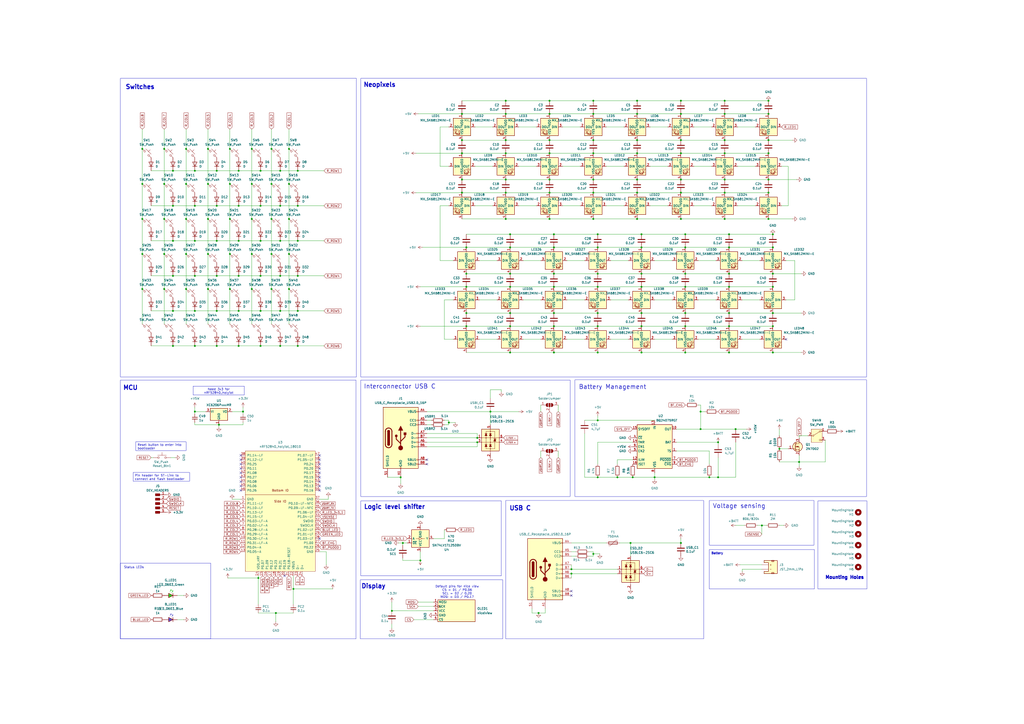
<source format=kicad_sch>
(kicad_sch (version 20250114) (generator "eeschema") (generator_version "9.0")
  (paper "A2")
  (rectangle (start 209.296 220.472) (end 330.708 288.036))
  (rectangle (start 209.042 336.296) (end 291.592 370.586))
  (rectangle (start 209.296 45.466) (end 502.666 218.694))
  (rectangle (start 474.472 290.576) (end 502.92 341.63))
  (rectangle (start 411.48 290.322) (end 472.186 316.23))
  (rectangle (start 293.37 290.322) (end 408.178 370.586))
  (rectangle (start 411.48 318.77) (end 472.44 341.63))
  (rectangle (start 209.296 290.576) (end 290.83 334.01))
  (rectangle (start 69.85 45.466) (end 206.756 218.694))
  (rectangle (start 69.85 326.644) (end 122.174 370.586))
  (rectangle (start 69.85 220.472) (end 206.502 370.586))
  (rectangle (start 333.502 220.345) (end 502.666 288.036))
  (text "Voltage sensing" (at 428.752 293.624 0) (effects (font (size 2.54 2.54) (thickness 0.254) (bold yes))))
  (text "Display" (at 216.662 340.106 0) (effects (font (size 2.54 2.54) (thickness 0.508) (bold yes))))
  (text "Default pins for nice view\nCS = D1 / P0.06\nSCL = D2 / 0.20\nMOSI = D3 / P0.17\n" (at 265.176 343.408 0) (effects (font (size 1.27 1.27))))
  (text "Status LEDs" (at 77.724 329.184 0) (effects (font (size 1.27 1.27))))
  (text "Mounting Holes" (at 489.966 335.026 0) (effects (font (size 1.905 1.905) (thickness 0.508) (bold yes))))
  (text "Logic level shifter\n\n" (at 228.854 296.164 0) (effects (font (size 2.54 2.54) (thickness 0.508) (bold yes))))
  (text "Neopixels" (at 220.218 49.276 0) (effects (font (size 2.54 2.54) (thickness 0.508) (bold yes))))
  (text "Interconnector USB C\n" (at 231.902 224.282 0) (effects (font (size 2.54 2.54) (thickness 0.254) (bold yes))))
  (text "MCU" (at 75.692 225.044 0) (effects (font (size 2.54 2.54) (thickness 0.508) (bold yes))))
  (text "Switches" (at 81.28 50.546 0) (effects (font (size 2.54 2.54) (thickness 0.508) (bold yes))))
  (text "Battery Management" (at 355.346 224.536 0) (effects (font (size 2.54 2.54) (thickness 0.254) (bold yes))))
  (text "Battery" (at 416.052 321.056 0) (effects (font (size 1.27 1.27) (thickness 0.254) (bold yes))))
  (text "USB C" (at 301.752 294.894 0) (effects (font (size 2.54 2.54) (thickness 0.508) (bold yes))))
  (text_box "Need 3v3 for nRF52840_holyiot\n" (at 112.014 224.028 0) (size 29.718 5.08) (margins 0.9525 0.9525 0.9525 0.9525) (effects (font (size 1.27 1.27)) (justify top)))
  (text_box "Pin header for ST-Link to connect and flash bootloader" (at 77.216 274.066 0) (size 32.766 5.08) (margins 0.9525 0.9525 0.9525 0.9525) (effects (font (size 1.27 1.27)) (justify left top)))
  (text_box "Reset button to enter into bootloader\n" (at 78.74 256.286 0) (size 29.21 5.08) (margins 0.9525 0.9525 0.9525 0.9525) (effects (font (size 1.27 1.27)) (justify left top)))
  (junction (at 344.17 58.42))
  (junction (at 344.17 321.31))
  (junction (at 140.97 238.76))
  (junction (at 426.72 248.92))
  (junction (at 358.14 276.86))
  (junction (at 445.77 111.76))
  (junction (at 293.37 104.14))
  (junction (at 82.55 127))
  (junction (at 270.51 189.23))
  (junction (at 295.91 158.75))
  (junction (at 397.51 181.61))
  (junction (at 318.77 88.9))
  (junction (at 82.55 147.32))
  (junction (at 411.48 276.86))
  (junction (at 448.31 143.51))
  (junction (at 125.73 139.7))
  (junction (at 372.11 189.23))
  (junction (at 448.31 158.75))
  (junction (at 397.51 143.51))
  (junction (at 157.48 127))
  (junction (at 133.35 147.32))
  (junction (at 422.91 204.47))
  (junction (at 107.95 147.32))
  (junction (at 260.35 245.11))
  (junction (at 372.11 204.47))
  (junction (at 321.31 166.37))
  (junction (at 138.43 139.7))
  (junction (at 394.97 104.14))
  (junction (at 151.13 180.34))
  (junction (at 394.97 111.76))
  (junction (at 100.33 200.66))
  (junction (at 346.71 158.75))
  (junction (at 113.03 99.06))
  (junction (at 318.77 104.14))
  (junction (at 346.71 243.84))
  (junction (at 372.11 158.75))
  (junction (at 138.43 99.06))
  (junction (at 120.65 167.64))
  (junction (at 172.72 160.02))
  (junction (at 133.35 106.68))
  (junction (at 127 246.38))
  (junction (at 133.35 167.64))
  (junction (at 293.37 81.28))
  (junction (at 267.97 88.9))
  (junction (at 344.17 81.28))
  (junction (at 100.33 99.06))
  (junction (at 146.05 167.64))
  (junction (at 146.05 147.32))
  (junction (at 133.35 86.36))
  (junction (at 293.37 66.04))
  (junction (at 157.48 86.36))
  (junction (at 293.37 127))
  (junction (at 232.41 276.86))
  (junction (at 293.37 111.76))
  (junction (at 227.33 354.33))
  (junction (at 422.91 166.37))
  (junction (at 107.95 106.68))
  (junction (at 379.73 276.86))
  (junction (at 172.72 200.66))
  (junction (at 422.91 181.61))
  (junction (at 318.77 81.28))
  (junction (at 321.31 158.75))
  (junction (at 372.11 135.89))
  (junction (at 267.97 111.76))
  (junction (at 120.65 127))
  (junction (at 441.96 304.8))
  (junction (at 420.37 66.04))
  (junction (at 113.03 119.38))
  (junction (at 157.48 167.64))
  (junction (at 406.4 248.92))
  (junction (at 445.77 104.14))
  (junction (at 452.12 260.35))
  (junction (at 151.13 200.66))
  (junction (at 95.25 167.64))
  (junction (at 321.31 189.23))
  (junction (at 95.25 147.32))
  (junction (at 172.72 139.7))
  (junction (at 318.77 66.04))
  (junction (at 394.97 66.04))
  (junction (at 243.84 325.12))
  (junction (at 448.31 166.37))
  (junction (at 394.97 81.28))
  (junction (at 369.57 104.14))
  (junction (at 295.91 181.61))
  (junction (at 346.71 166.37))
  (junction (at 125.73 180.34))
  (junction (at 295.91 166.37))
  (junction (at 167.64 147.32))
  (junction (at 151.13 99.06))
  (junction (at 448.31 135.89))
  (junction (at 331.47 330.2))
  (junction (at 270.51 143.51))
  (junction (at 397.51 204.47))
  (junction (at 448.31 189.23))
  (junction (at 422.91 158.75))
  (junction (at 167.64 167.64))
  (junction (at 125.73 200.66))
  (junction (at 321.31 204.47))
  (junction (at 312.42 355.6))
  (junction (at 157.48 147.32))
  (junction (at 420.37 88.9))
  (junction (at 270.51 166.37))
  (junction (at 344.17 104.14))
  (junction (at 346.71 189.23))
  (junction (at 157.48 106.68))
  (junction (at 120.65 106.68))
  (junction (at 369.57 88.9))
  (junction (at 100.33 139.7))
  (junction (at 100.33 180.34))
  (junction (at 445.77 81.28))
  (junction (at 346.71 181.61))
  (junction (at 445.77 66.04))
  (junction (at 125.73 160.02))
  (junction (at 138.43 200.66))
  (junction (at 267.97 104.14))
  (junction (at 321.31 181.61))
  (junction (at 293.37 58.42))
  (junction (at 372.11 166.37))
  (junction (at 95.25 86.36))
  (junction (at 372.11 143.51))
  (junction (at 397.51 135.89))
  (junction (at 372.11 181.61))
  (junction (at 146.05 127))
  (junction (at 167.64 86.36))
  (junction (at 233.68 314.96))
  (junction (at 107.95 86.36))
  (junction (at 369.57 58.42))
  (junction (at 369.57 66.04))
  (junction (at 420.37 58.42))
  (junction (at 406.4 238.76))
  (junction (at 295.91 135.89))
  (junction (at 346.71 143.51))
  (junction (at 100.33 160.02))
  (junction (at 113.03 238.76))
  (junction (at 267.97 66.04))
  (junction (at 445.77 58.42))
  (junction (at 149.86 335.28))
  (junction (at 162.56 160.02))
  (junction (at 344.17 66.04))
  (junction (at 146.05 86.36))
  (junction (at 95.25 106.68))
  (junction (at 394.97 58.42))
  (junction (at 416.56 256.54))
  (junction (at 172.72 99.06))
  (junction (at 295.91 189.23))
  (junction (at 397.51 189.23))
  (junction (at 422.91 135.89))
  (junction (at 394.97 127))
  (junction (at 365.76 314.96))
  (junction (at 162.56 119.38))
  (junction (at 170.18 341.63))
  (junction (at 113.03 200.66))
  (junction (at 82.55 167.64))
  (junction (at 369.57 111.76))
  (junction (at 293.37 88.9))
  (junction (at 276.86 256.54))
  (junction (at 138.43 160.02))
  (junction (at 162.56 200.66))
  (junction (at 422.91 189.23))
  (junction (at 120.65 86.36))
  (junction (at 138.43 180.34))
  (junction (at 331.47 332.74))
  (junction (at 463.55 267.97))
  (junction (at 416.56 276.86))
  (junction (at 394.97 88.9))
  (junction (at 346.71 204.47))
  (junction (at 318.77 127))
  (junction (at 167.64 127))
  (junction (at 276.86 254))
  (junction (at 448.31 204.47))
  (junction (at 125.73 119.38))
  (junction (at 346.71 276.86))
  (junction (at 321.31 135.89))
  (junction (at 420.37 104.14))
  (junction (at 138.43 119.38))
  (junction (at 369.57 81.28))
  (junction (at 172.72 180.34))
  (junction (at 270.51 181.61))
  (junction (at 270.51 158.75))
  (junction (at 151.13 119.38))
  (junction (at 445.77 88.9))
  (junction (at 151.13 160.02))
  (junction (at 321.31 143.51))
  (junction (at 100.33 119.38))
  (junction (at 162.56 139.7))
  (junction (at 367.03 276.86))
  (junction (at 113.03 160.02))
  (junction (at 160.02 355.6))
  (junction (at 422.91 143.51))
  (junction (at 107.95 127))
  (junction (at 120.65 147.32))
  (junction (at 162.56 99.06))
  (junction (at 162.56 180.34))
  (junction (at 369.57 127))
  (junction (at 344.17 88.9))
  (junction (at 344.17 127))
  (junction (at 445.77 127))
  (junction (at 284.48 238.76))
  (junction (at 133.35 127))
  (junction (at 344.17 111.76))
  (junction (at 125.73 99.06))
  (junction (at 420.37 81.28))
  (junction (at 167.64 106.68))
  (junction (at 113.03 180.34))
  (junction (at 397.51 166.37))
  (junction (at 420.37 111.76))
  (junction (at 397.51 158.75))
  (junction (at 113.03 139.7))
  (junction (at 420.37 127))
  (junction (at 295.91 204.47))
  (junction (at 295.91 143.51))
  (junction (at 95.25 127))
  (junction (at 267.97 81.28))
  (junction (at 82.55 86.36))
  (junction (at 82.55 106.68))
  (junction (at 394.97 314.96))
  (junction (at 318.77 111.76))
  (junction (at 107.95 167.64))
  (junction (at 448.31 181.61))
  (junction (at 151.13 139.7))
  (junction (at 318.77 58.42))
  (junction (at 146.05 106.68))
  (junction (at 346.71 135.89))
  (junction (at 172.72 119.38))
  (no_connect (at 165.1 334.01))
  (no_connect (at 139.7 284.48))
  (no_connect (at 139.7 281.94))
  (no_connect (at 139.7 269.24))
  (no_connect (at 247.65 269.24))
  (no_connect (at 139.7 271.78))
  (no_connect (at 185.42 269.24))
  (no_connect (at 185.42 266.7))
  (no_connect (at 185.42 274.32))
  (no_connect (at 139.7 276.86))
  (no_connect (at 455.93 196.85))
  (no_connect (at 185.42 284.48))
  (no_connect (at 185.42 279.4))
  (no_connect (at 185.42 271.78))
  (no_connect (at 185.42 281.94))
  (no_connect (at 185.42 312.42))
  (no_connect (at 139.7 266.7))
  (no_connect (at 139.7 279.4))
  (no_connect (at 247.65 266.7))
  (no_connect (at 139.7 274.32))
  (no_connect (at 139.7 264.16))
  (no_connect (at 331.47 345.44))
  (no_connect (at 185.42 276.86))
  (no_connect (at 331.47 342.9))
  (no_connect (at 185.42 264.16))
  (wire (pts (xy 295.91 204.47) (xy 270.51 204.47)))
  (wire (pts (xy 293.37 66.04) (xy 267.97 66.04)))
  (wire (pts (xy 422.91 189.23) (xy 397.51 189.23)))
  (wire (pts (xy 82.55 127) (xy 82.55 147.32)))
  (wire (pts (xy 187.96 99.06) (xy 172.72 99.06)))
  (wire (pts (xy 440.69 196.85) (xy 430.53 196.85)))
  (wire (pts (xy 445.77 58.42) (xy 420.37 58.42)))
  (wire (pts (xy 276.86 251.46) (xy 276.86 254)))
  (wire (pts (xy 438.15 73.66) (xy 427.99 73.66)))
  (wire (pts (xy 459.74 127) (xy 445.77 127)))
  (wire (pts (xy 293.37 81.28) (xy 267.97 81.28)))
  (wire (pts (xy 285.75 96.52) (xy 275.59 96.52)))
  (wire (pts (xy 463.55 267.97) (xy 478.79 267.97)))
  (wire (pts (xy 120.65 167.64) (xy 120.65 187.96)))
  (wire (pts (xy 448.31 143.51) (xy 422.91 143.51)))
  (wire (pts (xy 247.65 243.84) (xy 250.19 243.84)))
  (wire (pts (xy 267.97 88.9) (xy 241.3 88.9)))
  (wire (pts (xy 369.57 111.76) (xy 344.17 111.76)))
  (wire (pts (xy 420.37 127) (xy 394.97 127)))
  (wire (pts (xy 190.5 288.29) (xy 190.5 289.56)))
  (wire (pts (xy 394.97 88.9) (xy 369.57 88.9)))
  (wire (pts (xy 336.55 96.52) (xy 326.39 96.52)))
  (wire (pts (xy 284.48 226.06) (xy 284.48 231.14)))
  (wire (pts (xy 113.03 119.38) (xy 125.73 119.38)))
  (wire (pts (xy 157.48 106.68) (xy 157.48 127)))
  (wire (pts (xy 422.91 143.51) (xy 397.51 143.51)))
  (wire (pts (xy 311.15 73.66) (xy 300.99 73.66)))
  (wire (pts (xy 120.65 86.36) (xy 120.65 106.68)))
  (wire (pts (xy 346.71 158.75) (xy 321.31 158.75)))
  (wire (pts (xy 361.95 119.38) (xy 351.79 119.38)))
  (wire (pts (xy 295.91 166.37) (xy 270.51 166.37)))
  (wire (pts (xy 411.48 261.62) (xy 392.43 261.62)))
  (wire (pts (xy 138.43 99.06) (xy 125.73 99.06)))
  (wire (pts (xy 313.69 173.99) (xy 303.53 173.99)))
  (wire (pts (xy 151.13 180.34) (xy 138.43 180.34)))
  (wire (pts (xy 167.64 167.64) (xy 167.64 187.96)))
  (wire (pts (xy 288.29 173.99) (xy 278.13 173.99)))
  (wire (pts (xy 313.69 196.85) (xy 303.53 196.85)))
  (wire (pts (xy 285.75 119.38) (xy 275.59 119.38)))
  (wire (pts (xy 260.35 245.11) (xy 260.35 246.38)))
  (wire (pts (xy 346.71 135.89) (xy 321.31 135.89)))
  (wire (pts (xy 331.47 320.04) (xy 334.01 320.04)))
  (wire (pts (xy 87.63 200.66) (xy 100.33 200.66)))
  (wire (pts (xy 270.51 143.51) (xy 245.11 143.51)))
  (wire (pts (xy 162.56 160.02) (xy 172.72 160.02)))
  (wire (pts (xy 146.05 74.93) (xy 146.05 86.36)))
  (wire (pts (xy 260.35 246.38) (xy 257.81 246.38)))
  (wire (pts (xy 151.13 119.38) (xy 138.43 119.38)))
  (wire (pts (xy 102.87 359.41) (xy 106.68 359.41)))
  (wire (pts (xy 387.35 96.52) (xy 377.19 96.52)))
  (wire (pts (xy 369.57 66.04) (xy 344.17 66.04)))
  (wire (pts (xy 172.72 119.38) (xy 187.96 119.38)))
  (wire (pts (xy 100.33 160.02) (xy 113.03 160.02)))
  (wire (pts (xy 464.82 181.61) (xy 448.31 181.61)))
  (wire (pts (xy 341.63 320.04) (xy 344.17 320.04)))
  (wire (pts (xy 243.84 325.12) (xy 243.84 320.04)))
  (wire (pts (xy 162.56 139.7) (xy 151.13 139.7)))
  (wire (pts (xy 331.47 332.74) (xy 358.14 332.74)))
  (wire (pts (xy 151.13 99.06) (xy 162.56 99.06)))
  (wire (pts (xy 379.73 276.86) (xy 411.48 276.86)))
  (wire (pts (xy 339.09 173.99) (xy 328.93 173.99)))
  (wire (pts (xy 133.35 127) (xy 133.35 147.32)))
  (wire (pts (xy 455.93 173.99) (xy 461.01 173.99)))
  (wire (pts (xy 339.09 251.46) (xy 339.09 276.86)))
  (wire (pts (xy 293.37 58.42) (xy 267.97 58.42)))
  (wire (pts (xy 167.64 147.32) (xy 167.64 167.64)))
  (wire (pts (xy 95.25 74.93) (xy 95.25 86.36)))
  (wire (pts (xy 448.31 166.37) (xy 422.91 166.37)))
  (wire (pts (xy 127 246.38) (xy 140.97 246.38)))
  (wire (pts (xy 344.17 320.04) (xy 344.17 321.31)))
  (wire (pts (xy 344.17 88.9) (xy 318.77 88.9)))
  (wire (pts (xy 448.31 158.75) (xy 422.91 158.75)))
  (wire (pts (xy 99.06 265.43) (xy 101.6 265.43)))
  (wire (pts (xy 406.4 234.95) (xy 405.13 234.95)))
  (wire (pts (xy 247.65 259.08) (xy 276.86 259.08)))
  (wire (pts (xy 445.77 81.28) (xy 420.37 81.28)))
  (wire (pts (xy 134.62 289.56) (xy 139.7 289.56)))
  (wire (pts (xy 416.56 257.81) (xy 416.56 256.54)))
  (wire (pts (xy 233.68 316.23) (xy 233.68 314.96)))
  (wire (pts (xy 232.41 280.67) (xy 232.41 276.86)))
  (wire (pts (xy 146.05 127) (xy 146.05 147.32)))
  (wire (pts (xy 344.17 322.58) (xy 341.63 322.58)))
  (wire (pts (xy 251.46 312.42) (xy 257.81 312.42)))
  (wire (pts (xy 311.15 119.38) (xy 300.99 119.38)))
  (wire (pts (xy 276.86 251.46) (xy 247.65 251.46)))
  (wire (pts (xy 339.09 151.13) (xy 328.93 151.13)))
  (wire (pts (xy 167.64 127) (xy 167.64 147.32)))
  (wire (pts (xy 82.55 106.68) (xy 82.55 127)))
  (wire (pts (xy 461.01 151.13) (xy 455.93 151.13)))
  (wire (pts (xy 331.47 322.58) (xy 334.01 322.58)))
  (wire (pts (xy 359.41 314.96) (xy 365.76 314.96)))
  (wire (pts (xy 172.72 200.66) (xy 187.96 200.66)))
  (wire (pts (xy 162.56 99.06) (xy 172.72 99.06)))
  (wire (pts (xy 452.12 248.92) (xy 452.12 252.73)))
  (wire (pts (xy 87.63 265.43) (xy 88.9 265.43)))
  (wire (pts (xy 323.85 265.43) (xy 323.85 261.62)))
  (wire (pts (xy 346.71 276.86) (xy 358.14 276.86)))
  (wire (pts (xy 149.86 335.28) (xy 132.08 335.28)))
  (wire (pts (xy 293.37 104.14) (xy 267.97 104.14)))
  (wire (pts (xy 361.95 73.66) (xy 351.79 73.66)))
  (wire (pts (xy 140.97 245.11) (xy 140.97 246.38)))
  (wire (pts (xy 162.56 119.38) (xy 172.72 119.38)))
  (wire (pts (xy 318.77 58.42) (xy 293.37 58.42)))
  (wire (pts (xy 420.37 66.04) (xy 394.97 66.04)))
  (wire (pts (xy 318.77 104.14) (xy 293.37 104.14)))
  (wire (pts (xy 190.5 289.56) (xy 185.42 289.56)))
  (wire (pts (xy 227.33 364.49) (xy 227.33 361.95)))
  (wire (pts (xy 160.02 355.6) (xy 170.18 355.6)))
  (wire (pts (xy 313.69 151.13) (xy 303.53 151.13)))
  (wire (pts (xy 445.77 88.9) (xy 420.37 88.9)))
  (wire (pts (xy 107.95 147.32) (xy 107.95 167.64)))
  (wire (pts (xy 331.47 314.96) (xy 351.79 314.96)))
  (wire (pts (xy 397.51 204.47) (xy 372.11 204.47)))
  (wire (pts (xy 95.25 106.68) (xy 95.25 127)))
  (wire (pts (xy 397.51 135.89) (xy 372.11 135.89)))
  (wire (pts (xy 125.73 119.38) (xy 138.43 119.38)))
  (wire (pts (xy 284.48 246.38) (xy 284.48 238.76)))
  (wire (pts (xy 160.02 355.6) (xy 149.86 355.6)))
  (wire (pts (xy 313.69 265.43) (xy 313.69 261.62)))
  (wire (pts (xy 331.47 327.66) (xy 331.47 330.2)))
  (wire (pts (xy 367.03 276.86) (xy 379.73 276.86)))
  (wire (pts (xy 242.57 351.79) (xy 251.46 351.79)))
  (wire (pts (xy 321.31 189.23) (xy 295.91 189.23)))
  (wire (pts (xy 295.91 189.23) (xy 270.51 189.23)))
  (wire (pts (xy 149.86 350.52) (xy 149.86 335.28)))
  (wire (pts (xy 369.57 88.9) (xy 344.17 88.9)))
  (wire (pts (xy 372.11 135.89) (xy 346.71 135.89)))
  (wire (pts (xy 113.03 160.02) (xy 125.73 160.02)))
  (wire (pts (xy 160.02 360.68) (xy 160.02 355.6)))
  (wire (pts (xy 113.03 180.34) (xy 125.73 180.34)))
  (wire (pts (xy 397.51 143.51) (xy 372.11 143.51)))
  (wire (pts (xy 270.51 166.37) (xy 243.84 166.37)))
  (wire (pts (xy 162.56 180.34) (xy 151.13 180.34)))
  (wire (pts (xy 318.77 88.9) (xy 293.37 88.9)))
  (wire (pts (xy 358.14 266.7) (xy 358.14 269.24)))
  (wire (pts (xy 255.27 73.66) (xy 260.35 73.66)))
  (wire (pts (xy 394.97 312.42) (xy 394.97 314.96)))
  (wire (pts (xy 233.68 325.12) (xy 243.84 325.12)))
  (wire (pts (xy 133.35 167.64) (xy 133.35 187.96)))
  (wire (pts (xy 288.29 196.85) (xy 278.13 196.85)))
  (wire (pts (xy 276.86 254) (xy 247.65 254)))
  (wire (pts (xy 255.27 73.66) (xy 255.27 96.52)))
  (wire (pts (xy 82.55 74.93) (xy 82.55 86.36)))
  (wire (pts (xy 267.97 66.04) (xy 242.57 66.04)))
  (wire (pts (xy 247.65 238.76) (xy 284.48 238.76)))
  (wire (pts (xy 87.63 180.34) (xy 100.33 180.34)))
  (wire (pts (xy 255.27 119.38) (xy 260.35 119.38)))
  (wire (pts (xy 95.25 167.64) (xy 95.25 187.96)))
  (wire (pts (xy 439.42 304.8) (xy 441.96 304.8)))
  (wire (pts (xy 369.57 58.42) (xy 344.17 58.42)))
  (wire (pts (xy 106.68 345.44) (xy 102.87 345.44)))
  (wire (pts (xy 433.07 248.92) (xy 426.72 248.92)))
  (wire (pts (xy 392.43 248.92) (xy 406.4 248.92)))
  (wire (pts (xy 107.95 127) (xy 107.95 147.32)))
  (wire (pts (xy 133.35 147.32) (xy 133.35 167.64)))
  (wire (pts (xy 422.91 158.75) (xy 397.51 158.75)))
  (wire (pts (xy 344.17 127) (xy 318.77 127)))
  (wire (pts (xy 316.23 353.06) (xy 316.23 355.6)))
  (wire (pts (xy 113.03 119.38) (xy 100.33 119.38)))
  (wire (pts (xy 416.56 265.43) (xy 416.56 276.86)))
  (wire (pts (xy 233.68 323.85) (xy 233.68 325.12)))
  (wire (pts (xy 441.96 304.8) (xy 444.5 304.8)))
  (wire (pts (xy 257.81 173.99) (xy 257.81 196.85)))
  (wire (pts (xy 255.27 119.38) (xy 255.27 151.13)))
  (wire (pts (xy 255.27 96.52) (xy 260.35 96.52)))
  (wire (pts (xy 231.14 314.96) (xy 233.68 314.96)))
  (wire (pts (xy 379.73 278.13) (xy 379.73 276.86)))
  (wire (pts (xy 293.37 111.76) (xy 267.97 111.76)))
  (wire (pts (xy 367.03 266.7) (xy 358.14 266.7)))
  (wire (pts (xy 323.85 238.76) (xy 323.85 234.95)))
  (wire (pts (xy 364.49 196.85) (xy 354.33 196.85)))
  (wire (pts (xy 448.31 135.89) (xy 422.91 135.89)))
  (wire (pts (xy 146.05 167.64) (xy 146.05 187.96)))
  (wire (pts (xy 87.63 99.06) (xy 100.33 99.06)))
  (wire (pts (xy 138.43 200.66) (xy 125.73 200.66)))
  (wire (pts (xy 358.14 276.86) (xy 367.03 276.86)))
  (wire (pts (xy 346.71 143.51) (xy 321.31 143.51)))
  (wire (pts (xy 379.73 243.84) (xy 346.71 243.84)))
  (wire (pts (xy 138.43 99.06) (xy 151.13 99.06)))
  (wire (pts (xy 100.33 160.02) (xy 87.63 160.02)))
  (wire (pts (xy 290.83 226.06) (xy 290.83 227.33)))
  (wire (pts (xy 300.99 238.76) (xy 284.48 238.76)))
  (wire (pts (xy 448.31 189.23) (xy 422.91 189.23)))
  (wire (pts (xy 270.51 189.23) (xy 243.84 189.23)))
  (wire (pts (xy 318.77 66.04) (xy 293.37 66.04)))
  (wire (pts (xy 406.4 238.76) (xy 406.4 248.92)))
  (wire (pts (xy 172.72 180.34) (xy 187.96 180.34)))
  (wire (pts (xy 394.97 66.04) (xy 369.57 66.04)))
  (wire (pts (xy 170.18 350.52) (xy 170.18 341.63)))
  (wire (pts (xy 120.65 106.68) (xy 120.65 127)))
  (wire (pts (xy 133.35 86.36) (xy 133.35 106.68)))
  (wire (pts (xy 149.86 334.01) (xy 149.86 335.28)))
  (wire (pts (xy 420.37 104.14) (xy 394.97 104.14)))
  (wire (pts (xy 369.57 127) (xy 344.17 127)))
  (wire (pts (xy 138.43 200.66) (xy 151.13 200.66)))
  (wire (pts (xy 394.97 104.14) (xy 369.57 104.14)))
  (wire (pts (xy 478.79 255.27) (xy 478.79 267.97)))
  (wire (pts (xy 463.55 270.51) (xy 463.55 267.97)))
  (wire (pts (xy 321.31 143.51) (xy 295.91 143.51)))
  (wire (pts (xy 429.26 327.66) (xy 441.96 327.66)))
  (wire (pts (xy 295.91 158.75) (xy 270.51 158.75)))
  (wire (pts (xy 452.12 260.35) (xy 457.2 260.35)))
  (wire (pts (xy 411.48 276.86) (xy 416.56 276.86)))
  (wire (pts (xy 463.55 264.16) (xy 463.55 267.97)))
  (wire (pts (xy 441.96 304.8) (xy 441.96 309.88)))
  (wire (pts (xy 140.97 236.22) (xy 140.97 238.76)))
  (wire (pts (xy 107.95 106.68) (xy 107.95 127)))
  (wire (pts (xy 113.03 238.76) (xy 113.03 240.03)))
  (wire (pts (xy 389.89 173.99) (xy 379.73 173.99)))
  (wire (pts (xy 107.95 86.36) (xy 107.95 106.68)))
  (wire (pts (xy 440.69 173.99) (xy 430.53 173.99)))
  (wire (pts (xy 344.17 58.42) (xy 318.77 58.42)))
  (wire (pts (xy 157.48 86.36) (xy 157.48 106.68)))
  (wire (pts (xy 113.03 200.66) (xy 100.33 200.66)))
  (wire (pts (xy 387.35 119.38) (xy 377.19 119.38)))
  (wire (pts (xy 372.11 158.75) (xy 346.71 158.75)))
  (wire (pts (xy 157.48 167.64) (xy 157.48 187.96)))
  (wire (pts (xy 167.64 86.36) (xy 167.64 106.68)))
  (wire (pts (xy 459.74 81.28) (xy 445.77 81.28)))
  (wire (pts (xy 422.91 181.61) (xy 397.51 181.61)))
  (wire (pts (xy 448.31 204.47) (xy 422.91 204.47)))
  (wire (pts (xy 372.11 181.61) (xy 346.71 181.61)))
  (wire (pts (xy 344.17 81.28) (xy 318.77 81.28)))
  (wire (pts (xy 125.73 139.7) (xy 138.43 139.7)))
  (wire (pts (xy 344.17 104.14) (xy 318.77 104.14)))
  (wire (pts (xy 82.55 86.36) (xy 82.55 106.68)))
  (wire (pts (xy 276.86 259.08) (xy 276.86 256.54)))
  (wire (pts (xy 224.79 276.86) (xy 232.41 276.86)))
  (wire (pts (xy 346.71 241.3) (xy 346.71 243.84)))
  (wire (pts (xy 321.31 181.61) (xy 295.91 181.61)))
  (wire (pts (xy 420.37 111.76) (xy 394.97 111.76)))
  (wire (pts (xy 462.28 104.14) (xy 445.77 104.14)))
  (wire (pts (xy 415.29 196.85) (xy 405.13 196.85)))
  (wire (pts (xy 247.65 256.54) (xy 276.86 256.54)))
  (wire (pts (xy 193.04 341.63) (xy 170.18 341.63)))
  (wire (pts (xy 339.09 243.84) (xy 346.71 243.84)))
  (wire (pts (xy 120.65 147.32) (xy 120.65 167.64)))
  (wire (pts (xy 284.48 226.06) (xy 290.83 226.06)))
  (wire (pts (xy 416.56 276.86) (xy 426.72 276.86)))
  (wire (pts (xy 100.33 139.7) (xy 87.63 139.7)))
  (wire (pts (xy 394.97 111.76) (xy 369.57 111.76)))
  (wire (pts (xy 189.23 320.04) (xy 189.23 327.66)))
  (wire (pts (xy 167.64 74.93) (xy 167.64 86.36)))
  (wire (pts (xy 321.31 204.47) (xy 295.91 204.47)))
  (wire (pts (xy 379.73 276.86) (xy 379.73 274.32)))
  (wire (pts (xy 113.03 236.22) (xy 113.03 238.76)))
  (wire (pts (xy 397.51 158.75) (xy 372.11 158.75)))
  (wire (pts (xy 125.73 99.06) (xy 113.03 99.06)))
  (wire (pts (xy 100.33 180.34) (xy 113.03 180.34)))
  (wire (pts (xy 146.05 106.68) (xy 146.05 127)))
  (wire (pts (xy 344.17 66.04) (xy 318.77 66.04)))
  (wire (pts (xy 457.2 96.52) (xy 457.2 119.38)))
  (wire (pts (xy 295.91 181.61) (xy 270.51 181.61)))
  (wire (pts (xy 308.61 355.6) (xy 312.42 355.6)))
  (wire (pts (xy 260.35 243.84) (xy 260.35 245.11)))
  (wire (pts (xy 172.72 160.02) (xy 187.96 160.02)))
  (wire (pts (xy 420.37 58.42) (xy 394.97 58.42)))
  (wire (pts (xy 452.12 304.8) (xy 454.66 304.8)))
  (wire (pts (xy 313.69 238.76) (xy 313.69 234.95)))
  (wire (pts (xy 146.05 147.32) (xy 146.05 167.64)))
  (wire (pts (xy 146.05 86.36) (xy 146.05 106.68)))
  (wire (pts (xy 311.15 96.52) (xy 300.99 96.52)))
  (wire (pts (xy 257.81 196.85) (xy 262.89 196.85)))
  (wire (pts (xy 95.25 147.32) (xy 95.25 167.64)))
  (wire (pts (xy 107.95 74.93) (xy 107.95 86.36)))
  (wire (pts (xy 445.77 111.76) (xy 420.37 111.76)))
  (wire (pts (xy 440.69 151.13) (xy 430.53 151.13)))
  (wire (pts (xy 406.4 248.92) (xy 426.72 248.92)))
  (wire (pts (xy 125.73 160.02) (xy 138.43 160.02)))
  (wire (pts (xy 82.55 147.32) (xy 82.55 167.64)))
  (wire (pts (xy 308.61 353.06) (xy 308.61 355.6)))
  (wire (pts (xy 285.75 73.66) (xy 275.59 73.66)))
  (wire (pts (xy 162.56 200.66) (xy 172.72 200.66)))
  (wire (pts (xy 170.18 334.01) (xy 170.18 341.63)))
  (wire (pts (xy 151.13 200.66) (xy 162.56 200.66)))
  (wire (pts (xy 369.57 104.14) (xy 344.17 104.14)))
  (wire (pts (xy 157.48 127) (xy 157.48 147.32)))
  (wire (pts (xy 318.77 127) (xy 293.37 127)))
  (wire (pts (xy 113.03 246.38) (xy 127 246.38)))
  (wire (pts (xy 422.91 166.37) (xy 397.51 166.37)))
  (wire (pts (xy 344.17 321.31) (xy 344.17 322.58)))
  (wire (pts (xy 162.56 139.7) (xy 172.72 139.7)))
  (wire (pts (xy 331.47 330.2) (xy 358.14 330.2)))
  (wire (pts (xy 133.35 74.93) (xy 133.35 86.36)))
  (wire (pts (xy 172.72 139.7) (xy 187.96 139.7)))
  (wire (pts (xy 255.27 151.13) (xy 262.89 151.13)))
  (wire (pts (xy 227.33 354.33) (xy 251.46 354.33)))
  (wire (pts (xy 125.73 200.66) (xy 113.03 200.66)))
  (wire (pts (xy 422.91 135.89) (xy 397.51 135.89)))
  (wire (pts (xy 457.2 119.38) (xy 453.39 119.38)))
  (wire (pts (xy 430.53 330.2) (xy 441.96 330.2)))
  (wire (pts (xy 426.72 304.8) (xy 431.8 304.8)))
  (wire (pts (xy 364.49 173.99) (xy 354.33 173.99)))
  (wire (pts (xy 397.51 181.61) (xy 372.11 181.61)))
  (wire (pts (xy 321.31 166.37) (xy 295.91 166.37)))
  (wire (pts (xy 127 247.65) (xy 127 246.38)))
  (wire (pts (xy 167.64 106.68) (xy 167.64 127)))
  (wire (pts (xy 162.56 180.34) (xy 172.72 180.34)))
  (wire (pts (xy 133.35 106.68) (xy 133.35 127)))
  (wire (pts (xy 389.89 151.13) (xy 379.73 151.13)))
  (wire (pts (xy 463.55 254) (xy 463.55 252.73)))
  (wire (pts (xy 364.49 151.13) (xy 354.33 151.13)))
  (wire (pts (xy 457.2 96.52) (xy 453.39 96.52)))
  (wire (pts (xy 157.48 147.32) (xy 157.48 167.64)))
  (wire (pts (xy 426.72 256.54) (xy 426.72 276.86)))
  (wire (pts (xy 346.71 269.24) (xy 346.71 256.54)))
  (wire (pts (xy 321.31 158.75) (xy 295.91 158.75)))
  (wire (pts (xy 346.71 166.37) (xy 321.31 166.37)))
  (wire (pts (xy 233.68 314.96) (xy 236.22 314.96)))
  (wire (pts (xy 312.42 355.6) (xy 316.23 355.6)))
  (wire (pts (xy 227.33 349.25) (xy 227.33 354.33)))
  (wire (pts (xy 412.75 73.66) (xy 402.59 73.66)))
  (wire (pts (xy 438.15 119.38) (xy 427.99 119.38)))
  (wire (pts (xy 120.65 127) (xy 120.65 147.32)))
  (wire (pts (xy 100.33 99.06) (xy 113.03 99.06)))
  (wire (pts (xy 346.71 181.61) (xy 321.31 181.61)))
  (wire (pts (xy 318.77 111.76) (xy 293.37 111.76)))
  (wire (pts (xy 113.03 238.76) (xy 119.38 238.76)))
  (wire (pts (xy 394.97 58.42) (xy 369.57 58.42)))
  (wire (pts (xy 346.71 189.23) (xy 321.31 189.23)))
  (wire (pts (xy 339.09 276.86) (xy 346.71 276.86)))
  (wire (pts (xy 318.77 81.28) (xy 293.37 81.28)))
  (wire (pts (xy 464.82 204.47) (xy 448.31 204.47)))
  (wire (pts (xy 339.09 196.85) (xy 328.93 196.85)))
  (wire (pts (xy 295.91 135.89) (xy 270.51 135.89)))
  (wire (pts (xy 387.35 73.66) (xy 377.19 73.66)))
  (wire (pts (xy 411.48 269.24) (xy 411.48 261.62)))
  (wire (pts (xy 394.97 81.28) (xy 369.57 81.28)))
  (wire (pts (xy 138.43 160.02) (xy 151.13 160.02)))
  (wire (pts (xy 464.82 158.75) (xy 448.31 158.75)))
  (wire (pts (xy 288.29 151.13) (xy 278.13 151.13)))
  (wire (pts (xy 95.25 127) (xy 95.25 147.32)))
  (wire (pts (xy 185.42 320.04) (xy 189.23 320.04)))
  (wire (pts (xy 448.31 181.61) (xy 422.91 181.61)))
  (wire (pts (xy 113.03 245.11) (xy 113.03 246.38)))
  (wire (pts (xy 445.77 66.04) (xy 420.37 66.04)))
  (wire (pts (xy 344.17 111.76) (xy 318.77 111.76)))
  (wire (pts (xy 336.55 73.66) (xy 326.39 73.66)))
  (wire (pts (xy 257.81 173.99) (xy 262.89 173.99)))
  (wire (pts (xy 420.37 88.9) (xy 394.97 88.9)))
  (wire (pts (xy 415.29 151.13) (xy 405.13 151.13)))
  (wire (pts (xy 372.11 204.47) (xy 346.71 204.47)))
  (wire (pts (xy 369.57 81.28) (xy 344.17 81.28)))
  (wire (pts (xy 134.62 238.76) (xy 140.97 238.76)))
  (wire (pts (xy 406.4 234.95) (xy 406.4 238.76)))
  (wire (pts (xy 257.81 312.42) (xy 257.81 307.34)))
  (wire (pts (xy 113.03 139.7) (xy 100.33 139.7)))
  (wire (pts (xy 247.65 246.38) (xy 250.19 246.38)))
  (wire (pts (xy 120.65 74.93) (xy 120.65 86.36)))
  (wire (pts (xy 260.35 245.11) (xy 264.16 245.11)))
  (wire (pts (xy 422.91 204.47) (xy 397.51 204.47)))
  (wire (pts (xy 267.97 111.76) (xy 241.3 111.76)))
  (wire (pts (xy 438.15 96.52) (xy 427.99 96.52)))
  (wire (pts (xy 344.17 321.31) (xy 347.98 321.31)))
  (wire (pts (xy 365.76 314.96) (xy 394.97 314.96)))
  (wire (pts (xy 420.37 81.28) (xy 394.97 81.28)))
  (wire (pts (xy 113.03 139.7) (xy 125.73 139.7)))
  (wire (pts (xy 321.31 135.89) (xy 295.91 135.89)))
  (wire (pts (xy 412.75 119.38) (xy 402.59 119.38)))
  (wire (pts (xy 430.53 330.2) (xy 430.53 331.47)))
  (wire (pts (xy 452.12 267.97) (xy 463.55 267.97)))
  (wire (pts (xy 397.51 189.23) (xy 372.11 189.23)))
  (wire (pts (xy 346.71 204.47) (xy 321.31 204.47)))
  (wire (pts (xy 461.01 151.13) (xy 461.01 173.99)))
  (wire (pts (xy 445.77 104.14) (xy 420.37 104.14)))
  (wire (pts (xy 95.25 86.36) (xy 95.25 106.68)))
  (wire (pts (xy 293.37 127) (xy 267.97 127)))
  (wire (pts (xy 100.33 119.38) (xy 87.63 119.38)))
  (wire (pts (xy 408.94 238.76) (xy 406.4 238.76)))
  (wire (pts (xy 138.43 139.7) (xy 151.13 139.7)))
  (wire (pts (xy 140.97 238.76) (xy 140.97 240.03)))
  (wire (pts (xy 372.11 166.37) (xy 346.71 166.37)))
  (wire (pts (xy 365.76 314.96) (xy 365.76 322.58)))
  (wire (pts (xy 257.81 243.84) (xy 260.35 243.84)))
  (wire (pts (xy 397.51 166.37) (xy 372.11 166.37)))
  (wire (pts (xy 162.56 160.02) (xy 151.13 160.02)))
  (wire (pts (xy 240.03 359.41) (xy 251.46 359.41)))
  (wire (pts (xy 157.48 74.93) (xy 157.48 86.36)))
  (wire (pts (xy 151.13 119.38) (xy 162.56 119.38)))
  (wire (pts (xy 392.43 256.54) (xy 416.56 256.54)))
  (wire (pts (xy 394.97 127) (xy 369.57 127)))
  (wire (pts (xy 331.47 332.74) (xy 331.47 335.28)))
  (wire (pts (xy 293.37 88.9) (xy 267.97 88.9)))
  (wire (pts (xy 336.55 119.38) (xy 326.39 119.38)))
  (wire (pts (xy 415.29 173.99) (xy 405.13 173.99)))
  (wire (pts (xy 372.11 189.23) (xy 346.71 189.23)))
  (wire (pts (xy 389.89 196.85) (xy 379.73 196.85)))
  (wire (pts (xy 367.03 256.54) (xy 346.71 256.54)))
  (wire (pts (xy 372.11 143.51) (xy 346.71 143.51)))
  (wire (pts (xy 138.43 180.34) (xy 125.73 180.34)))
  (wire (pts (xy 412.75 96.52) (xy 402.59 96.52)))
  (wire (pts (xy 361.95 96.52) (xy 351.79 96.52)))
  (wire (pts (xy 107.95 167.64) (xy 107.95 187.96)))
  (wire (pts (xy 82.55 167.64) (xy 82.55 187.96)))
  (wire (pts (xy 463.55 252.73) (xy 468.63 252.73)))
  (wire (pts (xy 445.77 127) (xy 420.37 127)))
  (wire (pts (xy 242.57 349.25) (xy 251.46 349.25)))
  (wire (pts (xy 295.91 143.51) (xy 270.51 143.51)))
  (global_label "USART_RX" (shape input) (at 185.42 292.1 0) (effects (font (size 0.9906 0.9906))) (property "Intersheetrefs" "${INTERSHEET_REFS}" (effects (hide yes))))
  (global_label "BT_CHG" (shape input) (at 185.42 314.96 0) (property "Intersheetrefs" "${INTERSHEET_REFS}" (effects (hide yes))))
  (global_label "R_COL4" (shape input) (at 133.35 74.93 90) (property "Intersheetrefs" "${INTERSHEET_REFS}" (effects (hide yes))))
  (global_label "R_COL5" (shape input) (at 139.7 299.72 180) (property "Intersheetrefs" "${INTERSHEET_REFS}" (effects (hide yes))))
  (global_label "USART_TX" (shape input) (at 185.42 294.64 0) (effects (font (size 0.9906 0.9906))) (property "Intersheetrefs" "${INTERSHEET_REFS}" (effects (hide yes))))
  (global_label "RESET" (shape input) (at 96.52 294.64 0) (effects (font (thickness 0.1588))) (property "Intersheetrefs" "${INTERSHEET_REFS}" (effects (hide yes))))
  (global_label "LINK-" (shape input) (at 292.1 254 0) (property "Intersheetrefs" "${INTERSHEET_REFS}" (effects (hide yes))))
  (global_label "VSENSE" (shape input) (at 185.42 299.72 0) (property "Intersheetrefs" "${INTERSHEET_REFS}" (effects (hide yes))))
  (global_label "GREEN_LED" (shape input) (at 185.42 309.88 0) (property "Intersheetrefs" "${INTERSHEET_REFS}" (effects (hide yes))))
  (global_label "R_COL1" (shape input) (at 167.64 74.93 90) (property "Intersheetrefs" "${INTERSHEET_REFS}" (effects (hide yes))))
  (global_label "VSENSE" (shape input) (at 441.96 309.88 180) (property "Intersheetrefs" "${INTERSHEET_REFS}" (effects (hide yes))))
  (global_label "R_COL7" (shape input) (at 95.25 74.93 90) (property "Intersheetrefs" "${INTERSHEET_REFS}" (effects (hide yes))))
  (global_label "SCK" (shape input) (at 160.02 334.01 270) (property "Intersheetrefs" "${INTERSHEET_REFS}" (effects (hide yes))))
  (global_label "GREEN_LED" (shape input) (at 87.63 345.44 180) (property "Intersheetrefs" "${INTERSHEET_REFS}" (effects (hide yes))))
  (global_label "R_ROW5" (shape input) (at 152.4 334.01 270) (property "Intersheetrefs" "${INTERSHEET_REFS}" (effects (hide yes))))
  (global_label "R_ROW2" (shape input) (at 139.7 314.96 180) (property "Intersheetrefs" "${INTERSHEET_REFS}" (effects (hide yes))))
  (global_label "BT_CHG" (shape input) (at 392.43 269.24 0) (property "Intersheetrefs" "${INTERSHEET_REFS}" (effects (hide yes))))
  (global_label "RESET" (shape input) (at 87.63 265.43 180) (property "Intersheetrefs" "${INTERSHEET_REFS}" (effects (hide yes))))
  (global_label "SYS_OFF" (shape output) (at 463.55 252.73 90) (property "Intersheetrefs" "${INTERSHEET_REFS}" (effects (hide yes))))
  (global_label "R_ROW5" (shape input) (at 187.96 180.34 0) (property "Intersheetrefs" "${INTERSHEET_REFS}" (effects (hide yes))))
  (global_label "R_COL1" (shape input) (at 139.7 309.88 180) (property "Intersheetrefs" "${INTERSHEET_REFS}" (effects (hide yes))))
  (global_label "USART_RX" (shape input) (at 313.69 238.76 270) (effects (font (size 0.9906 0.9906))) (property "Intersheetrefs" "${INTERSHEET_REFS}" (effects (hide yes))))
  (global_label "R_COL6" (shape input) (at 139.7 297.18 180) (property "Intersheetrefs" "${INTERSHEET_REFS}" (effects (hide yes))))
  (global_label "R_ROW1" (shape input) (at 187.96 99.06 0) (property "Intersheetrefs" "${INTERSHEET_REFS}" (effects (hide yes))))
  (global_label "SWDCLK" (shape input) (at 96.52 292.1 0) (effects (font (thickness 0.1588))) (property "Intersheetrefs" "${INTERSHEET_REFS}" (effects (hide yes))))
  (global_label "BT_PGOOD" (shape input) (at 185.42 317.5 0) (property "Intersheetrefs" "${INTERSHEET_REFS}" (effects (hide yes))))
  (global_label "LINK-" (shape input) (at 318.77 238.76 270) (property "Intersheetrefs" "${INTERSHEET_REFS}" (effects (hide yes))))
  (global_label "BT_PGOOD" (shape input) (at 416.56 238.76 0) (property "Intersheetrefs" "${INTERSHEET_REFS}" (effects (hide yes))))
  (global_label "SWDIO" (shape input) (at 185.42 302.26 0) (effects (font (thickness 0.1588))) (property "Intersheetrefs" "${INTERSHEET_REFS}" (effects (hide yes))))
  (global_label "R_COL2" (shape input) (at 139.7 307.34 180) (property "Intersheetrefs" "${INTERSHEET_REFS}" (effects (hide yes))))
  (global_label "MOSI" (shape input) (at 157.48 334.01 270) (property "Intersheetrefs" "${INTERSHEET_REFS}" (effects (hide yes))))
  (global_label "SWDCLK" (shape input) (at 185.42 304.8 0) (effects (font (thickness 0.1588))) (property "Intersheetrefs" "${INTERSHEET_REFS}" (effects (hide yes))))
  (global_label "R_COL3" (shape input) (at 139.7 304.8 180) (property "Intersheetrefs" "${INTERSHEET_REFS}" (effects (hide yes))))
  (global_label "MOSI" (shape input) (at 242.57 349.25 180) (property "Intersheetrefs" "${INTERSHEET_REFS}" (effects (hide yes))))
  (global_label "R_COL6" (shape input) (at 107.95 74.93 90) (property "Intersheetrefs" "${INTERSHEET_REFS}" (effects (hide yes))))
  (global_label "R_LED1" (shape input) (at 265.43 307.34 0) (property "Intersheetrefs" "${INTERSHEET_REFS}" (effects (hide yes))))
  (global_label "R_ROW4" (shape input) (at 139.7 320.04 180) (property "Intersheetrefs" "${INTERSHEET_REFS}" (effects (hide yes))))
  (global_label "D-" (shape input) (at 373.38 330.2 0) (property "Intersheetrefs" "${INTERSHEET_REFS}" (effects (hide yes))))
  (global_label "R_LED_3v3_1" (shape input) (at 236.22 312.42 180) (property "Intersheetrefs" "${INTERSHEET_REFS}" (effects (hide yes))))
  (global_label "BLUE_LED" (shape input) (at 87.63 359.41 180) (property "Intersheetrefs" "${INTERSHEET_REFS}" (effects (hide yes))))
  (global_label "D-" (shape input) (at 172.72 334.01 270) (property "Intersheetrefs" "${INTERSHEET_REFS}" (effects (hide yes))))
  (global_label "CS" (shape input) (at 240.03 359.41 180) (property "Intersheetrefs" "${INTERSHEET_REFS}" (effects (hide yes))))
  (global_label "R_ROW6" (shape input) (at 187.96 200.66 0) (property "Intersheetrefs" "${INTERSHEET_REFS}" (effects (hide yes))))
  (global_label "D+" (shape input) (at 175.26 334.01 270) (property "Intersheetrefs" "${INTERSHEET_REFS}" (effects (hide yes))))
  (global_label "SYS_OFF" (shape input) (at 367.03 248.92 180) (property "Intersheetrefs" "${INTERSHEET_REFS}" (effects (hide yes))))
  (global_label "SCK" (shape input) (at 242.57 351.79 180) (property "Intersheetrefs" "${INTERSHEET_REFS}" (effects (hide yes))))
  (global_label "R_ROW2" (shape input) (at 187.96 119.38 0) (property "Intersheetrefs" "${INTERSHEET_REFS}" (effects (hide yes))))
  (global_label "R_ROW3" (shape input) (at 139.7 317.5 180) (property "Intersheetrefs" "${INTERSHEET_REFS}" (effects (hide yes))))
  (global_label "R_COL8" (shape input) (at 82.55 74.93 90) (property "Intersheetrefs" "${INTERSHEET_REFS}" (effects (hide yes))))
  (global_label "R_ROW1" (shape input) (at 139.7 312.42 180) (property "Intersheetrefs" "${INTERSHEET_REFS}" (effects (hide yes))))
  (global_label "RESET" (shape input) (at 167.64 334.01 270) (effects (font (thickness 0.1588))) (property "Intersheetrefs" "${INTERSHEET_REFS}" (effects (hide yes))))
  (global_label "USART_TX" (shape input) (at 323.85 238.76 270) (effects (font (size 0.9906 0.9906))) (property "Intersheetrefs" "${INTERSHEET_REFS}" (effects (hide yes))))
  (global_label "CS" (shape input) (at 162.56 334.01 270) (property "Intersheetrefs" "${INTERSHEET_REFS}" (effects (hide yes))))
  (global_label "SWDIO" (shape input) (at 96.52 289.56 0) (effects (font (thickness 0.1588))) (property "Intersheetrefs" "${INTERSHEET_REFS}" (effects (hide yes))))
  (global_label "R_LED_3v3_1" (shape input) (at 185.42 297.18 0) (property "Intersheetrefs" "${INTERSHEET_REFS}" (effects (hide yes))))
  (global_label "R_COL5" (shape input) (at 120.65 74.93 90) (property "Intersheetrefs" "${INTERSHEET_REFS}" (effects (hide yes))))
  (global_label "R_COL3" (shape input) (at 146.05 74.93 90) (property "Intersheetrefs" "${INTERSHEET_REFS}" (effects (hide yes))))
  (global_label "BLUE_LED" (shape input) (at 185.42 307.34 0) (property "Intersheetrefs" "${INTERSHEET_REFS}" (effects (hide yes))))
  (global_label "LINK+" (shape input) (at 292.1 256.54 0) (property "Intersheetrefs" "${INTERSHEET_REFS}" (effects (hide yes))))
  (global_label "R_LED1" (shape input) (at 453.39 73.66 0) (property "Intersheetrefs" "${INTERSHEET_REFS}" (effects (hide yes))))
  (global_label "R_ROW6" (shape input) (at 154.94 334.01 270) (property "Intersheetrefs" "${INTERSHEET_REFS}" (effects (hide yes))))
  (global_label "R_COL2" (shape input) (at 157.48 74.93 90) (property "Intersheetrefs" "${INTERSHEET_REFS}" (effects (hide yes))))
  (global_label "BT_PGOOD" (shape input) (at 392.43 266.7 0) (property "Intersheetrefs" "${INTERSHEET_REFS}" (effects (hide yes))))
  (global_label "D+" (shape input) (at 373.38 332.74 0) (property "Intersheetrefs" "${INTERSHEET_REFS}" (effects (hide yes))))
  (global_label "R_COL7" (shape input) (at 139.7 294.64 180) (property "Intersheetrefs" "${INTERSHEET_REFS}" (effects (hide yes))))
  (global_label "LINK+" (shape input) (at 318.77 265.43 270) (property "Intersheetrefs" "${INTERSHEET_REFS}" (effects (hide yes))))
  (global_label "R_ROW4" (shape input) (at 187.96 160.02 0) (property "Intersheetrefs" "${INTERSHEET_REFS}" (effects (hide yes))))
  (global_label "R_COL4" (shape input) (at 139.7 302.26 180) (property "Intersheetrefs" "${INTERSHEET_REFS}" (effects (hide yes))))
  (global_label "R_COL8" (shape input) (at 139.7 292.1 180) (property "Intersheetrefs" "${INTERSHEET_REFS}" (effects (hide yes))))
  (global_label "R_ROW3" (shape input) (at 187.96 139.7 0) (property "Intersheetrefs" "${INTERSHEET_REFS}" (effects (hide yes))))
  (global_label "BT_CHG" (shape input) (at 397.51 234.95 180) (property "Intersheetrefs" "${INTERSHEET_REFS}" (effects (hide yes))))
  (global_label "USART_TX" (shape input) (at 323.85 265.43 270) (effects (font (size 0.9906 0.9906))) (property "Intersheetrefs" "${INTERSHEET_REFS}" (effects (hide yes))))
  (global_label "USART_RX" (shape input) (at 313.69 265.43 270) (effects (font (size 0.9906 0.9906))) (property "Intersheetrefs" "${INTERSHEET_REFS}" (effects (hide yes))))
  (symbol (lib_id "Switch:SW_Push_45deg") (at 160.02 129.54 0) (unit 1)
    (property "Reference" "SW23" (at 160.02 121.92 0))
    (property "Value" "SW_Push" (at 160.02 124.46 0))
    (property "Footprint" "PCM_marbastlib-xp-mx:SW_MX_HS_KS-2P02B01-01_1u" (effects (hide yes)))
    (property "Description" "Push button switch, normally open, two pins, 45° tilted" (effects (hide yes)))
  )
  (symbol (lib_id "PCM_marbastlib-mx:MX_SK6812MINI-E") (at 321.31 196.85 0) (unit 1)
    (property "Reference" "LED43" (at 336.55 190.4298 0))
    (property "Value" "MX_SK6812MINI-E" (at 336.55 192.9698 0))
    (property "Footprint" "PCM_marbastlib-mx:LED_MX_6028R-ROT" (effects (hide yes)))
    (property "Description" "Reverse mount adressable LED (WS2812 protocol)" (effects (hide yes)))
  )
  (symbol (lib_id "power:GND") (at 312.42 355.6 0) (unit 1)
    (property "Reference" "#PWR055" (effects (hide yes)))
    (property "Value" "GND" (at 312.42 360.68 0))
    (property "Description" "Power symbol creates a global label with name \"GND\" , ground" (effects (hide yes)))
  )
  (symbol (lib_id "Device:D") (at 162.56 196.85 90) (unit 1)
    (property "Reference" "D47" (at 165.1 195.5799 90) (effects (justify right)))
    (property "Value" "D" (at 165.1 198.1199 90) (effects (justify right)))
    (property "Footprint" "SplitKeeb:D_SOD-123" (effects (hide yes)))
    (property "Description" "Diode" (effects (hide yes)))
    (property "Sim.Device" "D" (effects (hide yes)))
    (property "Sim.Pins" "1=K 2=A" (effects (hide yes)))
  )
  (symbol (lib_id "Switch:SW_Push_45deg") (at 97.79 190.5 0) (unit 1)
    (property "Reference" "SW42" (at 97.79 182.88 0))
    (property "Value" "SW_Push" (at 97.79 185.42 0))
    (property "Footprint" "PCM_marbastlib-xp-mx:SW_MX_HS_KS-2P02B01-01_1.5u" (effects (hide yes)))
    (property "Description" "Push button switch, normally open, two pins, 45° tilted" (effects (hide yes)))
  )
  (symbol (lib_id "Device:C") (at 448.31 139.7 0) (mirror y) (unit 1)
    (property "Reference" "C32" (at 444.5 138.4299 0) (effects (justify left)))
    (property "Value" "0.1uF" (at 444.5 140.9699 0) (effects (justify left)))
    (property "Footprint" "Capacitor_SMD:C_0805_2012Metric_Pad1.18x1.45mm_HandSolder" (effects (hide yes)))
    (property "Description" "Unpolarized capacitor" (effects (hide yes)))
  )
  (symbol (lib_id "Device:C") (at 270.51 139.7 0) (mirror y) (unit 1)
    (property "Reference" "C25" (at 266.7 138.4299 0) (effects (justify left)))
    (property "Value" "0.1uF" (at 266.7 140.9699 0) (effects (justify left)))
    (property "Footprint" "Capacitor_SMD:C_0805_2012Metric_Pad1.18x1.45mm_HandSolder" (effects (hide yes)))
    (property "Description" "Unpolarized capacitor" (effects (hide yes)))
  )
  (symbol (lib_id "Switch:SW_SPDT") (at 473.71 252.73 0) (unit 1)
    (property "Reference" "SW49" (at 473.71 243.84 0))
    (property "Value" "SW_PWR" (at 473.71 246.38 0))
    (property "Footprint" "PCM_marbastlib-various:SW_MSK12C02-HB" (effects (hide yes)))
    (property "Description" "Switch, single pole double throw" (effects (hide yes)))
  )
  (symbol (lib_id "PCM_marbastlib-mx:MX_SK6812MINI-E") (at 346.71 151.13 0) (unit 1)
    (property "Reference" "LED28" (at 361.95 144.7098 0))
    (property "Value" "MX_SK6812MINI-E" (at 361.95 147.2498 0))
    (property "Footprint" "PCM_marbastlib-mx:LED_MX_6028R-ROT" (effects (hide yes)))
    (property "Description" "Reverse mount adressable LED (WS2812 protocol)" (effects (hide yes)))
  )
  (symbol (lib_id "Device:R") (at 435.61 304.8 90) (unit 1)
    (property "Reference" "R10" (at 435.61 298.704 90))
    (property "Value" "806/820k" (at 435.61 300.99 90))
    (property "Footprint" "Resistor_SMD:R_0805_2012Metric_Pad1.20x1.40mm_HandSolder" (effects (hide yes)))
    (property "Description" "Resistor" (effects (hide yes)))
  )
  (symbol (lib_id "Device:C") (at 394.97 85.09 0) (mirror y) (unit 1)
    (property "Reference" "C14" (at 391.16 83.8199 0) (effects (justify left)))
    (property "Value" "0.1uF" (at 391.16 86.3599 0) (effects (justify left)))
    (property "Footprint" "Capacitor_SMD:C_0805_2012Metric_Pad1.18x1.45mm_HandSolder" (effects (hide yes)))
    (property "Description" "Unpolarized capacitor" (effects (hide yes)))
  )
  (symbol (lib_id "Device:R") (at 448.31 304.8 90) (unit 1)
    (property "Reference" "R11" (at 448.31 298.704 90))
    (property "Value" "2M" (at 448.31 300.99 90))
    (property "Footprint" "Resistor_SMD:R_0805_2012Metric_Pad1.20x1.40mm_HandSolder" (effects (hide yes)))
    (property "Description" "Resistor" (effects (hide yes)))
  )
  (symbol (lib_id "Switch:SW_Push_45deg") (at 110.49 149.86 0) (unit 1)
    (property "Reference" "SW27" (at 110.49 142.24 0))
    (property "Value" "SW_Push" (at 110.49 144.78 0))
    (property "Footprint" "PCM_marbastlib-xp-mx:SW_MX_HS_KS-2P02B01-01_1u" (effects (hide yes)))
    (property "Description" "Push button switch, normally open, two pins, 45° tilted" (effects (hide yes)))
  )
  (symbol (lib_id "PCM_Transistor_MOSFET_AKL:2N7002") (at 461.01 259.08 0) (unit 1)
    (property "Reference" "Q1" (at 467.36 257.8099 0) (effects (justify left)))
    (property "Value" "2N7002" (at 467.36 260.3499 0) (effects (justify left)))
    (property "Footprint" "PCM_Package_TO_SOT_SMD_AKL:SOT-23" (effects (hide yes)))
    (property "Datasheet" "https://www.tme.eu/Document/7df5cae36abdfcedddb681f5be886f05/2N7000.pdf" (effects (hide yes)))
    (property "Description" "SOT-23 N-MOSFET enchancement mode transistor, 60V, 115mA, 200mW, Alternate KiCAD Library" (effects (hide yes)))
  )
  (symbol (lib_id "PCM_Diode_TVS_AKL:USBLC6-2SC6") (at 284.48 254 0) (unit 1)
    (property "Reference" "ESD_D1" (at 284.226 241.808 0) (effects (justify left)))
    (property "Value" "USBLC6-2SC6" (at 284.226 244.348 0) (effects (justify left)))
    (property "Footprint" "PCM_Package_TO_SOT_SMD_AKL:SOT-23-6" (effects (hide yes)))
    (property "Datasheet" "https://www.tme.eu/Document/db59d28d28a96c34f26d05f234ff409c/USBLC6-2.pdf" (effects (hide yes)))
    (property "Description" "SOT-23-6 TVS Diode Array, 2 protected lines, positive connection, 5.25V, Alternate KiCAD Library" (effects (hide yes)))
  )
  (symbol (lib_id "Device:C") (at 445.77 107.95 0) (mirror y) (unit 1)
    (property "Reference" "C24" (at 441.96 106.6799 0) (effects (justify left)))
    (property "Value" "0.1uF" (at 441.96 109.2199 0) (effects (justify left)))
    (property "Footprint" "Capacitor_SMD:C_0805_2012Metric_Pad1.18x1.45mm_HandSolder" (effects (hide yes)))
    (property "Description" "Unpolarized capacitor" (effects (hide yes)))
  )
  (symbol (lib_id "PCM_marbastlib-mx:MX_SK6812MINI-E") (at 372.11 196.85 0) (unit 1)
    (property "Reference" "LED45" (at 387.35 190.4298 0))
    (property "Value" "MX_SK6812MINI-E" (at 387.35 192.9698 0))
    (property "Footprint" "PCM_marbastlib-mx:LED_MX_6028R-ROT" (effects (hide yes)))
    (property "Description" "Reverse mount adressable LED (WS2812 protocol)" (effects (hide yes)))
  )
  (symbol (lib_id "Switch:SW_Push_45deg") (at 97.79 109.22 0) (unit 1)
    (property "Reference" "SW10" (at 97.79 101.6 0))
    (property "Value" "SW_Push" (at 97.79 104.14 0))
    (property "Footprint" "PCM_marbastlib-xp-mx:SW_MX_HS_KS-2P02B01-01_1u" (effects (hide yes)))
    (property "Description" "Push button switch, normally open, two pins, 45° tilted" (effects (hide yes)))
  )
  (symbol (lib_id "power:+5V") (at 346.71 241.3 0) (unit 1)
    (property "Reference" "#PWR019" (effects (hide yes)))
    (property "Value" "+5V" (at 346.71 236.22 0))
    (property "Description" "Power symbol creates a global label with name \"+5V\"" (effects (hide yes)))
  )
  (symbol (lib_id "power:+3.3V") (at 140.97 236.22 0) (unit 1)
    (property "Reference" "#PWR017" (effects (hide yes)))
    (property "Value" "+3.3V" (at 140.97 231.14 0))
  )
  (symbol (lib_id "power:GND") (at 227.33 364.49 0) (unit 1)
    (property "Reference" "#PWR059" (effects (hide yes)))
    (property "Value" "GND" (at 227.33 368.554 0))
    (property "Description" "Power symbol creates a global label with name \"GND\" , ground" (effects (hide yes)))
  )
  (symbol (lib_id "PCM_marbastlib-mx:MX_SK6812MINI-E") (at 369.57 73.66 0) (mirror y) (unit 1)
    (property "Reference" "LED5" (at 354.33 67.2398 0))
    (property "Value" "MX_SK6812MINI-E" (at 354.33 69.7798 0))
    (property "Footprint" "PCM_marbastlib-mx:LED_MX_6028R-ROT" (effects (hide yes)))
    (property "Description" "Reverse mount adressable LED (WS2812 protocol)" (effects (hide yes)))
  )
  (symbol (lib_id "power:+BATT") (at 486.41 250.19 270) (unit 1)
    (property "Reference" "#PWR024" (effects (hide yes)))
    (property "Value" "+BATT" (at 490.22 250.1899 90) (effects (justify left)))
    (property "Description" "Power symbol creates a global label with name \"+BATT\"" (effects (hide yes)))
  )
  (symbol (lib_id "Device:D") (at 100.33 156.21 90) (unit 1)
    (property "Reference" "D26" (at 102.87 154.9399 90) (effects (justify right)))
    (property "Value" "D" (at 102.87 157.4799 90) (effects (justify right)))
    (property "Footprint" "SplitKeeb:D_SOD-123" (effects (hide yes)))
    (property "Description" "Diode" (effects (hide yes)))
    (property "Sim.Device" "D" (effects (hide yes)))
    (property "Sim.Pins" "1=K 2=A" (effects (hide yes)))
  )
  (symbol (lib_id "power:+5V") (at 241.3 88.9 90) (unit 1)
    (property "Reference" "#PWR04" (effects (hide yes)))
    (property "Value" "+5V" (at 237.49 88.8999 90) (effects (justify left)))
    (property "Description" "Power symbol creates a global label with name \"+5V\"" (effects (hide yes)))
  )
  (symbol (lib_id "Device:C") (at 369.57 85.09 0) (mirror y) (unit 1)
    (property "Reference" "C13" (at 365.76 83.8199 0) (effects (justify left)))
    (property "Value" "0.1uF" (at 365.76 86.3599 0) (effects (justify left)))
    (property "Footprint" "Capacitor_SMD:C_0805_2012Metric_Pad1.18x1.45mm_HandSolder" (effects (hide yes)))
    (property "Description" "Unpolarized capacitor" (effects (hide yes)))
  )
  (symbol (lib_id "PCM_marbastlib-mx:MX_SK6812MINI-E") (at 346.71 196.85 0) (unit 1)
    (property "Reference" "LED44" (at 361.95 190.4298 0))
    (property "Value" "MX_SK6812MINI-E" (at 361.95 192.9698 0))
    (property "Footprint" "PCM_marbastlib-mx:LED_MX_6028R-ROT" (effects (hide yes)))
    (property "Description" "Reverse mount adressable LED (WS2812 protocol)" (effects (hide yes)))
  )
  (symbol (lib_id "PCM_marbastlib-mx:MX_SK6812MINI-E") (at 344.17 73.66 0) (mirror y) (unit 1)
    (property "Reference" "LED4" (at 328.93 67.2398 0))
    (property "Value" "MX_SK6812MINI-E" (at 328.93 69.7798 0))
    (property "Footprint" "PCM_marbastlib-mx:LED_MX_6028R-ROT" (effects (hide yes)))
    (property "Description" "Reverse mount adressable LED (WS2812 protocol)" (effects (hide yes)))
  )
  (symbol (lib_id "Device:D") (at 138.43 196.85 90) (unit 1)
    (property "Reference" "D45" (at 140.97 195.5799 90) (effects (justify right)))
    (property "Value" "D" (at 140.97 198.1199 90) (effects (justify right)))
    (property "Footprint" "SplitKeeb:D_SOD-123" (effects (hide yes)))
    (property "Description" "Diode" (effects (hide yes)))
    (property "Sim.Device" "D" (effects (hide yes)))
    (property "Sim.Pins" "1=K 2=A" (effects (hide yes)))
  )
  (symbol (lib_id "PCM_marbastlib-mx:MX_SK6812MINI-E") (at 321.31 173.99 0) (mirror y) (unit 1)
    (property "Reference" "LED35" (at 306.07 167.5698 0))
    (property "Value" "MX_SK6812MINI-E" (at 306.07 170.1098 0))
    (property "Footprint" "PCM_marbastlib-mx:LED_MX_6028R-ROT" (effects (hide yes)))
    (property "Description" "Reverse mount adressable LED (WS2812 protocol)" (effects (hide yes)))
  )
  (symbol (lib_id "power:GND") (at 243.84 304.8 180) (unit 1)
    (property "Reference" "#PWR038" (effects (hide yes)))
    (property "Value" "GND" (at 243.84 299.72 0))
    (property "Description" "Power symbol creates a global label with name \"GND\" , ground" (effects (hide yes)))
  )
  (symbol (lib_id "Switch:SW_Push_45deg") (at 110.49 129.54 0) (unit 1)
    (property "Reference" "SW19" (at 110.49 121.92 0))
    (property "Value" "SW_Push" (at 110.49 124.46 0))
    (property "Footprint" "PCM_marbastlib-xp-mx:SW_MX_HS_KS-2P02B01-01_1u" (effects (hide yes)))
    (property "Description" "Push button switch, normally open, two pins, 45° tilted" (effects (hide yes)))
  )
  (symbol (lib_id "PCM_marbastlib-mx:MX_SK6812MINI-E") (at 267.97 96.52 0) (unit 1)
    (property "Reference" "LED9" (at 283.21 90.0998 0))
    (property "Value" "MX_SK6812MINI-E" (at 283.21 92.6398 0))
    (property "Footprint" "PCM_marbastlib-mx:LED_MX_6028R-ROT" (effects (hide yes)))
    (property "Description" "Reverse mount adressable LED (WS2812 protocol)" (effects (hide yes)))
  )
  (symbol (lib_id "Device:C") (at 270.51 185.42 0) (mirror y) (unit 1)
    (property "Reference" "C41" (at 266.7 184.1499 0) (effects (justify left)))
    (property "Value" "0.1uF" (at 266.7 186.6899 0) (effects (justify left)))
    (property "Footprint" "Capacitor_SMD:C_0805_2012Metric_Pad1.18x1.45mm_HandSolder" (effects (hide yes)))
    (property "Description" "Unpolarized capacitor" (effects (hide yes)))
  )
  (symbol (lib_id "PCM_marbastlib-mx:MX_SK6812MINI-E") (at 394.97 119.38 0) (mirror y) (unit 1)
    (property "Reference" "LED22" (at 379.73 112.9598 0))
    (property "Value" "MX_SK6812MINI-E" (at 379.73 115.4998 0))
    (property "Footprint" "PCM_marbastlib-mx:LED_MX_6028R-ROT" (effects (hide yes)))
    (property "Description" "Reverse mount adressable LED (WS2812 protocol)" (effects (hide yes)))
  )
  (symbol (lib_id "power:+3.3V") (at 227.33 349.25 0) (unit 1)
    (property "Reference" "#PWR054" (effects (hide yes)))
    (property "Value" "+3.3V" (at 227.33 344.17 0))
    (property "Description" "Power symbol creates a global label with name \"+3.3V\"" (effects (hide yes)))
  )
  (symbol (lib_id "PCM_marbastlib-mx:MX_SK6812MINI-E") (at 445.77 119.38 0) (mirror y) (unit 1)
    (property "Reference" "LED24" (at 430.53 112.9598 0))
    (property "Value" "MX_SK6812MINI-E" (at 430.53 115.4998 0))
    (property "Footprint" "PCM_marbastlib-mx:LED_MX_6028R-ROT" (effects (hide yes)))
    (property "Description" "Reverse mount adressable LED (WS2812 protocol)" (effects (hide yes)))
  )
  (symbol (lib_id "nice_view:nice!view") (at 264.16 354.33 270) (unit 1)
    (property "Reference" "OLED1" (at 276.86 353.0599 90) (effects (justify left)))
    (property "Value" "nice!view" (at 276.86 355.5999 90) (effects (justify left)))
    (property "Footprint" "nice_view:nice_view" (effects (hide yes)))
    (property "Datasheet" "https://nicekeyboards.com/docs/nice-view/pinout-schematic" (effects (hide yes)))
    (property "Description" "Sharp LS011B7DH03 Memory in Pixel 160x68" (effects (hide yes)))
  )
  (symbol (lib_id "Device:C") (at 295.91 162.56 0) (mirror y) (unit 1)
    (property "Reference" "C34" (at 292.1 161.2899 0) (effects (justify left)))
    (property "Value" "0.1uF" (at 292.1 163.8299 0) (effects (justify left)))
    (property "Footprint" "Capacitor_SMD:C_0805_2012Metric_Pad1.18x1.45mm_HandSolder" (effects (hide yes)))
    (property "Description" "Unpolarized capacitor" (effects (hide yes)))
  )
  (symbol (lib_id "power:GND") (at 231.14 314.96 270) (unit 1)
    (property "Reference" "#PWR042" (effects (hide yes)))
    (property "Value" "GND" (at 227.33 314.9599 90) (effects (justify right)))
    (property "Description" "Power symbol creates a global label with name \"GND\" , ground" (effects (hide yes)))
  )
  (symbol (lib_id "power:GND") (at 347.98 321.31 0) (unit 1)
    (property "Reference" "#PWR043" (effects (hide yes)))
    (property "Value" "GND" (at 347.98 326.39 0))
    (property "Description" "Power symbol creates a global label with name \"GND\" , ground" (effects (hide yes)))
  )
  (symbol (lib_id "Device:D") (at 151.13 115.57 90) (unit 1)
    (property "Reference" "D14" (at 153.67 114.2999 90) (effects (justify right)))
    (property "Value" "D" (at 153.67 116.8399 90) (effects (justify right)))
    (property "Footprint" "SplitKeeb:D_SOD-123" (effects (hide yes)))
    (property "Description" "Diode" (effects (hide yes)))
    (property "Sim.Device" "D" (effects (hide yes)))
    (property "Sim.Pins" "1=K 2=A" (effects (hide yes)))
  )
  (symbol (lib_id "Device:C") (at 394.97 318.77 0) (unit 1)
    (property "Reference" "USB_C1" (at 397.891 317.6016 0) (effects (justify left)))
    (property "Value" "0.1uF" (at 397.891 319.913 0) (effects (justify left)))
    (property "Footprint" "Capacitor_SMD:C_0805_2012Metric_Pad1.18x1.45mm_HandSolder" (effects (hide yes)))
    (property "LCSC" "C307331" (effects (hide yes)))
  )
  (symbol (lib_id "Device:C") (at 293.37 107.95 0) (mirror y) (unit 1)
    (property "Reference" "C18" (at 289.56 106.6799 0) (effects (justify left)))
    (property "Value" "0.1uF" (at 289.56 109.2199 0) (effects (justify left)))
    (property "Footprint" "Capacitor_SMD:C_0805_2012Metric_Pad1.18x1.45mm_HandSolder" (effects (hide yes)))
    (property "Description" "Unpolarized capacitor" (effects (hide yes)))
  )
  (symbol (lib_id "Device:C") (at 344.17 85.09 0) (mirror y) (unit 1)
    (property "Reference" "C12" (at 340.36 83.8199 0) (effects (justify left)))
    (property "Value" "0.1uF" (at 340.36 86.3599 0) (effects (justify left)))
    (property "Footprint" "Capacitor_SMD:C_0805_2012Metric_Pad1.18x1.45mm_HandSolder" (effects (hide yes)))
    (property "Description" "Unpolarized capacitor" (effects (hide yes)))
  )
  (symbol (lib_id "PCM_Diode_TVS_AKL:USBLC6-2SC6") (at 365.76 330.2 0) (unit 1)
    (property "Reference" "ESD_D2" (at 365.506 318.008 0) (effects (justify left)))
    (property "Value" "USBLC6-2SC6" (at 365.506 320.548 0) (effects (justify left)))
    (property "Footprint" "PCM_Package_TO_SOT_SMD_AKL:SOT-23-6" (effects (hide yes)))
    (property "Datasheet" "https://www.tme.eu/Document/db59d28d28a96c34f26d05f234ff409c/USBLC6-2.pdf" (effects (hide yes)))
    (property "Description" "SOT-23-6 TVS Diode Array, 2 protected lines, positive connection, 5.25V, Alternate KiCAD Library" (effects (hide yes)))
  )
  (symbol (lib_name "XC6206PxxxMR_1") (lib_id "Regulator_Linear:XC6206PxxxMR") (at 127 238.76 0) (unit 1)
    (property "Reference" "U1" (at 127 232.41 0))
    (property "Value" "XC6206PxxxMR" (at 127 234.95 0))
    (property "Footprint" "Package_TO_SOT_SMD:SOT-23-3" (effects (hide yes)))
    (property "Datasheet" "https://www.torexsemi.com/file/xc6206/XC6206.pdf" (effects (hide yes)))
    (property "Description" "Positive 60-250mA Low Dropout Regulator, Fixed Output, SOT-23" (effects (hide yes)))
  )
  (symbol (lib_id "PCM_marbastlib-mx:MX_SK6812MINI-E") (at 420.37 73.66 0) (mirror y) (unit 1)
    (property "Reference" "LED7" (at 405.13 67.2398 0))
    (property "Value" "MX_SK6812MINI-E" (at 405.13 69.7798 0))
    (property "Footprint" "PCM_marbastlib-mx:LED_MX_6028R-ROT" (effects (hide yes)))
    (property "Description" "Reverse mount adressable LED (WS2812 protocol)" (effects (hide yes)))
  )
  (symbol (lib_id "Switch:SW_Push_45deg") (at 85.09 170.18 0) (unit 1)
    (property "Reference" "SW33" (at 85.09 162.56 0))
    (property "Value" "SW_Push" (at 85.09 165.1 0))
    (property "Footprint" "PCM_marbastlib-xp-mx:SW_MX_HS_KS-2P02B01-01_1.75u" (effects (hide yes)))
    (property "Description" "Push button switch, normally open, two pins, 45° tilted" (effects (hide yes)))
  )
  (symbol (lib_id "Device:D") (at 87.63 176.53 90) (unit 1)
    (property "Reference" "D33" (at 90.17 175.2599 90) (effects (justify right)))
    (property "Value" "D" (at 90.17 177.7999 90) (effects (justify right)))
    (property "Footprint" "SplitKeeb:D_SOD-123" (effects (hide yes)))
    (property "Description" "Diode" (effects (hide yes)))
    (property "Sim.Device" "D" (effects (hide yes)))
    (property "Sim.Pins" "1=K 2=A" (effects (hide yes)))
  )
  (symbol (lib_id "Device:D") (at 138.43 156.21 90) (unit 1)
    (property "Reference" "D29" (at 140.97 154.9399 90) (effects (justify right)))
    (property "Value" "D" (at 140.97 157.4799 90) (effects (justify right)))
    (property "Footprint" "SplitKeeb:D_SOD-123" (effects (hide yes)))
    (property "Description" "Diode" (effects (hide yes)))
    (property "Sim.Device" "D" (effects (hide yes)))
    (property "Sim.Pins" "1=K 2=A" (effects (hide yes)))
  )
  (symbol (lib_id "Device:C") (at 369.57 62.23 0) (mirror y) (unit 1)
    (property "Reference" "C5" (at 365.76 60.9599 0) (effects (justify left)))
    (property "Value" "0.1uF" (at 365.76 63.4999 0) (effects (justify left)))
    (property "Footprint" "Capacitor_SMD:C_0805_2012Metric_Pad1.18x1.45mm_HandSolder" (effects (hide yes)))
    (property "Description" "Unpolarized capacitor" (effects (hide yes)))
  )
  (symbol (lib_id "Logic_LevelTranslator:SN74LV1T125DBV") (at 243.84 312.42 0) (mirror x) (unit 1)
    (property "Reference" "U4" (at 259.08 318.8402 0))
    (property "Value" "SN74LV1T125DBV" (at 259.08 316.3002 0))
    (property "Footprint" "Package_TO_SOT_SMD:SOT-23-5" (effects (hide yes)))
    (property "Datasheet" "https://www.ti.com/lit/ds/symlink/sn74lv1t125.pdf" (effects (hide yes)))
    (property "Description" "Single Power Supply, Single Buffer Gate with 3-State Output, CMOS Logic Level Shifter Level Shifter, SOT-23-5" (effects (hide yes)))
  )
  (symbol (lib_id "Device:D") (at 87.63 196.85 90) (unit 1)
    (property "Reference" "D41" (at 90.17 195.5799 90) (effects (justify right)))
    (property "Value" "D" (at 90.17 198.1199 90) (effects (justify right)))
    (property "Footprint" "SplitKeeb:D_SOD-123" (effects (hide yes)))
    (property "Description" "Diode" (effects (hide yes)))
    (property "Sim.Device" "D" (effects (hide yes)))
    (property "Sim.Pins" "1=K 2=A" (effects (hide yes)))
  )
  (symbol (lib_id "Switch:SW_Push_45deg") (at 160.02 170.18 0) (unit 1)
    (property "Reference" "SW39" (at 160.02 162.56 0))
    (property "Value" "SW_Push" (at 160.02 165.1 0))
    (property "Footprint" "PCM_marbastlib-xp-mx:SW_MX_HS_KS-2P02B01-01_1u" (effects (hide yes)))
    (property "Description" "Push button switch, normally open, two pins, 45° tilted" (effects (hide yes)))
  )
  (symbol (lib_id "Device:D") (at 113.03 95.25 90) (unit 1)
    (property "Reference" "D3" (at 115.57 93.9799 90) (effects (justify right)))
    (property "Value" "D" (at 115.57 96.5199 90) (effects (justify right)))
    (property "Footprint" "SplitKeeb:D_SOD-123" (effects (hide yes)))
    (property "Description" "Diode" (effects (hide yes)))
    (property "Sim.Device" "D" (effects (hide yes)))
    (property "Sim.Pins" "1=K 2=A" (effects (hide yes)))
  )
  (symbol (lib_id "Switch:SW_Push_45deg") (at 110.49 109.22 0) (unit 1)
    (property "Reference" "SW11" (at 110.49 101.6 0))
    (property "Value" "SW_Push" (at 110.49 104.14 0))
    (property "Footprint" "PCM_marbastlib-xp-mx:SW_MX_HS_KS-2P02B01-01_1u" (effects (hide yes)))
    (property "Description" "Push button switch, normally open, two pins, 45° tilted" (effects (hide yes)))
  )
  (symbol (lib_id "power:GND") (at 463.55 270.51 0) (unit 1)
    (property "Reference" "#PWR031" (effects (hide yes)))
    (property "Value" "GND" (at 463.55 275.59 0))
    (property "Description" "Power symbol creates a global label with name \"GND\" , ground" (effects (hide yes)))
  )
  (symbol (lib_id "Device:D") (at 151.13 176.53 90) (unit 1)
    (property "Reference" "D38" (at 153.67 175.2599 90) (effects (justify right)))
    (property "Value" "D" (at 153.67 177.7999 90) (effects (justify right)))
    (property "Footprint" "SplitKeeb:D_SOD-123" (effects (hide yes)))
    (property "Description" "Diode" (effects (hide yes)))
    (property "Sim.Device" "D" (effects (hide yes)))
    (property "Sim.Pins" "1=K 2=A" (effects (hide yes)))
  )
  (symbol (lib_id "Switch:SW_Push_45deg") (at 123.19 109.22 0) (unit 1)
    (property "Reference" "SW12" (at 123.19 101.6 0))
    (property "Value" "SW_Push" (at 123.19 104.14 0))
    (property "Footprint" "PCM_marbastlib-xp-mx:SW_MX_HS_KS-2P02B01-01_1u" (effects (hide yes)))
    (property "Description" "Push button switch, normally open, two pins, 45° tilted" (effects (hide yes)))
  )
  (symbol (lib_id "PCM_marbastlib-mx:MX_SK6812MINI-E") (at 420.37 119.38 0) (mirror y) (unit 1)
    (property "Reference" "LED23" (at 405.13 112.9598 0))
    (property "Value" "MX_SK6812MINI-E" (at 405.13 115.4998 0))
    (property "Footprint" "PCM_marbastlib-mx:LED_MX_6028R-ROT" (effects (hide yes)))
    (property "Description" "Reverse mount adressable LED (WS2812 protocol)" (effects (hide yes)))
  )
  (symbol (lib_id "Device:D") (at 100.33 95.25 90) (unit 1)
    (property "Reference" "D2" (at 102.87 93.9799 90) (effects (justify right)))
    (property "Value" "D" (at 102.87 96.5199 90) (effects (justify right)))
    (property "Footprint" "SplitKeeb:D_SOD-123" (effects (hide yes)))
    (property "Description" "Diode" (effects (hide yes)))
    (property "Sim.Device" "D" (effects (hide yes)))
    (property "Sim.Pins" "1=K 2=A" (effects (hide yes)))
  )
  (symbol (lib_id "Connector:USB_C_Receptacle_USB2.0_16P") (at 316.23 330.2 0) (unit 1)
    (property "Reference" "J4" (at 316.23 307.34 0))
    (property "Value" "USB_C_Receptacle_USB2.0_16P" (at 316.23 309.88 0))
    (property "Footprint" "PCM_marbastlib-various:USB_C_Receptacle_HRO_TYPE-C-31-M-23" (effects (hide yes)))
    (property "Datasheet" "https://www.usb.org/sites/default/files/documents/usb_type-c.zip" (effects (hide yes)))
    (property "Description" "USB 2.0-only 16P Type-C Receptacle connector" (effects (hide yes)))
  )
  (symbol (lib_id "PCM_marbastlib-mx:MX_SK6812MINI-E") (at 318.77 73.66 0) (mirror y) (unit 1)
    (property "Reference" "LED3" (at 303.53 67.2398 0))
    (property "Value" "MX_SK6812MINI-E" (at 303.53 69.7798 0))
    (property "Footprint" "PCM_marbastlib-mx:LED_MX_6028R-ROT" (effects (hide yes)))
    (property "Description" "Reverse mount adressable LED (WS2812 protocol)" (effects (hide yes)))
  )
  (symbol (lib_id "PCM_marbastlib-mx:MX_SK6812MINI-E") (at 318.77 96.52 0) (unit 1)
    (property "Reference" "LED11" (at 334.01 90.0998 0))
    (property "Value" "MX_SK6812MINI-E" (at 334.01 92.6398 0))
    (property "Footprint" "PCM_marbastlib-mx:LED_MX_6028R-ROT" (effects (hide yes)))
    (property "Description" "Reverse mount adressable LED (WS2812 protocol)" (effects (hide yes)))
  )
  (symbol (lib_id "Device:C") (at 394.97 107.95 0) (mirror y) (unit 1)
    (property "Reference" "C22" (at 391.16 106.6799 0) (effects (justify left)))
    (property "Value" "0.1uF" (at 391.16 109.2199 0) (effects (justify left)))
    (property "Footprint" "Capacitor_SMD:C_0805_2012Metric_Pad1.18x1.45mm_HandSolder" (effects (hide yes)))
    (property "Description" "Unpolarized capacitor" (effects (hide yes)))
  )
  (symbol (lib_id "Device:D") (at 151.13 156.21 90) (unit 1)
    (property "Reference" "D30" (at 153.67 154.9399 90) (effects (justify right)))
    (property "Value" "D" (at 153.67 157.4799 90) (effects (justify right)))
    (property "Footprint" "SplitKeeb:D_SOD-123" (effects (hide yes)))
    (property "Description" "Diode" (effects (hide yes)))
    (property "Sim.Device" "D" (effects (hide yes)))
    (property "Sim.Pins" "1=K 2=A" (effects (hide yes)))
  )
  (symbol (lib_id "PCM_marbastlib-mx:MX_SK6812MINI-E") (at 293.37 96.52 0) (unit 1)
    (property "Reference" "LED10" (at 308.61 90.0998 0))
    (property "Value" "MX_SK6812MINI-E" (at 308.61 92.6398 0))
    (property "Footprint" "PCM_marbastlib-mx:LED_MX_6028R-ROT" (effects (hide yes)))
    (property "Description" "Reverse mount adressable LED (WS2812 protocol)" (effects (hide yes)))
  )
  (symbol (lib_id "PCM_marbastlib-mx:MX_SK6812MINI-E") (at 346.71 173.99 0) (mirror y) (unit 1)
    (property "Reference" "LED36" (at 331.47 167.5698 0))
    (property "Value" "MX_SK6812MINI-E" (at 331.47 170.1098 0))
    (property "Footprint" "PCM_marbastlib-mx:LED_MX_6028R-ROT" (effects (hide yes)))
    (property "Description" "Reverse mount adressable LED (WS2812 protocol)" (effects (hide yes)))
  )
  (symbol (lib_id "power:GND") (at 160.02 360.68 0) (unit 1)
    (property "Reference" "#PWR058" (effects (hide yes)))
    (property "Value" "GND" (at 160.02 365.76 0))
    (property "Description" "Power symbol creates a global label with name \"GND\" , ground" (effects (hide yes)))
  )
  (symbol (lib_id "power:+5V") (at 394.97 312.42 0) (unit 1)
    (property "Reference" "#PWR041" (effects (hide yes)))
    (property "Value" "+5V" (at 394.97 307.34 0))
    (property "Description" "Power symbol creates a global label with name \"+5V\"" (effects (hide yes)))
  )
  (symbol (lib_id "Device:D") (at 172.72 95.25 90) (unit 1)
    (property "Reference" "D8" (at 175.26 93.9799 90) (effects (justify right)))
    (property "Value" "D" (at 175.26 96.5199 90) (effects (justify right)))
    (property "Footprint" "SplitKeeb:D_SOD-123" (effects (hide yes)))
    (property "Description" "Diode" (effects (hide yes)))
    (property "Sim.Device" "D" (effects (hide yes)))
    (property "Sim.Pins" "1=K 2=A" (effects (hide yes)))
  )
  (symbol (lib_id "Switch:SW_Push_45deg") (at 135.89 88.9 0) (unit 1)
    (property "Reference" "SW5" (at 135.89 81.28 0))
    (property "Value" "SW_Push" (at 135.89 83.82 0))
    (property "Footprint" "PCM_marbastlib-xp-mx:SW_MX_HS_KS-2P02B01-01_1u" (effects (hide yes)))
    (property "Description" "Push button switch, normally open, two pins, 45° tilted" (effects (hide yes)))
  )
  (symbol (lib_id "Device:C") (at 420.37 62.23 0) (mirror y) (unit 1)
    (property "Reference" "C7" (at 416.56 60.9599 0) (effects (justify left)))
    (property "Value" "0.1uF" (at 416.56 63.4999 0) (effects (justify left)))
    (property "Footprint" "Capacitor_SMD:C_0805_2012Metric_Pad1.18x1.45mm_HandSolder" (effects (hide yes)))
    (property "Description" "Unpolarized capacitor" (effects (hide yes)))
  )
  (symbol (lib_id "Device:D") (at 151.13 135.89 90) (unit 1)
    (property "Reference" "D22" (at 153.67 134.6199 90) (effects (justify right)))
    (property "Value" "D" (at 153.67 137.1599 90) (effects (justify right)))
    (property "Footprint" "SplitKeeb:D_SOD-123" (effects (hide yes)))
    (property "Description" "Diode" (effects (hide yes)))
    (property "Sim.Device" "D" (effects (hide yes)))
    (property "Sim.Pins" "1=K 2=A" (effects (hide yes)))
  )
  (symbol (lib_id "Device:C") (at 321.31 185.42 0) (mirror y) (unit 1)
    (property "Reference" "C43" (at 317.5 184.1499 0) (effects (justify left)))
    (property "Value" "0.1uF" (at 317.5 186.6899 0) (effects (justify left)))
    (property "Footprint" "Capacitor_SMD:C_0805_2012Metric_Pad1.18x1.45mm_HandSolder" (effects (hide yes)))
    (property "Description" "Unpolarized capacitor" (effects (hide yes)))
  )
  (symbol (lib_id "Device:D") (at 138.43 135.89 90) (unit 1)
    (property "Reference" "D21" (at 140.97 134.6199 90) (effects (justify right)))
    (property "Value" "D" (at 140.97 137.1599 90) (effects (justify right)))
    (property "Footprint" "SplitKeeb:D_SOD-123" (effects (hide yes)))
    (property "Description" "Diode" (effects (hide yes)))
    (property "Sim.Device" "D" (effects (hide yes)))
    (property "Sim.Pins" "1=K 2=A" (effects (hide yes)))
  )
  (symbol (lib_id "power:GND") (at 430.53 331.47 0) (unit 1)
    (property "Reference" "#PWR049" (effects (hide yes)))
    (property "Value" "GND" (at 430.53 336.55 0))
    (property "Description" "Power symbol creates a global label with name \"GND\" , ground" (effects (hide yes)))
  )
  (symbol (lib_id "power:+5V") (at 242.57 66.04 90) (unit 1)
    (property "Reference" "#PWR02" (effects (hide yes)))
    (property "Value" "+5V" (at 238.76 66.0399 90) (effects (justify left)))
    (property "Description" "Power symbol creates a global label with name \"+5V\"" (effects (hide yes)))
  )
  (symbol (lib_id "Device:C") (at 369.57 107.95 0) (mirror y) (unit 1)
    (property "Reference" "C21" (at 365.76 106.6799 0) (effects (justify left)))
    (property "Value" "0.1uF" (at 365.76 109.2199 0) (effects (justify left)))
    (property "Footprint" "Capacitor_SMD:C_0805_2012Metric_Pad1.18x1.45mm_HandSolder" (effects (hide yes)))
    (property "Description" "Unpolarized capacitor" (effects (hide yes)))
  )
  (symbol (lib_id "PCM_marbastlib-mx:MX_SK6812MINI-E") (at 369.57 96.52 0) (unit 1)
    (property "Reference" "LED13" (at 384.81 90.0998 0))
    (property "Value" "MX_SK6812MINI-E" (at 384.81 92.6398 0))
    (property "Footprint" "PCM_marbastlib-mx:LED_MX_6028R-ROT" (effects (hide yes)))
    (property "Description" "Reverse mount adressable LED (WS2812 protocol)" (effects (hide yes)))
  )
  (symbol (lib_id "power:+5V") (at 241.3 111.76 90) (unit 1)
    (property "Reference" "#PWR06" (effects (hide yes)))
    (property "Value" "+5V" (at 237.49 111.7599 90) (effects (justify left)))
    (property "Description" "Power symbol creates a global label with name \"+5V\"" (effects (hide yes)))
  )
  (symbol (lib_id "Switch:SW_Push_45deg") (at 170.18 88.9 0) (unit 1)
    (property "Reference" "SW8" (at 170.18 81.28 0))
    (property "Value" "SW_Push" (at 170.18 83.82 0))
    (property "Footprint" "PCM_marbastlib-xp-mx:SW_MX_HS_KS-2P02B01-01_1u" (effects (hide yes)))
    (property "Description" "Push button switch, normally open, two pins, 45° tilted" (effects (hide yes)))
  )
  (symbol (lib_id "Device:C") (at 344.17 62.23 0) (mirror y) (unit 1)
    (property "Reference" "C4" (at 340.36 60.9599 0) (effects (justify left)))
    (property "Value" "0.1uF" (at 340.36 63.4999 0) (effects (justify left)))
    (property "Footprint" "Capacitor_SMD:C_0805_2012Metric_Pad1.18x1.45mm_HandSolder" (effects (hide yes)))
    (property "Description" "Unpolarized capacitor" (effects (hide yes)))
  )
  (symbol (lib_id "Device:D") (at 162.56 135.89 90) (unit 1)
    (property "Reference" "D23" (at 165.1 134.6199 90) (effects (justify right)))
    (property "Value" "D" (at 165.1 137.1599 90) (effects (justify right)))
    (property "Footprint" "SplitKeeb:D_SOD-123" (effects (hide yes)))
    (property "Description" "Diode" (effects (hide yes)))
    (property "Sim.Device" "D" (effects (hide yes)))
    (property "Sim.Pins" "1=K 2=A" (effects (hide yes)))
  )
  (symbol (lib_id "power:GND") (at 464.82 204.47 90) (unit 1)
    (property "Reference" "#PWR014" (effects (hide yes)))
    (property "Value" "GND" (at 468.63 204.4699 90) (effects (justify right)))
    (property "Description" "Power symbol creates a global label with name \"GND\" , ground" (effects (hide yes)))
  )
  (symbol (lib_id "power:+3.3V") (at 96.52 297.18 270) (unit 1)
    (property "Reference" "#PWR034" (effects (hide yes)))
    (property "Value" "+3.3V" (at 100.33 297.1799 90) (effects (justify left)))
    (property "Description" "Power symbol creates a global label with name \"+3.3V\"" (effects (hide yes)))
  )
  (symbol (lib_id "Device:C_Small") (at 149.86 353.06 0) (unit 1)
    (property "Reference" "PC1" (at 152.1968 351.8916 0) (effects (justify left)))
    (property "Value" "0.1u" (at 152.1968 354.203 0) (effects (justify left)))
    (property "Footprint" "Capacitor_SMD:C_0805_2012Metric_Pad1.18x1.45mm_HandSolder" (effects (hide yes)))
    (property "Notes" "X7R, 10%" (effects (hide yes)))
  )
  (symbol (lib_id "PCM_marbastlib-mx:MX_SK6812MINI-E") (at 422.91 196.85 0) (unit 1)
    (property "Reference" "LED47" (at 438.15 190.4298 0))
    (property "Value" "MX_SK6812MINI-E" (at 438.15 192.9698 0))
    (property "Footprint" "PCM_marbastlib-mx:LED_MX_6028R-ROT" (effects (hide yes)))
    (property "Description" "Reverse mount adressable LED (WS2812 protocol)" (effects (hide yes)))
  )
  (symbol (lib_id "PCM_marbastlib-mx:MX_SK6812MINI-E") (at 295.91 173.99 0) (mirror y) (unit 1)
    (property "Reference" "LED34" (at 280.67 167.5698 0))
    (property "Value" "MX_SK6812MINI-E" (at 280.67 170.1098 0))
    (property "Footprint" "PCM_marbastlib-mx:LED_MX_6028R-ROT" (effects (hide yes)))
    (property "Description" "Reverse mount adressable LED (WS2812 protocol)" (effects (hide yes)))
  )
  (symbol (lib_id "Device:D") (at 138.43 176.53 90) (unit 1)
    (property "Reference" "D37" (at 140.97 175.2599 90) (effects (justify right)))
    (property "Value" "D" (at 140.97 177.7999 90) (effects (justify right)))
    (property "Footprint" "SplitKeeb:D_SOD-123" (effects (hide yes)))
    (property "Description" "Diode" (effects (hide yes)))
    (property "Sim.Device" "D" (effects (hide yes)))
    (property "Sim.Pins" "1=K 2=A" (effects (hide yes)))
  )
  (symbol (lib_id "power:+3.3V") (at 132.08 335.28 0) (unit 1)
    (property "Reference" "#PWR050" (effects (hide yes)))
    (property "Value" "+3.3V" (at 132.08 330.2 0))
    (property "Description" "Power symbol creates a global label with name \"+3.3V\"" (effects (hide yes)))
  )
  (symbol (lib_id "Switch:SW_Push_45deg") (at 97.79 88.9 0) (unit 1)
    (property "Reference" "SW2" (at 97.79 81.28 0))
    (property "Value" "SW_Push" (at 97.79 83.82 0))
    (property "Footprint" "PCM_marbastlib-xp-mx:SW_MX_HS_KS-2P02B01-01_1u" (effects (hide yes)))
    (property "Description" "Push button switch, normally open, two pins, 45° tilted" (effects (hide yes)))
  )
  (symbol (lib_id "Device:C") (at 372.11 139.7 0) (mirror y) (unit 1)
    (property "Reference" "C29" (at 368.3 138.4299 0) (effects (justify left)))
    (property "Value" "0.1uF" (at 368.3 140.9699 0) (effects (justify left)))
    (property "Footprint" "Capacitor_SMD:C_0805_2012Metric_Pad1.18x1.45mm_HandSolder" (effects (hide yes)))
    (property "Description" "Unpolarized capacitor" (effects (hide yes)))
  )
  (symbol (lib_id "PCM_marbastlib-mx:MX_SK6812MINI-E") (at 397.51 173.99 0) (mirror y) (unit 1)
    (property "Reference" "LED38" (at 382.27 167.5698 0))
    (property "Value" "MX_SK6812MINI-E" (at 382.27 170.1098 0))
    (property "Footprint" "PCM_marbastlib-mx:LED_MX_6028R-ROT" (effects (hide yes)))
    (property "Description" "Reverse mount adressable LED (WS2812 protocol)" (effects (hide yes)))
  )
  (symbol (lib_id "Switch:SW_Push_45deg") (at 123.19 129.54 0) (unit 1)
    (property "Reference" "SW20" (at 123.19 121.92 0))
    (property "Value" "SW_Push" (at 123.19 124.46 0))
    (property "Footprint" "PCM_marbastlib-xp-mx:SW_MX_HS_KS-2P02B01-01_1u" (effects (hide yes)))
    (property "Description" "Push button switch, normally open, two pins, 45° tilted" (effects (hide yes)))
  )
  (symbol (lib_id "PCM_marbastlib-mx:MX_SK6812MINI-E") (at 369.57 119.38 0) (mirror y) (unit 1)
    (property "Reference" "LED21" (at 354.33 112.9598 0))
    (property "Value" "MX_SK6812MINI-E" (at 354.33 115.4998 0))
    (property "Footprint" "PCM_marbastlib-mx:LED_MX_6028R-ROT" (effects (hide yes)))
    (property "Description" "Reverse mount adressable LED (WS2812 protocol)" (effects (hide yes)))
  )
  (symbol (lib_id "Switch:SW_Push_45deg") (at 148.59 109.22 0) (unit 1)
    (property "Reference" "SW14" (at 148.59 101.6 0))
    (property "Value" "SW_Push" (at 148.59 104.14 0))
    (property "Footprint" "PCM_marbastlib-xp-mx:SW_MX_HS_KS-2P02B01-01_1u" (effects (hide yes)))
    (property "Description" "Push button switch, normally open, two pins, 45° tilted" (effects (hide yes)))
  )
  (symbol (lib_id "Device:D") (at 138.43 95.25 90) (unit 1)
    (property "Reference" "D5" (at 140.97 93.9799 90) (effects (justify right)))
    (property "Value" "D" (at 140.97 96.5199 90) (effects (justify right)))
    (property "Footprint" "SplitKeeb:D_SOD-123" (effects (hide yes)))
    (property "Description" "Diode" (effects (hide yes)))
    (property "Sim.Device" "D" (effects (hide yes)))
    (property "Sim.Pins" "1=K 2=A" (effects (hide yes)))
  )
  (symbol (lib_id "Device:C") (at 321.31 162.56 0) (mirror y) (unit 1)
    (property "Reference" "C35" (at 317.5 161.2899 0) (effects (justify left)))
    (property "Value" "0.1uF" (at 317.5 163.8299 0) (effects (justify left)))
    (property "Footprint" "Capacitor_SMD:C_0805_2012Metric_Pad1.18x1.45mm_HandSolder" (effects (hide yes)))
    (property "Description" "Unpolarized capacitor" (effects (hide yes)))
  )
  (symbol (lib_id "Device:C") (at 448.31 185.42 0) (mirror y) (unit 1)
    (property "Reference" "C48" (at 444.5 184.1499 0) (effects (justify left)))
    (property "Value" "0.1uF" (at 444.5 186.6899 0) (effects (justify left)))
    (property "Footprint" "Capacitor_SMD:C_0805_2012Metric_Pad1.18x1.45mm_HandSolder" (effects (hide yes)))
    (property "Description" "Unpolarized capacitor" (effects (hide yes)))
  )
  (symbol (lib_id "PCM_marbastlib-mx:MX_SK6812MINI-E") (at 420.37 96.52 0) (unit 1)
    (property "Reference" "LED15" (at 435.61 90.0998 0))
    (property "Value" "MX_SK6812MINI-E" (at 435.61 92.6398 0))
    (property "Footprint" "PCM_marbastlib-mx:LED_MX_6028R-ROT" (effects (hide yes)))
    (property "Description" "Reverse mount adressable LED (WS2812 protocol)" (effects (hide yes)))
  )
  (symbol (lib_id "PCM_marbastlib-mx:MX_SK6812MINI-E") (at 422.91 151.13 0) (unit 1)
    (property "Reference" "LED31" (at 438.15 144.7098 0))
    (property "Value" "MX_SK6812MINI-E" (at 438.15 147.2498 0))
    (property "Footprint" "PCM_marbastlib-mx:LED_MX_6028R-ROT" (effects (hide yes)))
    (property "Description" "Reverse mount adressable LED (WS2812 protocol)" (effects (hide yes)))
  )
  (symbol (lib_id "PCM_marbastlib-mx:MX_SK6812MINI-E") (at 344.17 119.38 0) (mirror y) (unit 1)
    (property "Reference" "LED20" (at 328.93 112.9598 0))
    (property "Value" "MX_SK6812MINI-E" (at 328.93 115.4998 0))
    (property "Footprint" "PCM_marbastlib-mx:LED_MX_6028R-ROT" (effects (hide yes)))
    (property "Description" "Reverse mount adressable LED (WS2812 protocol)" (effects (hide yes)))
  )
  (symbol (lib_id "power:GND") (at 445.77 58.42 0) (mirror x) (unit 1)
    (property "Reference" "#PWR01" (effects (hide yes)))
    (property "Value" "GND" (at 445.77 53.34 0))
    (property "Description" "Power symbol creates a global label with name \"GND\" , ground" (effects (hide yes)))
  )
  (symbol (lib_id "Device:D") (at 125.73 115.57 90) (unit 1)
    (property "Reference" "D12" (at 128.27 114.2999 90) (effects (justify right)))
    (property "Value" "D" (at 128.27 116.8399 90) (effects (justify right)))
    (property "Footprint" "SplitKeeb:D_SOD-123" (effects (hide yes)))
    (property "Description" "Diode" (effects (hide yes)))
    (property "Sim.Device" "D" (effects (hide yes)))
    (property "Sim.Pins" "1=K 2=A" (effects (hide yes)))
  )
  (symbol (lib_id "Device:D") (at 162.56 95.25 90) (unit 1)
    (property "Reference" "D7" (at 165.1 93.9799 90) (effects (justify right)))
    (property "Value" "D" (at 165.1 96.5199 90) (effects (justify right)))
    (property "Footprint" "SplitKeeb:D_SOD-123" (effects (hide yes)))
    (property "Description" "Diode" (effects (hide yes)))
    (property "Sim.Device" "D" (effects (hide yes)))
    (property "Sim.Pins" "1=K 2=A" (effects (hide yes)))
  )
  (symbol (lib_id "Device:R") (at 337.82 322.58 90) (unit 1)
    (property "Reference" "R14" (at 336.296 324.866 90) (effects (justify left)))
    (property "Value" "5.1k" (at 343.662 324.866 90) (effects (justify left)))
    (property "Footprint" "Resistor_SMD:R_0805_2012Metric_Pad1.20x1.40mm_HandSolder" (effects (hide yes)))
    (property "Description" "Resistor" (effects (hide yes)))
  )
  (symbol (lib_id "Device:C") (at 397.51 162.56 0) (mirror y) (unit 1)
    (property "Reference" "C38" (at 393.7 161.2899 0) (effects (justify left)))
    (property "Value" "0.1uF" (at 393.7 163.8299 0) (effects (justify left)))
    (property "Footprint" "Capacitor_SMD:C_0805_2012Metric_Pad1.18x1.45mm_HandSolder" (effects (hide yes)))
    (property "Description" "Unpolarized capacitor" (effects (hide yes)))
  )
  (symbol (lib_id "Device:C") (at 372.11 162.56 0) (mirror y) (unit 1)
    (property "Reference" "C37" (at 368.3 161.2899 0) (effects (justify left)))
    (property "Value" "0.1uF" (at 368.3 163.8299 0) (effects (justify left)))
    (property "Footprint" "Capacitor_SMD:C_0805_2012Metric_Pad1.18x1.45mm_HandSolder" (effects (hide yes)))
    (property "Description" "Unpolarized capacitor" (effects (hide yes)))
  )
  (symbol (lib_id "Device:R") (at 254 246.38 90) (unit 1)
    (property "Reference" "USBR2" (at 252.476 248.666 90) (effects (justify left)))
    (property "Value" "5.1k" (at 259.842 248.666 90) (effects (justify left)))
    (property "Footprint" "Resistor_SMD:R_0805_2012Metric_Pad1.20x1.40mm_HandSolder" (effects (hide yes)))
    (property "Description" "Resistor" (effects (hide yes)))
  )
  (symbol (lib_id "PCM_marbastlib-mx:MX_SK6812MINI-E") (at 293.37 73.66 0) (mirror y) (unit 1)
    (property "Reference" "LED2" (at 278.13 67.2398 0))
    (property "Value" "MX_SK6812MINI-E" (at 278.13 69.7798 0))
    (property "Footprint" "PCM_marbastlib-mx:LED_MX_6028R-ROT" (effects (hide yes)))
    (property "Description" "Reverse mount adressable LED (WS2812 protocol)" (effects (hide yes)))
  )
  (symbol (lib_id "Device:D") (at 113.03 135.89 90) (unit 1)
    (property "Reference" "D19" (at 115.57 134.6199 90) (effects (justify right)))
    (property "Value" "D" (at 115.57 137.1599 90) (effects (justify right)))
    (property "Footprint" "SplitKeeb:D_SOD-123" (effects (hide yes)))
    (property "Description" "Diode" (effects (hide yes)))
    (property "Sim.Device" "D" (effects (hide yes)))
    (property "Sim.Pins" "1=K 2=A" (effects (hide yes)))
  )
  (symbol (lib_id "power:GND") (at 264.16 245.11 0) (unit 1)
    (property "Reference" "#PWR020" (effects (hide yes)))
    (property "Value" "GND" (at 264.16 250.19 0))
    (property "Description" "Power symbol creates a global label with name \"GND\" , ground" (effects (hide yes)))
  )
  (symbol (lib_id "Device:D") (at 151.13 196.85 90) (unit 1)
    (property "Reference" "D46" (at 153.67 195.5799 90) (effects (justify right)))
    (property "Value" "D" (at 153.67 198.1199 90) (effects (justify right)))
    (property "Footprint" "SplitKeeb:D_SOD-123" (effects (hide yes)))
    (property "Description" "Diode" (effects (hide yes)))
    (property "Sim.Device" "D" (effects (hide yes)))
    (property "Sim.Pins" "1=K 2=A" (effects (hide yes)))
  )
  (symbol (lib_id "power:GND") (at 284.48 265.43 0) (unit 1)
    (property "Reference" "#PWR030" (effects (hide yes)))
    (property "Value" "GND" (at 284.48 270.51 0))
    (property "Description" "Power symbol creates a global label with name \"GND\" , ground" (effects (hide yes)))
  )
  (symbol (lib_id "Device:D") (at 162.56 115.57 90) (unit 1)
    (property "Reference" "D15" (at 165.1 114.2999 90) (effects (justify right)))
    (property "Value" "D" (at 165.1 116.8399 90) (effects (justify right)))
    (property "Footprint" "SplitKeeb:D_SOD-123" (effects (hide yes)))
    (property "Description" "Diode" (effects (hide yes)))
    (property "Sim.Device" "D" (effects (hide yes)))
    (property "Sim.Pins" "1=K 2=A" (effects (hide yes)))
  )
  (symbol (lib_id "Device:C") (at 270.51 162.56 0) (mirror y) (unit 1)
    (property "Reference" "C33" (at 266.7 161.2899 0) (effects (justify left)))
    (property "Value" "0.1uF" (at 266.7 163.8299 0) (effects (justify left)))
    (property "Footprint" "Capacitor_SMD:C_0805_2012Metric_Pad1.18x1.45mm_HandSolder" (effects (hide yes)))
    (property "Description" "Unpolarized capacitor" (effects (hide yes)))
  )
  (symbol (lib_id "Device:D") (at 151.13 95.25 90) (unit 1)
    (property "Reference" "D6" (at 153.67 93.9799 90) (effects (justify right)))
    (property "Value" "D" (at 153.67 96.5199 90) (effects (justify right)))
    (property "Footprint" "SplitKeeb:D_SOD-123" (effects (hide yes)))
    (property "Description" "Diode" (effects (hide yes)))
    (property "Sim.Device" "D" (effects (hide yes)))
    (property "Sim.Pins" "1=K 2=A" (effects (hide yes)))
  )
  (symbol (lib_id "power:GND") (at 101.6 265.43 90) (unit 1)
    (property "Reference" "#PWR029" (effects (hide yes)))
    (property "Value" "GND" (at 106.68 265.43 0))
  )
  (symbol (lib_id "Switch:SW_Push") (at 93.98 265.43 0) (unit 1)
    (property "Reference" "Reset_Btn1" (at 99.314 270.256 0) (effects (justify right)))
    (property "Value" "SW_Push" (at 97.79 267.97 0) (effects (justify right)))
    (property "Footprint" "Button_Switch_SMD:Panasonic_EVQPUL_EVQPUC" (effects (hide yes)))
    (property "Aliexpress" "https://www.aliexpress.com/item/1005005453787620.html?spm=a2g0o.productlist.main.1.11d71ae5j97qJo&algo_pvid=568eff6e-180e-4b37-958c-7c0a3b0f84d9&algo_exp_id=568eff6e-180e-4b37-958c-7c0a3b0f84d9-0&pdp_npi=4%40dis%21BRL%2110.94%219.89%21%21%2113.03%2111.78%21%402103273e17319427737965163e3c62%2112000038111003831%21sea%21BR%214340077984%21X&curPageLogUid=5a6rqzQqwGi2&utparam-url=scene%3Asearch%7Cquery_from%3A" (effects (hide yes)))
    (property "LCSC" "C79175" (effects (hide yes)))
  )
  (symbol (lib_id "Device:R") (at 411.48 273.05 0) (mirror x) (unit 1)
    (property "Reference" "R9" (effects (hide yes)))
    (property "Value" "10k" (at 408.94 273.05 90))
    (property "Footprint" "Resistor_SMD:R_0805_2012Metric_Pad1.20x1.40mm_HandSolder" (effects (hide yes)))
    (property "Description" "Resistor" (effects (hide yes)))
  )
  (symbol (lib_id "power:GND") (at 464.82 158.75 90) (unit 1)
    (property "Reference" "#PWR010" (effects (hide yes)))
    (property "Value" "GND" (at 468.63 158.7499 90) (effects (justify right)))
    (property "Description" "Power symbol creates a global label with name \"GND\" , ground" (effects (hide yes)))
  )
  (symbol (lib_id "power:GND") (at 365.76 341.63 0) (unit 1)
    (property "Reference" "#PWR053" (effects (hide yes)))
    (property "Value" "GND" (at 365.76 346.71 0))
    (property "Description" "Power symbol creates a global label with name \"GND\" , ground" (effects (hide yes)))
  )
  (symbol (lib_id "Device:C") (at 293.37 62.23 0) (mirror y) (unit 1)
    (property "Reference" "C2" (at 289.56 60.9599 0) (effects (justify left)))
    (property "Value" "0.1uF" (at 289.56 63.4999 0) (effects (justify left)))
    (property "Footprint" "Capacitor_SMD:C_0805_2012Metric_Pad1.18x1.45mm_HandSolder" (effects (hide yes)))
    (property "Description" "Unpolarized capacitor" (effects (hide yes)))
  )
  (symbol (lib_id "Device:C_Small") (at 113.03 242.57 0) (unit 1)
    (property "Reference" "C49" (at 115.3668 241.4016 0) (effects (justify left)))
    (property "Value" "1u" (at 115.3668 243.713 0) (effects (justify left)))
    (property "Footprint" "Capacitor_SMD:C_0805_2012Metric_Pad1.18x1.45mm_HandSolder" (effects (hide yes)))
    (property "Notes" "X7R, 10%" (effects (hide yes)))
  )
  (symbol (lib_id "Device:C") (at 284.48 234.95 0) (mirror x) (unit 1)
    (property "Reference" "USBI_C1" (at 280.67 233.6799 0) (effects (justify right)))
    (property "Value" "0.1uF" (at 280.67 236.2199 0) (effects (justify right)))
    (property "Footprint" "Capacitor_SMD:C_0805_2012Metric_Pad1.18x1.45mm_HandSolder" (effects (hide yes)))
    (property "Description" "Unpolarized capacitor" (effects (hide yes)))
  )
  (symbol (lib_id "power:GND") (at 367.03 261.62 270) (unit 1)
    (property "Reference" "#PWR028" (effects (hide yes)))
    (property "Value" "GND" (at 363.22 261.6199 90) (effects (justify right)))
    (property "Description" "Power symbol creates a global label with name \"GND\" , ground" (effects (hide yes)))
  )
  (symbol (lib_id "power:GND") (at 127 247.65 0) (mirror y) (unit 1)
    (property "Reference" "#PWR021" (effects (hide yes)))
    (property "Value" "GND" (at 127 252.73 0))
  )
  (symbol (lib_id "Device:C_Small") (at 140.97 242.57 0) (unit 1)
    (property "Reference" "C50" (at 143.3068 241.4016 0) (effects (justify left)))
    (property "Value" "1u" (at 143.3068 243.713 0) (effects (justify left)))
    (property "Footprint" "Capacitor_SMD:C_0805_2012Metric_Pad1.18x1.45mm_HandSolder" (effects (hide yes)))
    (property "Notes" "X7R, 10%" (effects (hide yes)))
  )
  (symbol (lib_id "Device:R") (at 91.44 345.44 90) (mirror x) (unit 1)
    (property "Reference" "R17" (at 91.44 340.36 90))
    (property "Value" "1k" (at 91.44 342.9 90))
    (property "Footprint" "Resistor_SMD:R_0805_2012Metric_Pad1.20x1.40mm_HandSolder" (effects (hide yes)))
    (property "Description" "Resistor" (effects (hide yes)))
  )
  (symbol (lib_id "Switch:SW_Push_45deg") (at 97.79 149.86 0) (unit 1)
    (property "Reference" "SW26" (at 97.79 142.24 0))
    (property "Value" "SW_Push" (at 97.79 144.78 0))
    (property "Footprint" "PCM_marbastlib-xp-mx:SW_MX_HS_KS-2P02B01-01_1u" (effects (hide yes)))
    (property "Description" "Push button switch, normally open, two pins, 45° tilted" (effects (hide yes)))
  )
  (symbol (lib_id "power:+VSW") (at 367.03 259.08 90) (unit 1)
    (property "Reference" "#PWR027" (effects (hide yes)))
    (property "Value" "+VSW" (at 363.22 259.0799 90) (effects (justify left)))
    (property "Description" "Power symbol creates a global label with name \"+VSW\"" (effects (hide yes)))
  )
  (symbol (lib_id "Device:C") (at 318.77 107.95 0) (mirror y) (unit 1)
    (property "Reference" "C19" (at 314.96 106.6799 0) (effects (justify left)))
    (property "Value" "0.1uF" (at 314.96 109.2199 0) (effects (justify left)))
    (property "Footprint" "Capacitor_SMD:C_0805_2012Metric_Pad1.18x1.45mm_HandSolder" (effects (hide yes)))
    (property "Description" "Unpolarized capacitor" (effects (hide yes)))
  )
  (symbol (lib_id "Device:R") (at 482.6 250.19 90) (mirror x) (unit 1)
    (property "Reference" "R3" (at 482.6 245.11 90))
    (property "Value" "100k" (at 482.6 247.65 90))
    (property "Footprint" "Resistor_SMD:R_0805_2012Metric_Pad1.20x1.40mm_HandSolder" (effects (hide yes)))
    (property "Description" "Resistor" (effects (hide yes)))
  )
  (symbol (lib_id "power:GND") (at 464.82 181.61 90) (unit 1)
    (property "Reference" "#PWR012" (effects (hide yes)))
    (property "Value" "GND" (at 468.63 181.6099 90) (effects (justify right)))
    (property "Description" "Power symbol creates a global label with name \"GND\" , ground" (effects (hide yes)))
  )
  (symbol (lib_id "Device:D") (at 113.03 176.53 90) (unit 1)
    (property "Reference" "D35" (at 115.57 175.2599 90) (effects (justify right)))
    (property "Value" "D" (at 115.57 177.7999 90) (effects (justify right)))
    (property "Footprint" "SplitKeeb:D_SOD-123" (effects (hide yes)))
    (property "Description" "Diode" (effects (hide yes)))
    (property "Sim.Device" "D" (effects (hide yes)))
    (property "Sim.Pins" "1=K 2=A" (effects (hide yes)))
  )
  (symbol (lib_id "power:+5V") (at 452.12 248.92 0) (unit 1)
    (property "Reference" "#PWR023" (effects (hide yes)))
    (property "Value" "+5V" (at 452.12 243.84 0))
    (property "Description" "Power symbol creates a global label with name \"+5V\"" (effects (hide yes)))
  )
  (symbol (lib_id "Device:C") (at 420.37 107.95 0) (mirror y) (unit 1)
    (property "Reference" "C23" (at 416.56 106.6799 0) (effects (justify left)))
    (property "Value" "0.1uF" (at 416.56 109.2199 0) (effects (justify left)))
    (property "Footprint" "Capacitor_SMD:C_0805_2012Metric_Pad1.18x1.45mm_HandSolder" (effects (hide yes)))
    (property "Description" "Unpolarized capacitor" (effects (hide yes)))
  )
  (symbol (lib_id "power:+BATT") (at 429.26 327.66 90) (unit 1)
    (property "Reference" "#PWR047" (effects (hide yes)))
    (property "Value" "+BATT" (at 425.45 327.6599 90) (effects (justify left)))
    (property "Description" "Power symbol creates a global label with name \"+BATT\"" (effects (hide yes)))
  )
  (symbol (lib_id "Device:D") (at 87.63 115.57 90) (unit 1)
    (property "Reference" "D9" (at 90.17 114.2999 90) (effects (justify right)))
    (property "Value" "D" (at 90.17 116.8399 90) (effects (justify right)))
    (property "Footprint" "SplitKeeb:D_SOD-123" (effects (hide yes)))
    (property "Description" "Diode" (effects (hide yes)))
    (property "Sim.Device" "D" (effects (hide yes)))
    (property "Sim.Pins" "1=K 2=A" (effects (hide yes)))
  )
  (symbol (lib_id "PCM_marbastlib-mx:MX_SK6812MINI-E") (at 448.31 151.13 0) (unit 1)
    (property "Reference" "LED32" (at 463.55 144.7098 0))
    (property "Value" "MX_SK6812MINI-E" (at 463.55 147.2498 0))
    (property "Footprint" "PCM_marbastlib-mx:LED_MX_6028R-ROT" (effects (hide yes)))
    (property "Description" "Reverse mount adressable LED (WS2812 protocol)" (effects (hide yes)))
  )
  (symbol (lib_id "Device:D") (at 113.03 156.21 90) (unit 1)
    (property "Reference" "D27" (at 115.57 154.9399 90) (effects (justify right)))
    (property "Value" "D" (at 115.57 157.4799 90) (effects (justify right)))
    (property "Footprint" "SplitKeeb:D_SOD-123" (effects (hide yes)))
    (property "Description" "Diode" (effects (hide yes)))
    (property "Sim.Device" "D" (effects (hide yes)))
    (property "Sim.Pins" "1=K 2=A" (effects (hide yes)))
  )
  (symbol (lib_id "PCM_LED_AKL:LED_0603_Green") (at 99.06 345.44 0) (unit 1)
    (property "Reference" "G_LED1" (at 99.06 336.55 0))
    (property "Value" "LED_0603_Green" (at 99.06 339.09 0))
    (property "Footprint" "PCM_LED_SMD_AKL:LED_0603_1608Metric" (effects (hide yes)))
    (property "Description" "Green SMD LED, 0603, Alternate KiCad Library" (effects (hide yes)))
  )
  (symbol (lib_id "Device:C") (at 227.33 358.14 0) (unit 1)
    (property "Reference" "C54" (at 221.234 357.378 0) (effects (justify left)))
    (property "Value" "0.1u" (at 220.98 360.172 0) (effects (justify left)))
    (property "Footprint" "Capacitor_SMD:C_0805_2012Metric_Pad1.18x1.45mm_HandSolder" (effects (hide yes)))
    (property "Description" "Unpolarized capacitor" (effects (hide yes)))
  )
  (symbol (lib_id "Device:D") (at 87.63 156.21 90) (unit 1)
    (property "Reference" "D25" (at 90.17 154.9399 90) (effects (justify right)))
    (property "Value" "D" (at 90.17 157.4799 90) (effects (justify right)))
    (property "Footprint" "SplitKeeb:D_SOD-123" (effects (hide yes)))
    (property "Description" "Diode" (effects (hide yes)))
    (property "Sim.Device" "D" (effects (hide yes)))
    (property "Sim.Pins" "1=K 2=A" (effects (hide yes)))
  )
  (symbol (lib_id "Device:D") (at 87.63 135.89 90) (unit 1)
    (property "Reference" "D17" (at 90.17 134.6199 90) (effects (justify right)))
    (property "Value" "D" (at 90.17 137.1599 90) (effects (justify right)))
    (property "Footprint" "SplitKeeb:D_SOD-123" (effects (hide yes)))
    (property "Description" "Diode" (effects (hide yes)))
    (property "Sim.Device" "D" (effects (hide yes)))
    (property "Sim.Pins" "1=K 2=A" (effects (hide yes)))
  )
  (symbol (lib_id "Switch:SW_Push_45deg") (at 170.18 109.22 0) (unit 1)
    (property "Reference" "SW16" (at 170.18 101.6 0))
    (property "Value" "SW_Push" (at 170.18 104.14 0))
    (property "Footprint" "PCM_marbastlib-xp-mx:SW_MX_HS_KS-2P02B01-01_1u" (effects (hide yes)))
    (property "Description" "Push button switch, normally open, two pins, 45° tilted" (effects (hide yes)))
  )
  (symbol (lib_id "Switch:SW_Push_45deg") (at 160.02 149.86 0) (unit 1)
    (property "Reference" "SW31" (at 160.02 142.24 0))
    (property "Value" "SW_Push" (at 160.02 144.78 0))
    (property "Footprint" "PCM_marbastlib-xp-mx:SW_MX_HS_KS-2P02B01-01_1u" (effects (hide yes)))
    (property "Description" "Push button switch, normally open, two pins, 45° tilted" (effects (hide yes)))
  )
  (symbol (lib_id "Device:D") (at 113.03 115.57 90) (unit 1)
    (property "Reference" "D11" (at 115.57 114.2999 90) (effects (justify right)))
    (property "Value" "D" (at 115.57 116.8399 90) (effects (justify right)))
    (property "Footprint" "SplitKeeb:D_SOD-123" (effects (hide yes)))
    (property "Description" "Diode" (effects (hide yes)))
    (property "Sim.Device" "D" (effects (hide yes)))
    (property "Sim.Pins" "1=K 2=A" (effects (hide yes)))
  )
  (symbol (lib_id "PCM_marbastlib-mx:MX_SK6812MINI-E") (at 267.97 73.66 0) (mirror y) (unit 1)
    (property "Reference" "LED1" (at 252.73 67.2398 0))
    (property "Value" "MX_SK6812MINI-E" (at 252.73 69.7798 0))
    (property "Footprint" "PCM_marbastlib-mx:LED_MX_6028R-ROT" (effects (hide yes)))
    (property "Description" "Reverse mount adressable LED (WS2812 protocol)" (effects (hide yes)))
  )
  (symbol (lib_id "PCM_marbastlib-mx:MX_SK6812MINI-E") (at 372.11 173.99 0) (mirror y) (unit 1)
    (property "Reference" "LED37" (at 356.87 167.5698 0))
    (property "Value" "MX_SK6812MINI-E" (at 356.87 170.1098 0))
    (property "Footprint" "PCM_marbastlib-mx:LED_MX_6028R-ROT" (effects (hide yes)))
    (property "Description" "Reverse mount adressable LED (WS2812 protocol)" (effects (hide yes)))
  )
  (symbol (lib_id "Device:C") (at 293.37 85.09 0) (mirror y) (unit 1)
    (property "Reference" "C10" (at 289.56 83.8199 0) (effects (justify left)))
    (property "Value" "0.1uF" (at 289.56 86.3599 0) (effects (justify left)))
    (property "Footprint" "Capacitor_SMD:C_0805_2012Metric_Pad1.18x1.45mm_HandSolder" (effects (hide yes)))
    (property "Description" "Unpolarized capacitor" (effects (hide yes)))
  )
  (symbol (lib_id "Device:C") (at 426.72 252.73 0) (mirror y) (unit 1)
    (property "Reference" "C52" (at 430.53 251.4599 0) (effects (justify right)))
    (property "Value" "4.7uF" (at 430.53 253.9999 0) (effects (justify right)))
    (property "Footprint" "Capacitor_SMD:C_0805_2012Metric_Pad1.18x1.45mm_HandSolder" (effects (hide yes)))
    (property "Description" "Unpolarized capacitor" (effects (hide yes)))
  )
  (symbol (lib_id "power:+5V") (at 243.84 166.37 90) (unit 1)
    (property "Reference" "#PWR011" (effects (hide yes)))
    (property "Value" "+5V" (at 240.03 166.3699 90) (effects (justify left)))
    (property "Description" "Power symbol creates a global label with name \"+5V\"" (effects (hide yes)))
  )
  (symbol (lib_id "Switch:SW_Push_45deg") (at 123.19 149.86 0) (unit 1)
    (property "Reference" "SW28" (at 123.19 142.24 0))
    (property "Value" "SW_Push" (at 123.19 144.78 0))
    (property "Footprint" "PCM_marbastlib-xp-mx:SW_MX_HS_KS-2P02B01-01_1u" (effects (hide yes)))
    (property "Description" "Push button switch, normally open, two pins, 45° tilted" (effects (hide yes)))
  )
  (symbol (lib_id "Switch:SW_Push_45deg") (at 160.02 190.5 0) (unit 1)
    (property "Reference" "SW47" (at 160.02 182.88 0))
    (property "Value" "SW_Push" (at 160.02 185.42 0))
    (property "Footprint" "PCM_marbastlib-xp-mx:SW_MX_HS_KS-2P02B01-01_1.5u" (effects (hide yes)))
    (property "Description" "Push button switch, normally open, two pins, 45° tilted" (effects (hide yes)))
  )
  (symbol (lib_id "Device:R") (at 337.82 320.04 90) (unit 1)
    (property "Reference" "R13" (at 336.55 317.754 90) (effects (justify left)))
    (property "Value" "5.1k" (at 343.916 317.5 90) (effects (justify left)))
    (property "Footprint" "Resistor_SMD:R_0805_2012Metric_Pad1.20x1.40mm_HandSolder" (effects (hide yes)))
    (property "Description" "Resistor" (effects (hide yes)))
  )
  (symbol (lib_id "Mechanical:MountingHole") (at 497.84 316.23 180) (unit 1) (in_bom no)
    (property "Reference" "H4" (at 495.3 317.5001 0) (effects (justify left)))
    (property "Value" "MountingHole" (at 495.3 314.9601 0) (effects (justify left)))
    (property "Footprint" "MountingHole:MountingHole_3.2mm_M3_Pad_TopBottom" (effects (hide yes)))
    (property "Description" "Mounting Hole without connection" (effects (hide yes)))
  )
  (symbol (lib_id "Device:C") (at 233.68 320.04 180) (unit 1)
    (property "Reference" "SC1" (at 229.87 321.3101 0) (effects (justify left)))
    (property "Value" "0.1uF" (at 229.87 318.7701 0) (effects (justify left)))
    (property "Footprint" "Capacitor_SMD:C_0805_2012Metric_Pad1.18x1.45mm_HandSolder" (effects (hide yes)))
    (property "Description" "Unpolarized capacitor" (effects (hide yes)))
  )
  (symbol (lib_id "PCM_marbastlib-mx:MX_SK6812MINI-E") (at 448.31 196.85 0) (unit 1)
    (property "Reference" "LED48" (at 463.55 190.4298 0))
    (property "Value" "MX_SK6812MINI-E" (at 463.55 192.9698 0))
    (property "Footprint" "PCM_marbastlib-mx:LED_MX_6028R-ROT" (effects (hide yes)))
    (property "Description" "Reverse mount adressable LED (WS2812 protocol)" (effects (hide yes)))
  )
  (symbol (lib_id "Switch:SW_Push_45deg") (at 148.59 129.54 0) (unit 1)
    (property "Reference" "SW22" (at 148.59 121.92 0))
    (property "Value" "SW_Push" (at 148.59 124.46 0))
    (property "Footprint" "PCM_marbastlib-xp-mx:SW_MX_HS_KS-2P02B01-01_1u" (effects (hide yes)))
    (property "Description" "Push button switch, normally open, two pins, 45° tilted" (effects (hide yes)))
  )
  (symbol (lib_id "Device:D") (at 100.33 196.85 90) (unit 1)
    (property "Reference" "D42" (at 102.87 195.5799 90) (effects (justify right)))
    (property "Value" "D" (at 102.87 198.1199 90) (effects (justify right)))
    (property "Footprint" "SplitKeeb:D_SOD-123" (effects (hide yes)))
    (property "Description" "Diode" (effects (hide yes)))
    (property "Sim.Device" "D" (effects (hide yes)))
    (property "Sim.Pins" "1=K 2=A" (effects (hide yes)))
  )
  (symbol (lib_id "Device:C") (at 344.17 107.95 0) (mirror y) (unit 1)
    (property "Reference" "C20" (at 340.36 106.6799 0) (effects (justify left)))
    (property "Value" "0.1uF" (at 340.36 109.2199 0) (effects (justify left)))
    (property "Footprint" "Capacitor_SMD:C_0805_2012Metric_Pad1.18x1.45mm_HandSolder" (effects (hide yes)))
    (property "Description" "Unpolarized capacitor" (effects (hide yes)))
  )
  (symbol (lib_id "PCM_marbastlib-mx:MX_SK6812MINI-E") (at 295.91 196.85 0) (unit 1)
    (property "Reference" "LED42" (at 311.15 190.4298 0))
    (property "Value" "MX_SK6812MINI-E" (at 311.15 192.9698 0))
    (property "Footprint" "PCM_marbastlib-mx:LED_MX_6028R-ROT" (effects (hide yes)))
    (property "Description" "Reverse mount adressable LED (WS2812 protocol)" (effects (hide yes)))
  )
  (symbol (lib_id "Device:C") (at 267.97 85.09 0) (mirror y) (unit 1)
    (property "Reference" "C9" (at 264.16 83.8199 0) (effects (justify left)))
    (property "Value" "0.1uF" (at 264.16 86.3599 0) (effects (justify left)))
    (property "Footprint" "Capacitor_SMD:C_0805_2012Metric_Pad1.18x1.45mm_HandSolder" (effects (hide yes)))
    (property "Description" "Unpolarized capacitor" (effects (hide yes)))
  )
  (symbol (lib_id "PCM_marbastlib-mx:MX_SK6812MINI-E") (at 397.51 196.85 0) (unit 1)
    (property "Reference" "LED46" (at 412.75 190.4298 0))
    (property "Value" "MX_SK6812MINI-E" (at 412.75 192.9698 0))
    (property "Footprint" "PCM_marbastlib-mx:LED_MX_6028R-ROT" (effects (hide yes)))
    (property "Description" "Reverse mount adressable LED (WS2812 protocol)" (effects (hide yes)))
  )
  (symbol (lib_id "Device:D") (at 125.73 196.85 90) (unit 1)
    (property "Reference" "D44" (at 128.27 195.5799 90) (effects (justify right)))
    (property "Value" "D" (at 128.27 198.1199 90) (effects (justify right)))
    (property "Footprint" "SplitKeeb:D_SOD-123" (effects (hide yes)))
    (property "Description" "Diode" (effects (hide yes)))
    (property "Sim.Device" "D" (effects (hide yes)))
    (property "Sim.Pins" "1=K 2=A" (effects (hide yes)))
  )
  (symbol (lib_id "power:GND") (at 454.66 304.8 90) (unit 1)
    (property "Reference" "#PWR040" (effects (hide yes)))
    (property "Value" "GND" (at 461.01 304.8 90))
  )
  (symbol (lib_id "Device:R") (at 367.03 273.05 0) (mirror x) (unit 1)
    (property "Reference" "R8" (at 361.95 273.05 90))
    (property "Value" "3.9k" (at 364.49 273.05 90))
    (property "Footprint" "Resistor_SMD:R_0805_2012Metric_Pad1.20x1.40mm_HandSolder" (effects (hide yes)))
    (property "Description" "Resistor" (effects (hide yes)))
  )
  (symbol (lib_id "Device:R") (at 412.75 238.76 270) (unit 1)
    (property "Reference" "R2" (at 412.75 233.68 90))
    (property "Value" "10k" (at 412.75 236.22 90))
    (property "Footprint" "Resistor_SMD:R_0805_2012Metric_Pad1.20x1.40mm_HandSolder" (effects (hide yes)))
    (property "Description" "Resistor" (effects (hide yes)))
  )
  (symbol (lib_id "power:GND") (at 379.73 278.13 0) (unit 1)
    (property "Reference" "#PWR032" (effects (hide yes)))
    (property "Value" "GND" (at 379.73 283.21 0))
    (property "Description" "Power symbol creates a global label with name \"GND\" , ground" (effects (hide yes)))
  )
  (symbol (lib_id "Device:R") (at 254 243.84 90) (unit 1)
    (property "Reference" "USBR1" (at 252.73 241.554 90) (effects (justify left)))
    (property "Value" "5.1k" (at 260.096 241.3 90) (effects (justify left)))
    (property "Footprint" "Resistor_SMD:R_0805_2012Metric_Pad1.20x1.40mm_HandSolder" (effects (hide yes)))
    (property "Description" "Resistor" (effects (hide yes)))
  )
  (symbol (lib_id "Device:C") (at 318.77 85.09 0) (mirror y) (unit 1)
    (property "Reference" "C11" (at 314.96 83.8199 0) (effects (justify left)))
    (property "Value" "0.1uF" (at 314.96 86.3599 0) (effects (justify left)))
    (property "Footprint" "Capacitor_SMD:C_0805_2012Metric_Pad1.18x1.45mm_HandSolder" (effects (hide yes)))
    (property "Description" "Unpolarized capacitor" (effects (hide yes)))
  )
  (symbol (lib_id "PCM_marbastlib-mx:MX_SK6812MINI-E") (at 372.11 151.13 0) (unit 1)
    (property "Reference" "LED29" (at 387.35 144.7098 0))
    (property "Value" "MX_SK6812MINI-E" (at 387.35 147.2498 0))
    (property "Footprint" "PCM_marbastlib-mx:LED_MX_6028R-ROT" (effects (hide yes)))
    (property "Description" "Reverse mount adressable LED (WS2812 protocol)" (effects (hide yes)))
  )
  (symbol (lib_id "Switch:SW_Push_45deg") (at 85.09 109.22 0) (unit 1)
    (property "Reference" "SW9" (at 85.09 101.6 0))
    (property "Value" "SW_Push" (at 85.09 104.14 0))
    (property "Footprint" "PCM_marbastlib-xp-mx:SW_MX_HS_KS-2P02B01-01_1u" (effects (hide yes)))
    (property "Description" "Push button switch, normally open, two pins, 45° tilted" (effects (hide yes)))
  )
  (symbol (lib_id "Device:Polyfuse") (at 355.6 314.96 90) (unit 1)
    (property "Reference" "F1" (at 355.6 308.61 90))
    (property "Value" "750mA" (at 355.6 311.15 90))
    (property "Footprint" "Fuse:Fuse_1206_3216Metric_Pad1.42x1.75mm_HandSolder" (effects (hide yes)))
    (property "LCSC" "C135341" (effects (hide yes)))
  )
  (symbol (lib_id "Switch:SW_Push_45deg") (at 160.02 88.9 0) (unit 1)
    (property "Reference" "SW7" (at 160.02 81.28 0))
    (property "Value" "SW_Push" (at 160.02 83.82 0))
    (property "Footprint" "PCM_marbastlib-xp-mx:SW_MX_HS_KS-2P02B01-01_1u" (effects (hide yes)))
    (property "Description" "Push button switch, normally open, two pins, 45° tilted" (effects (hide yes)))
  )
  (symbol (lib_id "Device:C") (at 372.11 185.42 0) (mirror y) (unit 1)
    (property "Reference" "C45" (at 368.3 184.1499 0) (effects (justify left)))
    (property "Value" "0.1uF" (at 368.3 186.6899 0) (effects (justify left)))
    (property "Footprint" "Capacitor_SMD:C_0805_2012Metric_Pad1.18x1.45mm_HandSolder" (effects (hide yes)))
    (property "Description" "Unpolarized capacitor" (effects (hide yes)))
  )
  (symbol (lib_id "Device:R") (at 346.71 273.05 0) (mirror x) (unit 1)
    (property "Reference" "R6" (at 341.63 273.05 90))
    (property "Value" "47k" (at 344.17 273.05 90))
    (property "Footprint" "Resistor_SMD:R_0805_2012Metric_Pad1.20x1.40mm_HandSolder" (effects (hide yes)))
    (property "Description" "Resistor" (effects (hide yes)))
  )
  (symbol (lib_id "Switch:SW_Push_45deg") (at 85.09 129.54 0) (unit 1)
    (property "Reference" "SW17" (at 85.09 121.92 0))
    (property "Value" "SW_Push" (at 85.09 124.46 0))
    (property "Footprint" "PCM_marbastlib-xp-mx:SW_MX_HS_KS-2P02B01-01_1.25u" (effects (hide yes)))
    (property "Description" "Push button switch, normally open, two pins, 45° tilted" (effects (hide yes)))
  )
  (symbol (lib_id "Device:D") (at 100.33 135.89 90) (unit 1)
    (property "Reference" "D18" (at 102.87 134.6199 90) (effects (justify right)))
    (property "Value" "D" (at 102.87 137.1599 90) (effects (justify right)))
    (property "Footprint" "SplitKeeb:D_SOD-123" (effects (hide yes)))
    (property "Description" "Diode" (effects (hide yes)))
    (property "Sim.Device" "D" (effects (hide yes)))
    (property "Sim.Pins" "1=K 2=A" (effects (hide yes)))
  )
  (symbol (lib_id "Switch:SW_Push_45deg") (at 148.59 170.18 0) (unit 1)
    (property "Reference" "SW38" (at 148.59 162.56 0))
    (property "Value" "SW_Push" (at 148.59 165.1 0))
    (property "Footprint" "PCM_marbastlib-xp-mx:SW_MX_HS_KS-2P02B01-01_1u" (effects (hide yes)))
    (property "Description" "Push button switch, normally open, two pins, 45° tilted" (effects (hide yes)))
  )
  (symbol (lib_id "Device:C") (at 422.91 139.7 0) (mirror y) (unit 1)
    (property "Reference" "C31" (at 419.1 138.4299 0) (effects (justify left)))
    (property "Value" "0.1uF" (at 419.1 140.9699 0) (effects (justify left)))
    (property "Footprint" "Capacitor_SMD:C_0805_2012Metric_Pad1.18x1.45mm_HandSolder" (effects (hide yes)))
    (property "Description" "Unpolarized capacitor" (effects (hide yes)))
  )
  (symbol (lib_id "Battery_Management:BQ24075RGT") (at 379.73 259.08 0) (unit 1)
    (property "Reference" "U2" (at 381.8733 241.3 0) (effects (justify left)))
    (property "Value" "BQ24075RGT" (at 380.6033 243.84 0) (effects (justify left)))
    (property "Footprint" "Package_DFN_QFN:VQFN-16-1EP_3x3mm_P0.5mm_EP1.6x1.6mm" (effects (hide yes)))
    (property "Datasheet" "http://www.ti.com/lit/ds/symlink/bq24075.pdf" (effects (hide yes)))
    (property "Description" "USB-Friendly Li-Ion Battery Charger and Power-Path Management, VQFN-16" (effects (hide yes)))
  )
  (symbol (lib_id "Device:D") (at 162.56 156.21 90) (unit 1)
    (property "Reference" "D31" (at 165.1 154.9399 90) (effects (justify right)))
    (property "Value" "D" (at 165.1 157.4799 90) (effects (justify right)))
    (property "Footprint" "SplitKeeb:D_SOD-123" (effects (hide yes)))
    (property "Description" "Diode" (effects (hide yes)))
    (property "Sim.Device" "D" (effects (hide yes)))
    (property "Sim.Pins" "1=K 2=A" (effects (hide yes)))
  )
  (symbol (lib_id "power:GND") (at 459.74 127 90) (unit 1)
    (property "Reference" "#PWR07" (effects (hide yes)))
    (property "Value" "GND" (at 463.55 126.9999 90) (effects (justify right)))
    (property "Description" "Power symbol creates a global label with name \"GND\" , ground" (effects (hide yes)))
  )
  (symbol (lib_id "Device:C") (at 448.31 162.56 0) (mirror y) (unit 1)
    (property "Reference" "C40" (at 444.5 161.2899 0) (effects (justify left)))
    (property "Value" "0.1uF" (at 444.5 163.8299 0) (effects (justify left)))
    (property "Footprint" "Capacitor_SMD:C_0805_2012Metric_Pad1.18x1.45mm_HandSolder" (effects (hide yes)))
    (property "Description" "Unpolarized capacitor" (effects (hide yes)))
  )
  (symbol (lib_id "Switch:SW_Push_45deg") (at 110.49 190.5 0) (unit 1)
    (property "Reference" "SW43" (at 110.49 182.88 0))
    (property "Value" "SW_Push" (at 110.49 185.42 0))
    (property "Footprint" "PCM_marbastlib-xp-mx:SW_MX_HS_KS-2P02B01-01_1u" (effects (hide yes)))
    (property "Description" "Push button switch, normally open, two pins, 45° tilted" (effects (hide yes)))
  )
  (symbol (lib_id "Device:D") (at 125.73 95.25 90) (unit 1)
    (property "Reference" "D4" (at 128.27 93.9799 90) (effects (justify right)))
    (property "Value" "D" (at 128.27 96.5199 90) (effects (justify right)))
    (property "Footprint" "SplitKeeb:D_SOD-123" (effects (hide yes)))
    (property "Description" "Diode" (effects (hide yes)))
    (property "Sim.Device" "D" (effects (hide yes)))
    (property "Sim.Pins" "1=K 2=A" (effects (hide yes)))
  )
  (symbol (lib_id "PCM_marbastlib-mx:MX_SK6812MINI-E") (at 270.51 151.13 0) (unit 1)
    (property "Reference" "LED25" (at 285.75 144.7098 0))
    (property "Value" "MX_SK6812MINI-E" (at 285.75 147.2498 0))
    (property "Footprint" "PCM_marbastlib-mx:LED_MX_6028R-ROT" (effects (hide yes)))
    (property "Description" "Reverse mount adressable LED (WS2812 protocol)" (effects (hide yes)))
  )
  (symbol (lib_id "PCM_marbastlib-mx:MX_SK6812MINI-E") (at 397.51 151.13 0) (unit 1)
    (property "Reference" "LED30" (at 412.75 144.7098 0))
    (property "Value" "MX_SK6812MINI-E" (at 412.75 147.2498 0))
    (property "Footprint" "PCM_marbastlib-mx:LED_MX_6028R-ROT" (effects (hide yes)))
    (property "Description" "Reverse mount adressable LED (WS2812 protocol)" (effects (hide yes)))
  )
  (symbol (lib_id "Device:C") (at 346.71 185.42 0) (mirror y) (unit 1)
    (property "Reference" "C44" (at 342.9 184.1499 0) (effects (justify left)))
    (property "Value" "0.1uF" (at 342.9 186.6899 0) (effects (justify left)))
    (property "Footprint" "Capacitor_SMD:C_0805_2012Metric_Pad1.18x1.45mm_HandSolder" (effects (hide yes)))
    (property "Description" "Unpolarized capacitor" (effects (hide yes)))
  )
  (symbol (lib_id "power:GND") (at 232.41 280.67 0) (unit 1)
    (property "Reference" "#PWR033" (effects (hide yes)))
    (property "Value" "GND" (at 232.41 285.75 0))
    (property "Description" "Power symbol creates a global label with name \"GND\" , ground" (effects (hide yes)))
  )
  (symbol (lib_id "power:+5V") (at 193.04 341.63 0) (unit 1)
    (property "Reference" "#PWR052" (effects (hide yes)))
    (property "Value" "+5V" (at 193.04 336.55 0))
    (property "Description" "Power symbol creates a global label with name \"+5V\"" (effects (hide yes)))
  )
  (symbol (lib_id "power:+5V") (at 245.11 143.51 90) (unit 1)
    (property "Reference" "#PWR09" (effects (hide yes)))
    (property "Value" "+5V" (at 241.3 143.5099 90) (effects (justify left)))
    (property "Description" "Power symbol creates a global label with name \"+5V\"" (effects (hide yes)))
  )
  (symbol (lib_id "power:GND") (at 106.68 345.44 90) (unit 1)
    (property "Reference" "#PWR056" (effects (hide yes)))
    (property "Value" "GND" (at 110.49 345.4399 90) (effects (justify right)))
  )
  (symbol (lib_id "Mechanical:MountingHole") (at 497.84 297.18 180) (unit 1) (in_bom no)
    (property "Reference" "H1" (at 495.3 298.4501 0) (effects (justify left)))
    (property "Value" "MountingHole" (at 495.3 295.9101 0) (effects (justify left)))
    (property "Footprint" "MountingHole:MountingHole_3.2mm_M3_Pad_TopBottom" (effects (hide yes)))
    (property "Description" "Mounting Hole without connection" (effects (hide yes)))
  )
  (symbol (lib_id "Device:D") (at 138.43 115.57 90) (unit 1)
    (property "Reference" "D13" (at 140.97 114.2999 90) (effects (justify right)))
    (property "Value" "D" (at 140.97 116.8399 90) (effects (justify right)))
    (property "Footprint" "SplitKeeb:D_SOD-123" (effects (hide yes)))
    (property "Description" "Diode" (effects (hide yes)))
    (property "Sim.Device" "D" (effects (hide yes)))
    (property "Sim.Pins" "1=K 2=A" (effects (hide yes)))
  )
  (symbol (lib_id "Device:D") (at 125.73 135.89 90) (unit 1)
    (property "Reference" "D20" (at 128.27 134.6199 90) (effects (justify right)))
    (property "Value" "D" (at 128.27 137.1599 90) (effects (justify right)))
    (property "Footprint" "SplitKeeb:D_SOD-123" (effects (hide yes)))
    (property "Description" "Diode" (effects (hide yes)))
    (property "Sim.Device" "D" (effects (hide yes)))
    (property "Sim.Pins" "1=K 2=A" (effects (hide yes)))
  )
  (symbol (lib_id "power:GND") (at 448.31 135.89 0) (mirror x) (unit 1)
    (property "Reference" "#PWR08" (effects (hide yes)))
    (property "Value" "GND" (at 448.31 130.81 0))
    (property "Description" "Power symbol creates a global label with name \"GND\" , ground" (effects (hide yes)))
  )
  (symbol (lib_id "PCM_marbastlib-mx:MX_SK6812MINI-E") (at 445.77 96.52 0) (unit 1)
    (property "Reference" "LED16" (effects (hide yes)))
    (property "Value" "MX_SK6812MINI-E" (at 461.01 92.6398 0))
    (property "Footprint" "PCM_marbastlib-mx:LED_MX_6028R-ROT" (effects (hide yes)))
    (property "Description" "Reverse mount adressable LED (WS2812 protocol)" (effects (hide yes)))
  )
  (symbol (lib_id "Device:C") (at 420.37 85.09 0) (mirror y) (unit 1)
    (property "Reference" "C15" (at 416.56 83.8199 0) (effects (justify left)))
    (property "Value" "0.1uF" (at 416.56 86.3599 0) (effects (justify left)))
    (property "Footprint" "Capacitor_SMD:C_0805_2012Metric_Pad1.18x1.45mm_HandSolder" (effects (hide yes)))
    (property "Description" "Unpolarized capacitor" (effects (hide yes)))
  )
  (symbol (lib_id "Mechanical:MountingHole") (at 497.84 309.88 180) (unit 1) (in_bom no)
    (property "Reference" "H3" (at 495.3 311.1501 0) (effects (justify left)))
    (property "Value" "MountingHole" (at 495.3 308.6101 0) (effects (justify left)))
    (property "Footprint" "MountingHole:MountingHole_3.2mm_M3_Pad_TopBottom" (effects (hide yes)))
    (property "Description" "Mounting Hole without connection" (effects (hide yes)))
  )
  (symbol (lib_id "Device:C") (at 422.91 185.42 0) (mirror y) (unit 1)
    (property "Reference" "C47" (at 419.1 184.1499 0) (effects (justify left)))
    (property "Value" "0.1uF" (at 419.1 186.6899 0) (effects (justify left)))
    (property "Footprint" "Capacitor_SMD:C_0805_2012Metric_Pad1.18x1.45mm_HandSolder" (effects (hide yes)))
    (property "Description" "Unpolarized capacitor" (effects (hide yes)))
  )
  (symbol (lib_id "power:+5V") (at 300.99 238.76 270) (unit 1)
    (property "Reference" "#PWR018" (effects (hide yes)))
    (property "Value" "+5V" (at 304.8 238.7599 90) (effects (justify left)))
    (property "Description" "Power symbol creates a global label with name \"+5V\"" (effects (hide yes)))
  )
  (symbol (lib_id "Device:C") (at 346.71 162.56 0) (mirror y) (unit 1)
    (property "Reference" "C36" (at 342.9 161.2899 0) (effects (justify left)))
    (property "Value" "0.1uF" (at 342.9 163.8299 0) (effects (justify left)))
    (property "Footprint" "Capacitor_SMD:C_0805_2012Metric_Pad1.18x1.45mm_HandSolder" (effects (hide yes)))
    (property "Description" "Unpolarized capacitor" (effects (hide yes)))
  )
  (symbol (lib_id "power:GND") (at 394.97 322.58 0) (unit 1)
    (property "Reference" "#PWR044" (effects (hide yes)))
    (property "Value" "GND" (at 394.97 327.66 0))
    (property "Description" "Power symbol creates a global label with name \"GND\" , ground" (effects (hide yes)))
  )
  (symbol (lib_id "Device:D") (at 172.72 156.21 90) (unit 1)
    (property "Reference" "D32" (at 175.26 154.9399 90) (effects (justify right)))
    (property "Value" "D" (at 175.26 157.4799 90) (effects (justify right)))
    (property "Footprint" "SplitKeeb:D_SOD-123" (effects (hide yes)))
    (property "Description" "Diode" (effects (hide yes)))
    (property "Sim.Device" "D" (effects (hide yes)))
    (property "Sim.Pins" "1=K 2=A" (effects (hide yes)))
  )
  (symbol (lib_id "Device:C") (at 394.97 62.23 0) (mirror y) (unit 1)
    (property "Reference" "C6" (at 391.16 60.9599 0) (effects (justify left)))
    (property "Value" "0.1uF" (at 391.16 63.4999 0) (effects (justify left)))
    (property "Footprint" "Capacitor_SMD:C_0805_2012Metric_Pad1.18x1.45mm_HandSolder" (effects (hide yes)))
    (property "Description" "Unpolarized capacitor" (effects (hide yes)))
  )
  (symbol (lib_id "Switch:SW_Push_45deg") (at 170.18 190.5 0) (unit 1)
    (property "Reference" "SW48" (at 170.18 182.88 0))
    (property "Value" "SW_Push" (at 170.18 185.42 0))
    (property "Footprint" "PCM_marbastlib-xp-mx:SW_MX_HS_KS-2P02B01-01_1.75u" (effects (hide yes)))
  )
  (symbol (lib_id "power:+BATT") (at 416.56 256.54 0) (unit 1)
    (property "Reference" "#PWR026" (effects (hide yes)))
    (property "Value" "+BATT" (at 416.56 251.46 0))
    (property "Description" "Power symbol creates a global label with name \"+BATT\"" (effects (hide yes)))
  )
  (symbol (lib_id "Device:D") (at 125.73 156.21 90) (unit 1)
    (property "Reference" "D28" (at 128.27 154.9399 90) (effects (justify right)))
    (property "Value" "D" (at 128.27 157.4799 90) (effects (justify right)))
    (property "Footprint" "SplitKeeb:D_SOD-123" (effects (hide yes)))
    (property "Description" "Diode" (effects (hide yes)))
    (property "Sim.Device" "D" (effects (hide yes)))
    (property "Sim.Pins" "1=K 2=A" (effects (hide yes)))
  )
  (symbol (lib_id "Device:C") (at 318.77 62.23 0) (mirror y) (unit 1)
    (property "Reference" "C3" (at 314.96 60.9599 0) (effects (justify left)))
    (property "Value" "0.1uF" (at 314.96 63.4999 0) (effects (justify left)))
    (property "Footprint" "Capacitor_SMD:C_0805_2012Metric_Pad1.18x1.45mm_HandSolder" (effects (hide yes)))
    (property "Description" "Unpolarized capacitor" (effects (hide yes)))
  )
  (symbol (lib_id "Device:D") (at 87.63 95.25 90) (unit 1)
    (property "Reference" "D1" (at 90.17 93.9799 90) (effects (justify right)))
    (property "Value" "D" (at 90.17 96.5199 90) (effects (justify right)))
    (property "Footprint" "SplitKeeb:D_SOD-123" (effects (hide yes)))
    (property "Description" "Diode" (effects (hide yes)))
    (property "Sim.Device" "D" (effects (hide yes)))
    (property "Sim.Pins" "1=K 2=A" (effects (hide yes)))
  )
  (symbol (lib_id "Switch:SW_Push_45deg") (at 170.18 149.86 0) (unit 1)
    (property "Reference" "SW32" (at 170.18 142.24 0))
    (property "Value" "SW_Push" (at 170.18 144.78 0))
    (property "Footprint" "PCM_marbastlib-xp-mx:SW_MX_HS_KS-2P02B01-01_1u" (effects (hide yes)))
    (property "Description" "Push button switch, normally open, two pins, 45° tilted" (effects (hide yes)))
  )
  (symbol (lib_id "PCM_marbastlib-mx:MX_SK6812MINI-E") (at 318.77 119.38 0) (mirror y) (unit 1)
    (property "Reference" "LED19" (at 303.53 112.9598 0))
    (property "Value" "MX_SK6812MINI-E" (at 303.53 115.4998 0))
    (property "Footprint" "PCM_marbastlib-mx:LED_MX_6028R-ROT" (effects (hide yes)))
    (property "Description" "Reverse mount adressable LED (WS2812 protocol)" (effects (hide yes)))
  )
  (symbol (lib_id "Device:D") (at 172.72 135.89 90) (unit 1)
    (property "Reference" "D24" (at 175.26 134.6199 90) (effects (justify right)))
    (property "Value" "D" (at 175.26 137.1599 90) (effects (justify right)))
    (property "Footprint" "SplitKeeb:D_SOD-123" (effects (hide yes)))
    (property "Description" "Diode" (effects (hide yes)))
    (property "Sim.Device" "D" (effects (hide yes)))
    (property "Sim.Pins" "1=K 2=A" (effects (hide yes)))
  )
  (symbol (lib_id "Switch:SW_Push_45deg") (at 170.18 129.54 0) (unit 1)
    (property "Reference" "SW24" (at 170.18 121.92 0))
    (property "Value" "SW_Push" (at 170.18 124.46 0))
    (property "Footprint" "PCM_marbastlib-xp-mx:SW_MX_HS_KS-2P02B01-01_1u" (effects (hide yes)))
    (property "Description" "Push button switch, normally open, two pins, 45° tilted" (effects (hide yes)))
  )
  (symbol (lib_id "power:GND") (at 462.28 104.14 90) (unit 1)
    (property "Reference" "#PWR05" (effects (hide yes)))
    (property "Value" "GND" (at 466.09 104.1399 90) (effects (justify right)))
    (property "Description" "Power symbol creates a global label with name \"GND\" , ground" (effects (hide yes)))
  )
  (symbol (lib_id "Device:R") (at 261.62 307.34 270) (unit 1)
    (property "Reference" "R12" (at 261.62 313.69 90))
    (property "Value" "470" (at 261.62 311.15 90))
    (property "Footprint" "Resistor_SMD:R_0805_2012Metric_Pad1.20x1.40mm_HandSolder" (effects (hide yes)))
    (property "Description" "Resistor" (effects (hide yes)))
  )
  (symbol (lib_id "Switch:SW_Push_45deg") (at 148.59 88.9 0) (unit 1)
    (property "Reference" "SW6" (at 148.59 81.28 0))
    (property "Value" "SW_Push" (at 148.59 83.82 0))
    (property "Footprint" "PCM_marbastlib-xp-mx:SW_MX_HS_KS-2P02B01-01_1u" (effects (hide yes)))
    (property "Description" "Push button switch, normally open, two pins, 45° tilted" (effects (hide yes)))
  )
  (symbol (lib_id "Device:C") (at 295.91 139.7 0) (mirror y) (unit 1)
    (property "Reference" "C26" (at 292.1 138.4299 0) (effects (justify left)))
    (property "Value" "0.1uF" (at 292.1 140.9699 0) (effects (justify left)))
    (property "Footprint" "Capacitor_SMD:C_0805_2012Metric_Pad1.18x1.45mm_HandSolder" (effects (hide yes)))
    (property "Description" "Unpolarized capacitor" (effects (hide yes)))
  )
  (symbol (lib_id "Switch:SW_Push_45deg") (at 135.89 149.86 0) (unit 1)
    (property "Reference" "SW29" (at 135.89 142.24 0))
    (property "Value" "SW_Push" (at 135.89 144.78 0))
    (property "Footprint" "PCM_marbastlib-xp-mx:SW_MX_HS_KS-2P02B01-01_1u" (effects (hide yes)))
    (property "Description" "Push button switch, normally open, two pins, 45° tilted" (effects (hide yes)))
  )
  (symbol (lib_id "power:+BATT") (at 426.72 304.8 90) (unit 1)
    (property "Reference" "#PWR039" (effects (hide yes)))
    (property "Value" "+BATT" (at 425.45 302.26 90))
    (property "Description" "Power symbol creates a global label with name \"+BATT\"" (effects (hide yes)))
  )
  (symbol (lib_id "Jumper:SolderJumper_3_Open") (at 318.77 261.62 0) (unit 1) (in_bom no)
    (property "Reference" "JP2" (at 318.77 255.27 0))
    (property "Value" "SolderJumper" (at 318.77 257.81 0))
    (property "Footprint" "Jumper:SolderJumper-3_P1.3mm_Open_RoundedPad1.0x1.5mm_NumberLabels" (effects (hide yes)))
    (property "Description" "Solder Jumper, 3-pole, open" (effects (hide yes)))
  )
  (symbol (lib_id "PCM_marbastlib-mx:MX_SK6812MINI-E") (at 422.91 173.99 0) (mirror y) (unit 1)
    (property "Reference" "LED39" (at 407.67 167.5698 0))
    (property "Value" "MX_SK6812MINI-E" (at 407.67 170.1098 0))
    (property "Footprint" "PCM_marbastlib-mx:LED_MX_6028R-ROT" (effects (hide yes)))
    (property "Description" "Reverse mount adressable LED (WS2812 protocol)" (effects (hide yes)))
  )
  (symbol (lib_id "Device:R") (at 358.14 273.05 0) (mirror x) (unit 1)
    (property "Reference" "R7" (at 353.06 273.05 90))
    (property "Value" "1.5k" (at 355.6 273.05 90))
    (property "Footprint" "Resistor_SMD:R_0805_2012Metric_Pad1.20x1.40mm_HandSolder" (effects (hide yes)))
    (property "Description" "Resistor" (effects (hide yes)))
  )
  (symbol (lib_id "power:GND") (at 189.23 327.66 0) (unit 1)
    (property "Reference" "#PWR046" (effects (hide yes)))
    (property "Value" "GND" (at 189.23 332.1676 0))
    (property "Description" "Power symbol creates a global label with name \"GND\" , ground" (effects (hide yes)))
  )
  (symbol (lib_id "Mechanical:MountingHole") (at 497.84 322.58 180) (unit 1) (in_bom no)
    (property "Reference" "H5" (at 495.3 323.8501 0) (effects (justify left)))
    (property "Value" "MountingHole" (at 495.3 321.3101 0) (effects (justify left)))
    (property "Footprint" "MountingHole:MountingHole_3.2mm_M3_Pad_TopBottom" (effects (hide yes)))
    (property "Description" "Mounting Hole without connection" (effects (hide yes)))
  )
  (symbol (lib_id "Device:C_Small") (at 170.18 353.06 0) (unit 1)
    (property "Reference" "PC2" (at 172.5168 351.8916 0) (effects (justify left)))
    (property "Value" "0.1u" (at 172.5168 354.203 0) (effects (justify left)))
    (property "Footprint" "Capacitor_SMD:C_0805_2012Metric_Pad1.18x1.45mm_HandSolder" (effects (hide yes)))
    (property "Notes" "X7R, 10%" (effects (hide yes)))
  )
  (symbol (lib_id "PCM_marbastlib-mx:MX_SK6812MINI-E") (at 394.97 96.52 0) (unit 1)
    (property "Reference" "LED14" (at 410.21 90.0998 0))
    (property "Value" "MX_SK6812MINI-E" (at 410.21 92.6398 0))
    (property "Footprint" "PCM_marbastlib-mx:LED_MX_6028R-ROT" (effects (hide yes)))
    (property "Description" "Reverse mount adressable LED (WS2812 protocol)" (effects (hide yes)))
  )
  (symbol (lib_id "Connector:USB_C_Receptacle_USB2.0_16P") (at 232.41 254 0) (unit 1)
    (property "Reference" "J1" (at 232.41 231.14 0))
    (property "Value" "USB_C_Receptacle_USB2.0_16P" (at 232.41 233.68 0))
    (property "Footprint" "PCM_marbastlib-various:USB_C_Receptacle_HRO_TYPE-C-31-M-23" (effects (hide yes)))
    (property "Datasheet" "https://www.usb.org/sites/default/files/documents/usb_type-c.zip" (effects (hide yes)))
    (property "Description" "USB 2.0-only 16P Type-C Receptacle connector" (effects (hide yes)))
  )
  (symbol (lib_id "PCM_LED_AKL:LED_0603_Blue") (at 99.06 359.41 0) (unit 1)
    (property "Reference" "B_LED1" (at 99.06 350.52 0))
    (property "Value" "LED_0603_Blue" (at 99.06 353.06 0))
    (property "Footprint" "PCM_LED_SMD_AKL:LED_0603_1608Metric" (effects (hide yes)))
    (property "Description" "Blue SMD LED, 0603, Alternate KiCad Library" (effects (hide yes)))
  )
  (symbol (lib_id "Device:D") (at 125.73 176.53 90) (unit 1)
    (property "Reference" "D36" (at 128.27 175.2599 90) (effects (justify right)))
    (property "Value" "D" (at 128.27 177.7999 90) (effects (justify right)))
    (property "Footprint" "SplitKeeb:D_SOD-123" (effects (hide yes)))
    (property "Description" "Diode" (effects (hide yes)))
    (property "Sim.Device" "D" (effects (hide yes)))
    (property "Sim.Pins" "1=K 2=A" (effects (hide yes)))
  )
  (symbol (lib_id "PCM_fab:PinHeader_01x05_P2.54mm_Vertical_THT_D1mm") (at 91.44 292.1 0) (unit 1)
    (property "Reference" "J5" (at 91.44 281.94 0))
    (property "Value" "DEV_HEADERS" (at 91.44 284.48 0))
    (property "Footprint" "PCM_fab:PinHeader_01x05_P2.54mm_Vertical_THT_D1mm" (effects (hide yes)))
    (property "Description" "Male connector, single row" (effects (hide yes)))
  )
  (symbol (lib_id "Switch:SW_Push_45deg") (at 170.18 170.18 0) (unit 1)
    (property "Reference" "SW40" (at 170.18 162.56 0))
    (property "Value" "SW_Push" (at 170.18 165.1 0))
    (property "Footprint" "PCM_marbastlib-xp-mx:SW_MX_HS_KS-2P02B01-01_1u" (effects (hide yes)))
    (property "Description" "Push button switch, normally open, two pins, 45° tilted" (effects (hide yes)))
  )
  (symbol (lib_id "Device:D") (at 172.72 176.53 90) (unit 1)
    (property "Reference" "D40" (at 175.26 175.2599 90) (effects (justify right)))
    (property "Value" "D" (at 175.26 177.7999 90) (effects (justify right)))
    (property "Footprint" "SplitKeeb:D_SOD-123" (effects (hide yes)))
    (property "Description" "Diode" (effects (hide yes)))
    (property "Sim.Device" "D" (effects (hide yes)))
    (property "Sim.Pins" "1=K 2=A" (effects (hide yes)))
  )
  (symbol (lib_id "power:+5V") (at 243.84 325.12 180) (unit 1)
    (property "Reference" "#PWR045" (effects (hide yes)))
    (property "Value" "+5V" (at 243.84 330.2 0))
    (property "Description" "Power symbol creates a global label with name \"+5V\"" (effects (hide yes)))
  )
  (symbol (lib_id "Switch:SW_Push_45deg") (at 85.09 190.5 0) (unit 1)
    (property "Reference" "SW41" (at 85.09 182.88 0))
    (property "Value" "SW_Push" (at 85.09 185.42 0))
    (property "Footprint" "PCM_marbastlib-xp-mx:SW_MX_HS_KS-2P02B01-01_1.5u" (effects (hide yes)))
    (property "Description" "Push button switch, normally open, two pins, 45° tilted" (effects (hide yes)))
  )
  (symbol (lib_id "power:+5V") (at 243.84 189.23 90) (unit 1)
    (property "Reference" "#PWR013" (effects (hide yes)))
    (property "Value" "+5V" (at 240.03 189.2299 90) (effects (justify left)))
    (property "Description" "Power symbol creates a global label with name \"+5V\"" (effects (hide yes)))
  )
  (symbol (lib_id "Mechanical:MountingHole") (at 497.84 328.93 180) (unit 1) (in_bom no)
    (property "Reference" "H6" (at 495.3 330.2001 0) (effects (justify left)))
    (property "Value" "MountingHole" (at 495.3 327.6601 0) (effects (justify left)))
    (property "Footprint" "MountingHole:MountingHole_3.2mm_M3_Pad_TopBottom" (effects (hide yes)))
    (property "Description" "Mounting Hole without connection" (effects (hide yes)))
  )
  (symbol (lib_id "Switch:SW_Push_45deg") (at 148.59 149.86 0) (unit 1)
    (property "Reference" "SW30" (at 148.59 142.24 0))
    (property "Value" "SW_Push" (at 148.59 144.78 0))
    (property "Footprint" "PCM_marbastlib-xp-mx:SW_MX_HS_KS-2P02B01-01_1u" (effects (hide yes)))
    (property "Description" "Push button switch, normally open, two pins, 45° tilted" (effects (hide yes)))
  )
  (symbol (lib_id "PCM_marbastlib-various:nRF52840_holyiot_18010") (at 162.56 287.02 0) (unit 1)
    (property "Reference" "U3" (at 162.56 256.54 0))
    (property "Value" "nRF52840_holyiot_18010" (at 162.56 259.08 0))
    (property "Footprint" "PCM_marbastlib-various:nRF52840_holyiot_18010" (effects (hide yes)))
    (property "Datasheet" "http://www.holyiot.com/tp/2019042516322180424.pdf" (effects (hide yes)))
    (property "Description" "nRF52840 BT LE module" (effects (hide yes)))
  )
  (symbol (lib_id "PCM_marbastlib-mx:MX_SK6812MINI-E") (at 293.37 119.38 0) (mirror y) (unit 1)
    (property "Reference" "LED18" (at 278.13 112.9598 0))
    (property "Value" "MX_SK6812MINI-E" (at 278.13 115.4998 0))
    (property "Footprint" "PCM_marbastlib-mx:LED_MX_6028R-ROT" (effects (hide yes)))
    (property "Description" "Reverse mount adressable LED (WS2812 protocol)" (effects (hide yes)))
  )
  (symbol (lib_id "Switch:SW_Push_45deg") (at 97.79 170.18 0) (unit 1)
    (property "Reference" "SW34" (at 97.79 162.56 0))
    (property "Value" "SW_Push" (at 97.79 165.1 0))
    (property "Footprint" "PCM_marbastlib-xp-mx:SW_MX_HS_KS-2P02B01-01_1u" (effects (hide yes)))
    (property "Description" "Push button switch, normally open, two pins, 45° tilted" (effects (hide yes)))
  )
  (symbol (lib_id "Switch:SW_Push_45deg") (at 160.02 109.22 0) (unit 1)
    (property "Reference" "SW15" (at 160.02 101.6 0))
    (property "Value" "SW_Push" (at 160.02 104.14 0))
    (property "Footprint" "PCM_marbastlib-xp-mx:SW_MX_HS_KS-2P02B01-01_1u" (effects (hide yes)))
    (property "Description" "Push button switch, normally open, two pins, 45° tilted" (effects (hide yes)))
  )
  (symbol (lib_id "power:+VSW") (at 113.03 236.22 0) (unit 1)
    (property "Reference" "#PWR016" (effects (hide yes)))
    (property "Value" "+VSW" (at 113.03 231.14 0))
    (property "Description" "Power symbol creates a global label with name \"+VSW\"" (effects (hide yes)))
  )
  (symbol (lib_id "PCM_marbastlib-mx:MX_SK6812MINI-E") (at 321.31 151.13 0) (unit 1)
    (property "Reference" "LED27" (at 336.55 144.7098 0))
    (property "Value" "MX_SK6812MINI-E" (at 336.55 147.2498 0))
    (property "Footprint" "PCM_marbastlib-mx:LED_MX_6028R-ROT" (effects (hide yes)))
    (property "Description" "Reverse mount adressable LED (WS2812 protocol)" (effects (hide yes)))
  )
  (symbol (lib_id "Switch:SW_Push_45deg") (at 135.89 190.5 0) (unit 1)
    (property "Reference" "SW45" (at 135.89 182.88 0))
    (property "Value" "SW_Push" (at 135.89 185.42 0))
    (property "Footprint" "PCM_marbastlib-xp-mx:SW_MX_HS_KS-2P02B01-01_1u" (effects (hide yes)))
    (property "Description" "Push button switch, normally open, two pins, 45° tilted" (effects (hide yes)))
  )
  (symbol (lib_id "Device:C") (at 445.77 62.23 0) (mirror y) (unit 1)
    (property "Reference" "C8" (at 441.96 60.9599 0) (effects (justify left)))
    (property "Value" "0.1uF" (at 441.96 63.4999 0) (effects (justify left)))
    (property "Footprint" "Capacitor_SMD:C_0805_2012Metric_Pad1.18x1.45mm_HandSolder" (effects (hide yes)))
    (property "Description" "Unpolarized capacitor" (effects (hide yes)))
  )
  (symbol (lib_id "Device:C") (at 267.97 107.95 0) (mirror y) (unit 1)
    (property "Reference" "C17" (at 264.16 106.6799 0) (effects (justify left)))
    (property "Value" "0.1uF" (at 264.16 109.2199 0) (effects (justify left)))
    (property "Footprint" "Capacitor_SMD:C_0805_2012Metric_Pad1.18x1.45mm_HandSolder" (effects (hide yes)))
    (property "Description" "Unpolarized capacitor" (effects (hide yes)))
  )
  (symbol (lib_id "power:GND") (at 190.5 288.29 180) (unit 1)
    (property "Reference" "#PWR035" (effects (hide yes)))
    (property "Value" "GND" (at 190.5 283.21 0))
    (property "Description" "Power symbol creates a global label with name \"GND\" , ground" (effects (hide yes)))
  )
  (symbol (lib_id "Device:D") (at 100.33 176.53 90) (unit 1)
    (property "Reference" "D34" (at 102.87 175.2599 90) (effects (justify right)))
    (property "Value" "D" (at 102.87 177.7999 90) (effects (justify right)))
    (property "Footprint" "SplitKeeb:D_SOD-123" (effects (hide yes)))
    (property "Description" "Diode" (effects (hide yes)))
    (property "Sim.Device" "D" (effects (hide yes)))
    (property "Sim.Pins" "1=K 2=A" (effects (hide yes)))
  )
  (symbol (lib_id "PCM_SparkFun-Connector:Conn_01x02_JST_P2.0mm_Horizontal_SMD_LiPo") (at 447.04 327.66 0) (unit 1)
    (property "Reference" "J3" (at 452.12 327.6599 0) (effects (justify left)))
    (property "Value" "JST_2mm_LiPo" (at 452.12 330.1999 0) (effects (justify left)))
    (property "Footprint" "PCM_SparkFun-Connector:JST_1x02_P2.0mm_Horizontal_SMD" (effects (hide yes)))
    (property "Description" "2 Pin 2mm JST Battery Connector" (effects (hide yes)))
    (property "PROD_ID" "CONN-11443" (effects (hide yes)))
  )
  (symbol (lib_id "Switch:SW_Push_45deg") (at 123.19 170.18 0) (unit 1)
    (property "Reference" "SW36" (at 123.19 162.56 0))
    (property "Value" "SW_Push" (at 123.19 165.1 0))
    (property "Footprint" "PCM_marbastlib-xp-mx:SW_MX_HS_KS-2P02B01-01_1u" (effects (hide yes)))
    (property "Description" "Push button switch, normally open, two pins, 45° tilted" (effects (hide yes)))
  )
  (symbol (lib_id "Device:R") (at 452.12 256.54 0) (mirror x) (unit 1)
    (property "Reference" "R4" (at 447.04 256.54 90))
    (property "Value" "100R" (at 449.58 256.54 90))
    (property "Footprint" "Resistor_SMD:R_0805_2012Metric_Pad1.20x1.40mm_HandSolder" (effects (hide yes)))
    (property "Description" "Resistor" (effects (hide yes)))
  )
  (symbol (lib_id "PCM_marbastlib-mx:MX_SK6812MINI-E") (at 295.91 151.13 0) (unit 1)
    (property "Reference" "LED26" (at 311.15 144.7098 0))
    (property "Value" "MX_SK6812MINI-E" (at 311.15 147.2498 0))
    (property "Footprint" "PCM_marbastlib-mx:LED_MX_6028R-ROT" (effects (hide yes)))
    (property "Description" "Reverse mount adressable LED (WS2812 protocol)" (effects (hide yes)))
  )
  (symbol (lib_id "Device:C") (at 339.09 247.65 0) (mirror y) (unit 1)
    (property "Reference" "C51" (at 342.9 246.3799 0) (effects (justify right)))
    (property "Value" "4.7uF" (at 342.9 248.9199 0) (effects (justify right)))
    (property "Footprint" "Capacitor_SMD:C_0805_2012Metric_Pad1.18x1.45mm_HandSolder" (effects (hide yes)))
    (property "Description" "Unpolarized capacitor" (effects (hide yes)))
  )
  (symbol (lib_id "Device:C") (at 422.91 162.56 0) (mirror y) (unit 1)
    (property "Reference" "C39" (at 419.1 161.2899 0) (effects (justify left)))
    (property "Value" "0.1uF" (at 419.1 163.8299 0) (effects (justify left)))
    (property "Footprint" "Capacitor_SMD:C_0805_2012Metric_Pad1.18x1.45mm_HandSolder" (effects (hide yes)))
    (property "Description" "Unpolarized capacitor" (effects (hide yes)))
  )
  (symbol (lib_id "Device:C") (at 267.97 62.23 0) (mirror y) (unit 1)
    (property "Reference" "C1" (at 264.16 60.9599 0) (effects (justify left)))
    (property "Value" "0.1uF" (at 264.16 63.4999 0) (effects (justify left)))
    (property "Footprint" "Capacitor_SMD:C_0805_2012Metric_Pad1.18x1.45mm_HandSolder" (effects (hide yes)))
    (property "Description" "Unpolarized capacitor" (effects (hide yes)))
  )
  (symbol (lib_id "power:GND") (at 134.62 289.56 180) (unit 1)
    (property "Reference" "#PWR036" (effects (hide yes)))
    (property "Value" "GND" (at 134.62 284.48 0))
    (property "Description" "Power symbol creates a global label with name \"GND\" , ground" (effects (hide yes)))
  )
  (symbol (lib_id "Mechanical:MountingHole") (at 497.84 303.53 180) (unit 1) (in_bom no)
    (property "Reference" "H2" (at 495.3 304.8001 0) (effects (justify left)))
    (property "Value" "MountingHole" (at 495.3 302.2601 0) (effects (justify left)))
    (property "Footprint" "MountingHole:MountingHole_3.2mm_M3_Pad_TopBottom" (effects (hide yes)))
    (property "Description" "Mounting Hole without connection" (effects (hide yes)))
  )
  (symbol (lib_id "Device:D") (at 162.56 176.53 90) (unit 1)
    (property "Reference" "D39" (at 165.1 175.2599 90) (effects (justify right)))
    (property "Value" "D" (at 165.1 177.7999 90) (effects (justify right)))
    (property "Footprint" "SplitKeeb:D_SOD-123" (effects (hide yes)))
    (property "Description" "Diode" (effects (hide yes)))
    (property "Sim.Device" "D" (effects (hide yes)))
    (property "Sim.Pins" "1=K 2=A" (effects (hide yes)))
  )
  (symbol (lib_id "PCM_marbastlib-mx:MX_SK6812MINI-E") (at 445.77 73.66 0) (mirror y) (unit 1)
    (property "Reference" "LED8" (at 430.53 67.2398 0))
    (property "Value" "MX_SK6812MINI-E" (at 430.53 69.7798 0))
    (property "Footprint" "PCM_marbastlib-mx:LED_MX_6028R-ROT" (effects (hide yes)))
    (property "Description" "Reverse mount adressable LED (WS2812 protocol)" (effects (hide yes)))
  )
  (symbol (lib_id "Switch:SW_Push_45deg") (at 135.89 170.18 0) (unit 1)
    (property "Reference" "SW37" (at 135.89 162.56 0))
    (property "Value" "SW_Push" (at 135.89 165.1 0))
    (property "Footprint" "PCM_marbastlib-xp-mx:SW_MX_HS_KS-2P02B01-01_1u" (effects (hide yes)))
    (property "Description" "Push button switch, normally open, two pins, 45° tilted" (effects (hide yes)))
  )
  (symbol (lib_id "Device:C") (at 416.56 261.62 0) (mirror y) (unit 1)
    (property "Reference" "C53" (at 420.37 260.3499 0) (effects (justify right)))
    (property "Value" "4.7uF" (at 420.37 262.8899 0) (effects (justify right)))
    (property "Footprint" "Capacitor_SMD:C_0805_2012Metric_Pad1.18x1.45mm_HandSolder" (effects (hide yes)))
    (property "Description" "Unpolarized capacitor" (effects (hide yes)))
  )
  (symbol (lib_id "Jumper:SolderJumper_3_Open") (at 318.77 234.95 0) (unit 1) (in_bom no)
    (property "Reference" "JP1" (at 318.77 228.6 0))
    (property "Value" "SolderJumper" (at 318.77 231.14 0))
    (property "Footprint" "Jumper:SolderJumper-3_P1.3mm_Open_RoundedPad1.0x1.5mm_NumberLabels" (effects (hide yes)))
    (property "Description" "Solder Jumper, 3-pole, open" (effects (hide yes)))
  )
  (symbol (lib_id "Device:R") (at 401.32 234.95 90) (mirror x) (unit 1)
    (property "Reference" "R1" (at 401.32 229.87 90))
    (property "Value" "10k" (at 401.32 232.41 90))
    (property "Footprint" "Resistor_SMD:R_0805_2012Metric_Pad1.20x1.40mm_HandSolder" (effects (hide yes)))
    (property "Description" "Resistor" (effects (hide yes)))
  )
  (symbol (lib_id "Switch:SW_Push_45deg") (at 85.09 88.9 0) (unit 1)
    (property "Reference" "SW1" (at 85.09 81.28 0))
    (property "Value" "SW_Push" (at 85.09 83.82 0))
    (property "Footprint" "PCM_marbastlib-xp-mx:SW_MX_HS_KS-2P02B01-01_1u" (effects (hide yes)))
    (property "Description" "Push button switch, normally open, two pins, 45° tilted" (effects (hide yes)))
  )
  (symbol (lib_id "Switch:SW_Push_45deg") (at 110.49 88.9 0) (unit 1)
    (property "Reference" "SW3" (at 110.49 81.28 0))
    (property "Value" "SW_Push" (at 110.49 83.82 0))
    (property "Footprint" "PCM_marbastlib-xp-mx:SW_MX_HS_KS-2P02B01-01_1u" (effects (hide yes)))
    (property "Description" "Push button switch, normally open, two pins, 45° tilted" (effects (hide yes)))
  )
  (symbol (lib_id "power:GND") (at 367.03 254 270) (unit 1)
    (property "Reference" "#PWR025" (effects (hide yes)))
    (property "Value" "GND" (at 363.22 253.9999 90) (effects (justify right)))
    (property "Description" "Power symbol creates a global label with name \"GND\" , ground" (effects (hide yes)))
  )
  (symbol (lib_id "Device:R") (at 91.44 359.41 90) (unit 1)
    (property "Reference" "R15" (at 91.44 353.06 90))
    (property "Value" "1k" (at 91.44 355.6 90))
    (property "Footprint" "Resistor_SMD:R_0805_2012Metric_Pad1.20x1.40mm_HandSolder" (effects (hide yes)))
    (property "Description" "Resistor" (effects (hide yes)))
  )
  (symbol (lib_id "power:GND") (at 459.74 81.28 90) (unit 1)
    (property "Reference" "#PWR03" (effects (hide yes)))
    (property "Value" "GND" (at 463.55 81.2799 90) (effects (justify right)))
    (property "Description" "Power symbol creates a global label with name \"GND\" , ground" (effects (hide yes)))
  )
  (symbol (lib_id "Device:D") (at 100.33 115.57 90) (unit 1)
    (property "Reference" "D10" (at 102.87 114.2999 90) (effects (justify right)))
    (property "Value" "D" (at 102.87 116.8399 90) (effects (justify right)))
    (property "Footprint" "SplitKeeb:D_SOD-123" (effects (hide yes)))
    (property "Description" "Diode" (effects (hide yes)))
    (property "Sim.Device" "D" (effects (hide yes)))
    (property "Sim.Pins" "1=K 2=A" (effects (hide yes)))
  )
  (symbol (lib_id "Device:C") (at 321.31 139.7 0) (mirror y) (unit 1)
    (property "Reference" "C27" (at 317.5 138.4299 0) (effects (justify left)))
    (property "Value" "0.1uF" (at 317.5 140.9699 0) (effects (justify left)))
    (property "Footprint" "Capacitor_SMD:C_0805_2012Metric_Pad1.18x1.45mm_HandSolder" (effects (hide yes)))
    (property "Description" "Unpolarized capacitor" (effects (hide yes)))
  )
  (symbol (lib_id "Device:C") (at 295.91 185.42 0) (mirror y) (unit 1)
    (property "Reference" "C42" (at 292.1 184.1499 0) (effects (justify left)))
    (property "Value" "0.1uF" (at 292.1 186.6899 0) (effects (justify left)))
    (property "Footprint" "Capacitor_SMD:C_0805_2012Metric_Pad1.18x1.45mm_HandSolder" (effects (hide yes)))
    (property "Description" "Unpolarized capacitor" (effects (hide yes)))
  )
  (symbol (lib_id "Switch:SW_Push_45deg") (at 85.09 149.86 0) (unit 1)
    (property "Reference" "SW25" (at 85.09 142.24 0))
    (property "Value" "SW_Push" (at 85.09 144.78 0))
    (property "Footprint" "PCM_marbastlib-xp-mx:SW_MX_HS_KS-2P02B01-01_1.5u" (effects (hide yes)))
    (property "Description" "Push button switch, normally open, two pins, 45° tilted" (effects (hide yes)))
  )
  (symbol (lib_id "Device:C") (at 346.71 139.7 0) (mirror y) (unit 1)
    (property "Reference" "C28" (at 342.9 138.4299 0) (effects (justify left)))
    (property "Value" "0.1uF" (at 342.9 140.9699 0) (effects (justify left)))
    (property "Footprint" "Capacitor_SMD:C_0805_2012Metric_Pad1.18x1.45mm_HandSolder" (effects (hide yes)))
    (property "Description" "Unpolarized capacitor" (effects (hide yes)))
  )
  (symbol (lib_id "PCM_marbastlib-mx:MX_SK6812MINI-E") (at 270.51 196.85 0) (unit 1)
    (property "Reference" "LED41" (at 285.75 190.4298 0))
    (property "Value" "MX_SK6812MINI-E" (at 285.75 192.9698 0))
    (property "Footprint" "PCM_marbastlib-mx:LED_MX_6028R-ROT" (effects (hide yes)))
    (property "Description" "Reverse mount adressable LED (WS2812 protocol)" (effects (hide yes)))
  )
  (symbol (lib_id "Switch:SW_Push_45deg") (at 148.59 190.5 0) (unit 1)
    (property "Reference" "SW46" (at 148.59 182.88 0))
    (property "Value" "SW_Push" (at 148.59 185.42 0))
    (property "Footprint" "PCM_marbastlib-xp-mx:SW_MX_HS_KS-2P02B01-01_1.25u" (effects (hide yes)))
  )
  (symbol (lib_id "Device:R") (at 452.12 264.16 0) (mirror x) (unit 1)
    (property "Reference" "R5" (at 447.04 264.16 90))
    (property "Value" "10k" (at 449.58 264.16 90))
    (property "Footprint" "Resistor_SMD:R_0805_2012Metric_Pad1.20x1.40mm_HandSolder" (effects (hide yes)))
    (property "Description" "Resistor" (effects (hide yes)))
  )
  (symbol (lib_id "Device:C") (at 397.51 139.7 0) (mirror y) (unit 1)
    (property "Reference" "C30" (at 393.7 138.4299 0) (effects (justify left)))
    (property "Value" "0.1uF" (at 393.7 140.9699 0) (effects (justify left)))
    (property "Footprint" "Capacitor_SMD:C_0805_2012Metric_Pad1.18x1.45mm_HandSolder" (effects (hide yes)))
    (property "Description" "Unpolarized capacitor" (effects (hide yes)))
  )
  (symbol (lib_id "PCM_marbastlib-mx:MX_SK6812MINI-E") (at 394.97 73.66 0) (mirror y) (unit 1)
    (property "Reference" "LED6" (at 379.73 67.2398 0))
    (property "Value" "MX_SK6812MINI-E" (at 379.73 69.7798 0))
    (property "Footprint" "PCM_marbastlib-mx:LED_MX_6028R-ROT" (effects (hide yes)))
    (property "Description" "Reverse mount adressable LED (WS2812 protocol)" (effects (hide yes)))
  )
  (symbol (lib_id "PCM_marbastlib-mx:MX_SK6812MINI-E") (at 344.17 96.52 0) (unit 1)
    (property "Reference" "LED12" (at 359.41 90.0998 0))
    (property "Value" "MX_SK6812MINI-E" (at 359.41 92.6398 0))
    (property "Footprint" "PCM_marbastlib-mx:LED_MX_6028R-ROT" (effects (hide yes)))
    (property "Description" "Reverse mount adressable LED (WS2812 protocol)" (effects (hide yes)))
  )
  (symbol (lib_id "Switch:SW_Push_45deg") (at 110.49 170.18 0) (unit 1)
    (property "Reference" "SW35" (at 110.49 162.56 0))
    (property "Value" "SW_Push" (at 110.49 165.1 0))
    (property "Footprint" "PCM_marbastlib-xp-mx:SW_MX_HS_KS-2P02B01-01_1u" (effects (hide yes)))
    (property "Description" "Push button switch, normally open, two pins, 45° tilted" (effects (hide yes)))
  )
  (symbol (lib_id "Switch:SW_Push_45deg") (at 135.89 129.54 0) (unit 1)
    (property "Reference" "SW21" (at 135.89 121.92 0))
    (property "Value" "SW_Push" (at 135.89 124.46 0))
    (property "Footprint" "PCM_marbastlib-xp-mx:SW_MX_HS_KS-2P02B01-01_1u" (effects (hide yes)))
    (property "Description" "Push button switch, normally open, two pins, 45° tilted" (effects (hide yes)))
  )
  (symbol (lib_id "power:+VSW") (at 433.07 248.92 270) (unit 1)
    (property "Reference" "#PWR022" (effects (hide yes)))
    (property "Value" "+VSW" (at 438.15 248.92 0))
    (property "Description" "Power symbol creates a global label with name \"+VSW\"" (effects (hide yes)))
  )
  (symbol (lib_id "PCM_marbastlib-mx:MX_SK6812MINI-E") (at 267.97 119.38 0) (mirror y) (unit 1)
    (property "Reference" "LED17" (at 252.73 112.9598 0))
    (property "Value" "MX_SK6812MINI-E" (at 252.73 115.4998 0))
    (property "Footprint" "PCM_marbastlib-mx:LED_MX_6028R-ROT" (effects (hide yes)))
    (property "Description" "Reverse mount adressable LED (WS2812 protocol)" (effects (hide yes)))
  )
  (symbol (lib_id "PCM_marbastlib-mx:MX_SK6812MINI-E") (at 448.31 173.99 0) (mirror y) (unit 1)
    (property "Reference" "LED40" (effects (hide yes)))
    (property "Value" "MX_SK6812MINI-E" (at 433.07 170.1098 0))
    (property "Footprint" "PCM_marbastlib-mx:LED_MX_6028R-ROT" (effects (hide yes)))
    (property "Description" "Reverse mount adressable LED (WS2812 protocol)" (effects (hide yes)))
  )
  (symbol (lib_id "Device:C") (at 397.51 185.42 0) (mirror y) (unit 1)
    (property "Reference" "C46" (at 393.7 184.1499 0) (effects (justify left)))
    (property "Value" "0.1uF" (at 393.7 186.6899 0) (effects (justify left)))
    (property "Footprint" "Capacitor_SMD:C_0805_2012Metric_Pad1.18x1.45mm_HandSolder" (effects (hide yes)))
    (property "Description" "Unpolarized capacitor" (effects (hide yes)))
  )
  (symbol (lib_id "power:GND") (at 251.46 356.87 270) (unit 1)
    (property "Reference" "#PWR057" (effects (hide yes)))
    (property "Value" "GND" (at 246.634 357.378 0))
    (property "Description" "Power symbol creates a global label with name \"GND\" , ground" (effects (hide yes)))
  )
  (symbol (lib_id "power:GND") (at 290.83 227.33 0) (unit 1)
    (property "Reference" "#PWR015" (effects (hide yes)))
    (property "Value" "GND" (at 293.37 228.5999 0) (effects (justify left)))
    (property "Description" "Power symbol creates a global label with name \"GND\" , ground" (effects (hide yes)))
  )
  (symbol (lib_id "power:GND") (at 96.52 287.02 90) (unit 1)
    (property "Reference" "#PWR060" (effects (hide yes)))
    (property "Value" "GND" (at 100.33 287.0199 90) (effects (justify right)))
    (property "Description" "Power symbol creates a global label with name \"GND\" , ground" (effects (hide yes)))
  )
  (symbol (lib_id "Switch:SW_Push_45deg") (at 97.79 129.54 0) (unit 1)
    (property "Reference" "SW18" (at 97.79 121.92 0))
    (property "Value" "SW_Push" (at 97.79 124.46 0))
    (property "Footprint" "PCM_marbastlib-xp-mx:SW_MX_HS_KS-2P02B01-01_1u" (effects (hide yes)))
    (property "Description" "Push button switch, normally open, two pins, 45° tilted" (effects (hide yes)))
  )
  (symbol (lib_id "PCM_marbastlib-mx:MX_SK6812MINI-E") (at 270.51 173.99 0) (mirror y) (unit 1)
    (property "Reference" "LED33" (at 255.27 167.5698 0))
    (property "Value" "MX_SK6812MINI-E" (at 255.27 170.1098 0))
    (property "Footprint" "PCM_marbastlib-mx:LED_MX_6028R-ROT" (effects (hide yes)))
    (property "Description" "Reverse mount adressable LED (WS2812 protocol)" (effects (hide yes)))
  )
  (symbol (lib_id "Device:D") (at 113.03 196.85 90) (unit 1)
    (property "Reference" "D43" (at 115.57 195.5799 90) (effects (justify right)))
    (property "Value" "D" (at 115.57 198.1199 90) (effects (justify right)))
    (property "Footprint" "SplitKeeb:D_SOD-123" (effects (hide yes)))
    (property "Description" "Diode" (effects (hide yes)))
    (property "Sim.Device" "D" (effects (hide yes)))
    (property "Sim.Pins" "1=K 2=A" (effects (hide yes)))
  )
  (symbol (lib_id "Device:C") (at 445.77 85.09 0) (mirror y) (unit 1)
    (property "Reference" "C16" (at 441.96 83.8199 0) (effects (justify left)))
    (property "Value" "0.1uF" (at 441.96 86.3599 0) (effects (justify left)))
    (property "Footprint" "Capacitor_SMD:C_0805_2012Metric_Pad1.18x1.45mm_HandSolder" (effects (hide yes)))
    (property "Description" "Unpolarized capacitor" (effects (hide yes)))
  )
  (symbol (lib_id "power:GND") (at 106.68 359.41 90) (unit 1)
    (property "Reference" "#PWR048" (effects (hide yes)))
    (property "Value" "GND" (at 110.49 359.4099 90) (effects (justify right)))
  )
  (symbol (lib_id "Device:D") (at 172.72 196.85 90) (unit 1)
    (property "Reference" "D48" (at 175.26 195.5799 90) (effects (justify right)))
    (property "Value" "D" (at 175.26 198.1199 90) (effects (justify right)))
    (property "Footprint" "SplitKeeb:D_SOD-123" (effects (hide yes)))
    (property "Description" "Diode" (effects (hide yes)))
    (property "Sim.Device" "D" (effects (hide yes)))
    (property "Sim.Pins" "1=K 2=A" (effects (hide yes)))
  )
  (symbol (lib_id "Switch:SW_Push_45deg") (at 135.89 109.22 0) (unit 1)
    (property "Reference" "SW13" (at 135.89 101.6 0))
    (property "Value" "SW_Push" (at 135.89 104.14 0))
    (property "Footprint" "PCM_marbastlib-xp-mx:SW_MX_HS_KS-2P02B01-01_1u" (effects (hide yes)))
    (property "Description" "Push button switch, normally open, two pins, 45° tilted" (effects (hide yes)))
  )
  (symbol (lib_id "Switch:SW_Push_45deg") (at 123.19 190.5 0) (unit 1)
    (property "Reference" "SW44" (at 123.19 182.88 0))
    (property "Value" "SW_Push" (at 123.19 185.42 0))
    (property "Footprint" "PCM_marbastlib-xp-mx:SW_MX_HS_KS-2P02B01-01_1u" (effects (hide yes)))
    (property "Description" "Push button switch, normally open, two pins, 45° tilted" (effects (hide yes)))
  )
  (symbol (lib_id "Device:D") (at 172.72 115.57 90) (unit 1)
    (property "Reference" "D16" (at 175.26 114.2999 90) (effects (justify right)))
    (property "Value" "D" (at 175.26 116.8399 90) (effects (justify right)))
    (property "Footprint" "SplitKeeb:D_SOD-123" (effects (hide yes)))
    (property "Description" "Diode" (effects (hide yes)))
    (property "Sim.Device" "D" (effects (hide yes)))
    (property "Sim.Pins" "1=K 2=A" (effects (hide yes)))
  )
  (symbol (lib_id "Switch:SW_Push_45deg") (at 123.19 88.9 0) (unit 1)
    (property "Reference" "SW4" (at 123.19 81.28 0))
    (property "Value" "SW_Push" (at 123.19 83.82 0))
    (property "Footprint" "PCM_marbastlib-xp-mx:SW_MX_HS_KS-2P02B01-01_1u" (effects (hide yes)))
    (property "Description" "Push button switch, normally open, two pins, 45° tilted" (effects (hide yes)))
  )
)
</source>
